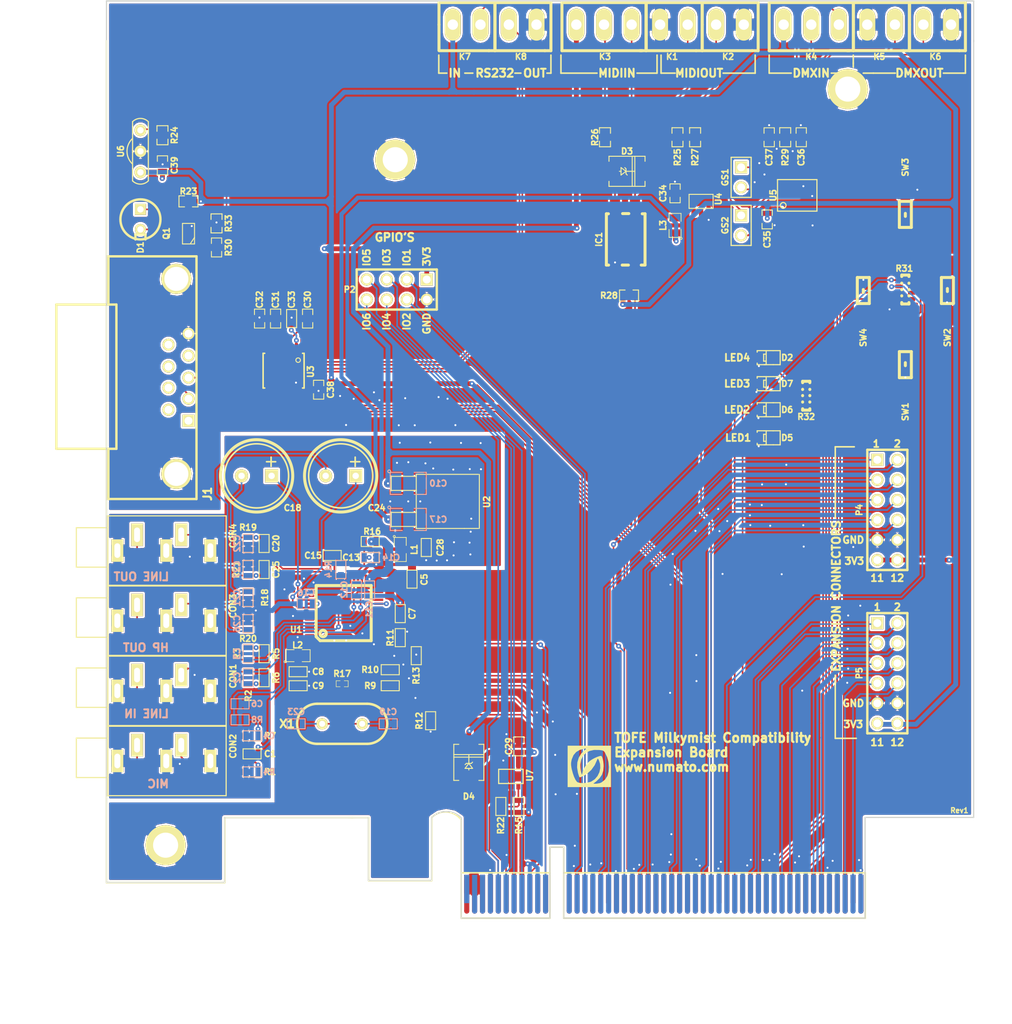
<source format=kicad_pcb>
(kicad_pcb (version 3) (host pcbnew "(2013-07-07 BZR 4022)-stable")
  (title_block (title "TOFE Milkymist Compatibility Expansion Board") (rev 1.0) (company "Numato Lab") (comment 1 http://www.numato.com) (comment 2 "License: CC BY-SA"))
  (layers (15 F.Cu signal) (0 B.Cu signal) (18 B.Paste user) (19 F.Paste user) (20 B.SilkS user) (21 F.SilkS user) (22 B.Mask user) (23 F.Mask user) (28 Edge.Cuts user))
  (net 0 "")
  (net 1 /12V)
  (net 2 /AC97_SDI)
  (net 3 /AC97_SDO)
  (net 4 /AGND)
  (net 5 /AUD5V0)
  (net 6 /AUDVREF)
  (net 7 /BIT-CLK)
  (net 8 /DMX-DATA_IN+)
  (net 9 /DMX-DATA_IN-)
  (net 10 /DMX-DATA_OUT+)
  (net 11 /DMX-DATA_OUT-)
  (net 12 /DMX_RX)
  (net 13 /DMX_TX)
  (net 14 /GND)
  (net 15 /GPIO0_N)
  (net 16 /GPIO0_P)
  (net 17 /GPIO1)
  (net 18 /GPIO1_N)
  (net 19 /GPIO1_P)
  (net 20 /GPIO2)
  (net 21 /GPIO2_N)
  (net 22 /GPIO2_P)
  (net 23 /GPIO3)
  (net 24 /GPIO3_N)
  (net 25 /GPIO3_P)
  (net 26 /GPIO4)
  (net 27 /GPIO4_N)
  (net 28 /GPIO4_P)
  (net 29 /GPIO5)
  (net 30 /GPIO5_N)
  (net 31 /GPIO5_P)
  (net 32 /GPIO6)
  (net 33 /GPIO6_N)
  (net 34 /GPIO6_P)
  (net 35 /GPIO7_N)
  (net 36 /GPIO7_P)
  (net 37 /IR_EN)
  (net 38 /IR_OUT)
  (net 39 /LED1)
  (net 40 /LED2)
  (net 41 /LED3)
  (net 42 /LED4)
  (net 43 /MIDI_IN_PIN4)
  (net 44 /MIDI_IN_PIN5)
  (net 45 /MIDI_OUT_PIN4)
  (net 46 /MIDI_OUT_PIN5)
  (net 47 /MIDI_RX)
  (net 48 /MIDI_TX)
  (net 49 /MIDI_VCC5V0)
  (net 50 /RESET)
  (net 51 /RS232-IN1)
  (net 52 /RS232-IN2)
  (net 53 /RS232-OUT1)
  (net 54 /RS232-OUT2)
  (net 55 /RS232-RX1)
  (net 56 /RS232-RX2)
  (net 57 /RS232-TX1)
  (net 58 /RS232-TX2)
  (net 59 /SCL)
  (net 60 /SDA)
  (net 61 /SW1)
  (net 62 /SW2)
  (net 63 /SW3)
  (net 64 /SW4)
  (net 65 /SYNC)
  (net 66 /VCC12V)
  (net 67 /VCC3V3)
  (net 68 /VCC5V0)
  (net 69 N-000001)
  (net 70 N-00000103)
  (net 71 N-00000104)
  (net 72 N-00000105)
  (net 73 N-00000106)
  (net 74 N-00000107)
  (net 75 N-00000109)
  (net 76 N-00000110)
  (net 77 N-00000111)
  (net 78 N-00000114)
  (net 79 N-00000115)
  (net 80 N-00000116)
  (net 81 N-00000120)
  (net 82 N-00000123)
  (net 83 N-00000124)
  (net 84 N-00000125)
  (net 85 N-00000126)
  (net 86 N-000002)
  (net 87 N-0000021)
  (net 88 N-0000022)
  (net 89 N-0000023)
  (net 90 N-0000024)
  (net 91 N-0000025)
  (net 92 N-0000027)
  (net 93 N-0000029)
  (net 94 N-000003)
  (net 95 N-0000033)
  (net 96 N-0000034)
  (net 97 N-0000035)
  (net 98 N-0000036)
  (net 99 N-0000038)
  (net 100 N-0000039)
  (net 101 N-000004)
  (net 102 N-0000040)
  (net 103 N-0000041)
  (net 104 N-0000043)
  (net 105 N-0000044)
  (net 106 N-0000047)
  (net 107 N-0000050)
  (net 108 N-0000070)
  (net 109 N-0000080)
  (net 110 N-0000081)
  (net 111 N-0000082)
  (net 112 N-0000083)
  (net 113 N-0000084)
  (net 114 N-0000085)
  (net 115 N-0000086)
  (net 116 N-0000089)
  (net 117 N-0000090)
  (module NumatoOpsis_PCIe_8X_HL_NW_1 (layer F.Cu) (at 145.29816 148.2725)
    (fp_text reference U8 hide)
    (fp_text value TIMVIDEOS-PCIE-8X hide)
    (pad "" thru_hole circle (at 36.883 -105.1) (size 5.08 5.08) (drill 3.18) (layers *.Cu *.Mask F.SilkS) (net 14 /GND))
    (pad B18 connect circle (at 7.5496 -0.89876) (size 0.65024 0.65024) (layers F.Cu F.Mask) (net 14 /GND))
    (pad B1 connect rect (at -11.4496 -3.2) (size 0.65024 4.59994) (layers F.Cu B.Mask) (net 1 /12V))
    (pad B2 connect rect (at -10.44884 -3.2) (size 0.65024 4.59994) (layers F.Cu B.Mask) (net 1 /12V))
    (pad B3 connect rect (at -9.45062 -3.2) (size 0.65024 4.59994) (layers F.Cu B.Mask) (net 1 /12V))
    (pad B4 connect rect (at -8.44986 -3.2) (size 0.65024 4.59994) (layers F.Cu B.Mask) (net 14 /GND))
    (pad B5 connect rect (at -7.4491 -3.2) (size 0.65024 4.59994) (layers F.Cu B.Mask) (net 59 /SCL))
    (pad B6 connect rect (at -6.45088 -3.2) (size 0.65024 4.59994) (layers F.Cu B.Mask) (net 60 /SDA))
    (pad B7 connect rect (at -5.45012 -3.2) (size 0.65024 4.59994) (layers F.Cu B.Mask) (net 14 /GND))
    (pad B8 connect rect (at -4.44936 -3.2) (size 0.65024 4.59994) (layers F.Cu B.Mask) (net 67 /VCC3V3))
    (pad B9 connect rect (at -3.45114 -3.2) (size 0.65024 4.59994) (layers F.Cu B.Mask) (net 3 /AC97_SDO))
    (pad B10 connect rect (at -2.45038 -3.2) (size 0.65024 4.59994) (layers F.Cu B.Mask) (net 67 /VCC3V3))
    (pad B11 connect rect (at -1.44962 -3.2) (size 0.65024 4.59994) (layers F.Cu B.Mask) (net 7 /BIT-CLK))
    (pad B14 connect rect (at 3.5491 -3.2) (size 0.65024 4.59994) (layers F.Cu B.Mask) (net 65 /SYNC))
    (pad B15 connect rect (at 4.54986 -3.2) (size 0.65024 4.59994) (layers F.Cu B.Mask) (net 56 /RS232-RX2))
    (pad B16 connect rect (at 5.55062 -3.2) (size 0.65024 4.59994) (layers F.Cu B.Mask) (net 14 /GND))
    (pad B17 connect rect (at 6.54884 -3.70038) (size 0.65024 3.59918) (layers F.Cu B.Mask))
    (pad B18 connect rect (at 7.5496 -3.2) (size 0.65024 4.59994) (layers F.Cu B.Mask) (net 14 /GND))
    (pad B12 connect rect (at 1.55012 -3.2) (size 0.65024 4.59994) (layers F.Cu B.Mask) (net 2 /AC97_SDI))
    (pad B13 connect rect (at 2.55088 -3.2) (size 0.65024 4.59994) (layers F.Cu B.Mask) (net 14 /GND))
    (pad A1 connect rect (at -11.4496 -3.70038) (size 0.65024 3.59918) (layers B.Cu B.Mask))
    (pad A2 connect rect (at -10.44884 -3.2) (size 0.65024 4.59994) (layers B.Cu B.Mask) (net 1 /12V))
    (pad A3 connect rect (at -9.45062 -3.2) (size 0.65024 4.59994) (layers B.Cu B.Mask) (net 1 /12V))
    (pad A4 connect rect (at -8.44986 -3.2) (size 0.65024 4.59994) (layers B.Cu B.Mask) (net 14 /GND))
    (pad A5 connect rect (at -7.4491 -3.2) (size 0.65024 4.59994) (layers B.Cu B.Mask) (net 32 /GPIO6))
    (pad A6 connect rect (at -6.45088 -3.2) (size 0.65024 4.59994) (layers B.Cu B.Mask) (net 29 /GPIO5))
    (pad A7 connect rect (at -5.45012 -3.2) (size 0.65024 4.59994) (layers B.Cu B.Mask) (net 26 /GPIO4))
    (pad A8 connect rect (at -4.44936 -3.2) (size 0.65024 4.59994) (layers B.Cu B.Mask) (net 23 /GPIO3))
    (pad A9 connect rect (at -3.45114 -3.2) (size 0.65024 4.59994) (layers B.Cu B.Mask) (net 67 /VCC3V3))
    (pad A10 connect rect (at -2.45038 -3.2) (size 0.65024 4.59994) (layers B.Cu B.Mask) (net 67 /VCC3V3))
    (pad A11 connect rect (at -1.44962 -3.2) (size 0.65024 4.59994) (layers B.Cu B.Mask) (net 50 /RESET))
    (pad A14 connect rect (at 3.5491 -3.2) (size 0.65024 4.59994) (layers B.Cu B.Mask) (net 17 /GPIO1))
    (pad A15 connect rect (at 4.54986 -3.2) (size 0.65024 4.59994) (layers B.Cu B.Mask) (net 14 /GND))
    (pad A16 connect rect (at 5.55062 -3.2) (size 0.65024 4.59994) (layers B.Cu B.Mask) (net 36 /GPIO7_P))
    (pad A17 connect rect (at 6.54884 -3.2) (size 0.65024 4.59994) (layers B.Cu B.Mask) (net 35 /GPIO7_N))
    (pad A18 connect rect (at 7.55 -3.2) (size 0.65024 4.59994) (layers B.Cu B.Mask) (net 14 /GND))
    (pad A12 connect rect (at 1.55012 -3.2) (size 0.65024 4.59994) (layers B.Cu B.Mask) (net 14 /GND))
    (pad A13 connect rect (at 2.55088 -3.2) (size 0.65024 4.59994) (layers B.Cu B.Mask) (net 20 /GPIO2))
    (pad B3 connect circle (at -9.45062 -0.89876) (size 0.65024 0.65024) (layers F.Cu F.Mask) (net 1 /12V))
    (pad B4 connect circle (at -8.44986 -0.89876) (size 0.65024 0.65024) (layers F.Cu F.Mask) (net 14 /GND))
    (pad B5 connect circle (at -7.4491 -0.89876) (size 0.65024 0.65024) (layers F.Cu F.Mask) (net 59 /SCL))
    (pad B6 connect circle (at -6.45088 -0.89876) (size 0.65024 0.65024) (layers F.Cu F.Mask) (net 60 /SDA))
    (pad B7 connect circle (at -5.45012 -0.89876) (size 0.65024 0.65024) (layers F.Cu F.Mask) (net 14 /GND))
    (pad B8 connect circle (at -4.44936 -0.89876) (size 0.65024 0.65024) (layers F.Cu F.Mask) (net 67 /VCC3V3))
    (pad B9 connect circle (at -3.45114 -0.89876) (size 0.65024 0.65024) (layers F.Cu F.Mask) (net 3 /AC97_SDO))
    (pad B10 connect circle (at -2.45038 -0.89876) (size 0.65024 0.65024) (layers F.Cu F.Mask) (net 67 /VCC3V3))
    (pad B11 connect circle (at -1.44962 -0.89876) (size 0.65024 0.65024) (layers F.Cu F.Mask) (net 7 /BIT-CLK))
    (pad B1 connect circle (at -11.4496 -0.89876) (size 0.65024 0.65024) (layers F.Cu F.Mask) (net 1 /12V))
    (pad B12 connect circle (at 1.55012 -0.89876) (size 0.65024 0.65024) (layers F.Cu F.Mask) (net 2 /AC97_SDI))
    (pad B13 connect circle (at 2.55088 -0.89876) (size 0.65024 0.65024) (layers F.Cu F.Mask) (net 14 /GND))
    (pad B14 connect circle (at 3.5491 -0.89876) (size 0.65024 0.65024) (layers F.Cu F.Mask) (net 65 /SYNC))
    (pad B15 connect circle (at 4.54986 -0.89876) (size 0.65024 0.65024) (layers F.Cu F.Mask) (net 56 /RS232-RX2))
    (pad B16 connect circle (at 5.55062 -0.89876) (size 0.65024 0.65024) (layers F.Cu F.Mask) (net 14 /GND))
    (pad B2 connect circle (at -10.44884 -0.89876) (size 0.65024 0.65024) (layers F.Cu F.Mask) (net 1 /12V))
    (pad A4 connect oval (at -8.44986 -0.89876 90) (size 0.65024 0.65024) (layers B.Cu B.Mask) (net 14 /GND))
    (pad A5 connect oval (at -7.4491 -0.89876 90) (size 0.65024 0.65024) (layers B.Cu B.Mask) (net 32 /GPIO6))
    (pad A6 connect oval (at -6.45088 -0.89876 90) (size 0.65024 0.65024) (layers B.Cu B.Mask) (net 29 /GPIO5))
    (pad A7 connect oval (at -5.45012 -0.89876 90) (size 0.65024 0.65024) (layers B.Cu B.Mask) (net 26 /GPIO4))
    (pad A8 connect oval (at -4.44936 -0.89876 90) (size 0.65024 0.65024) (layers B.Cu B.Mask) (net 23 /GPIO3))
    (pad A9 connect oval (at -3.45114 -0.89876 90) (size 0.65024 0.65024) (layers B.Cu B.Mask) (net 67 /VCC3V3))
    (pad A10 connect oval (at -2.45038 -0.89876 90) (size 0.65024 0.65024) (layers B.Cu B.Mask) (net 67 /VCC3V3))
    (pad A14 connect oval (at 3.5491 -0.89876 90) (size 0.65024 0.65024) (layers B.Cu B.Mask) (net 17 /GPIO1))
    (pad A15 connect oval (at 4.54986 -0.89876 90) (size 0.65024 0.65024) (layers B.Cu B.Mask) (net 14 /GND))
    (pad A3 connect oval (at -9.45062 -0.89876 90) (size 0.65024 0.65024) (layers B.Cu B.Mask) (net 1 /12V))
    (pad A13 connect oval (at 2.55088 -0.89876 90) (size 0.65024 0.65024) (layers B.Cu B.Mask) (net 20 /GPIO2))
    (pad A16 connect oval (at 5.55062 -0.89876 90) (size 0.65024 0.65024) (layers B.Cu B.Mask) (net 36 /GPIO7_P))
    (pad A11 connect oval (at -1.44962 -0.89876 90) (size 0.65024 0.65024) (layers B.Cu B.Mask) (net 50 /RESET))
    (pad A12 connect oval (at 1.55012 -0.89876 90) (size 0.65024 0.65024) (layers B.Cu B.Mask) (net 14 /GND))
    (pad A17 connect oval (at 6.54884 -0.89876 90) (size 0.65024 0.65024) (layers B.Cu B.Mask) (net 35 /GPIO7_N))
    (pad A18 connect oval (at 7.5496 -0.89876 90) (size 0.65024 0.65024) (layers B.Cu B.Mask) (net 14 /GND))
    (pad A2 connect oval (at -10.44884 -0.89876 90) (size 0.65024 0.65024) (layers B.Cu B.Mask) (net 1 /12V))
    (pad B19 connect rect (at 8.55 -3.2) (size 0.65024 4.59994) (layers F.Cu B.Mask) (net 58 /RS232-TX2))
    (pad A19 connect rect (at 8.55 -3.2) (size 0.65024 4.59994) (layers B.Cu B.Mask) (net 61 /SW1))
    (pad A20 connect rect (at 9.55 -3.2) (size 0.65024 4.59994) (layers B.Cu B.Mask) (net 14 /GND))
    (pad A21 connect rect (at 10.55 -3.2) (size 0.65024 4.59994) (layers B.Cu B.Mask) (net 34 /GPIO6_P))
    (pad A22 connect rect (at 11.55 -3.2) (size 0.65024 4.59994) (layers B.Cu B.Mask) (net 33 /GPIO6_N))
    (pad A23 connect rect (at 12.55 -3.2) (size 0.65024 4.59994) (layers B.Cu B.Mask) (net 14 /GND))
    (pad A24 connect rect (at 13.55 -3.2) (size 0.65024 4.59994) (layers B.Cu B.Mask) (net 14 /GND))
    (pad A25 connect rect (at 14.55 -3.2) (size 0.65024 4.59994) (layers B.Cu B.Mask) (net 31 /GPIO5_P))
    (pad A26 connect rect (at 15.55 -3.2) (size 0.65024 4.59994) (layers B.Cu B.Mask) (net 30 /GPIO5_N))
    (pad A27 connect rect (at 16.55 -3.2) (size 0.65024 4.59994) (layers B.Cu B.Mask) (net 14 /GND))
    (pad A28 connect rect (at 17.55 -3.2) (size 0.65024 4.59994) (layers B.Cu B.Mask) (net 14 /GND))
    (pad A29 connect rect (at 18.55 -3.2) (size 0.65024 4.59994) (layers B.Cu B.Mask) (net 28 /GPIO4_P))
    (pad A30 connect rect (at 19.55 -3.2) (size 0.65024 4.59994) (layers B.Cu B.Mask) (net 27 /GPIO4_N))
    (pad A31 connect rect (at 20.55 -3.2) (size 0.65024 4.59994) (layers B.Cu B.Mask) (net 14 /GND))
    (pad A32 connect rect (at 21.55 -3.2) (size 0.65024 4.59994) (layers B.Cu B.Mask) (net 62 /SW2))
    (pad A33 connect rect (at 22.55 -3.2) (size 0.65024 4.59994) (layers B.Cu B.Mask))
    (pad A34 connect rect (at 23.55 -3.2) (size 0.65024 4.59994) (layers B.Cu B.Mask) (net 14 /GND))
    (pad A35 connect rect (at 24.55 -3.2) (size 0.65024 4.59994) (layers B.Cu B.Mask) (net 25 /GPIO3_P))
    (pad A36 connect rect (at 25.55 -3.2) (size 0.65024 4.59994) (layers B.Cu B.Mask) (net 24 /GPIO3_N))
    (pad A37 connect rect (at 26.55 -3.2) (size 0.65024 4.59994) (layers B.Cu B.Mask) (net 14 /GND))
    (pad A38 connect rect (at 27.55 -3.2) (size 0.65024 4.59994) (layers B.Cu B.Mask) (net 14 /GND))
    (pad A39 connect rect (at 28.55 -3.2) (size 0.65024 4.59994) (layers B.Cu B.Mask) (net 22 /GPIO2_P))
    (pad A40 connect rect (at 29.55 -3.2) (size 0.65024 4.59994) (layers B.Cu B.Mask) (net 21 /GPIO2_N))
    (pad A41 connect rect (at 30.55 -3.2) (size 0.65024 4.59994) (layers B.Cu B.Mask) (net 14 /GND))
    (pad A42 connect rect (at 31.55 -3.2) (size 0.65024 4.59994) (layers B.Cu B.Mask) (net 14 /GND))
    (pad A43 connect rect (at 32.55 -3.2) (size 0.65024 4.59994) (layers B.Cu B.Mask) (net 19 /GPIO1_P))
    (pad A44 connect rect (at 33.55 -3.2) (size 0.65024 4.59994) (layers B.Cu B.Mask) (net 18 /GPIO1_N))
    (pad A45 connect rect (at 34.55 -3.2) (size 0.65024 4.59994) (layers B.Cu B.Mask) (net 14 /GND))
    (pad A46 connect rect (at 35.55 -3.2) (size 0.65024 4.59994) (layers B.Cu B.Mask) (net 14 /GND))
    (pad A47 connect rect (at 36.55 -3.2) (size 0.65024 4.59994) (layers B.Cu B.Mask) (net 16 /GPIO0_P))
    (pad A48 connect rect (at 37.55 -3.2) (size 0.65024 4.59994) (layers B.Cu B.Mask) (net 15 /GPIO0_N))
    (pad A49 connect rect (at 38.55 -3.2) (size 0.65024 4.59994) (layers B.Cu B.Mask) (net 14 /GND))
    (pad B20 connect rect (at 9.55 -3.2) (size 0.65024 4.59994) (layers F.Cu B.Mask) (net 57 /RS232-TX1))
    (pad B21 connect rect (at 10.55 -3.2) (size 0.65024 4.59994) (layers F.Cu B.Mask) (net 14 /GND))
    (pad B22 connect rect (at 11.55 -3.2) (size 0.65024 4.59994) (layers F.Cu B.Mask) (net 14 /GND))
    (pad B23 connect rect (at 12.55 -3.2) (size 0.65024 4.59994) (layers F.Cu B.Mask) (net 55 /RS232-RX1))
    (pad B24 connect rect (at 13.55 -3.2) (size 0.65024 4.59994) (layers F.Cu B.Mask) (net 37 /IR_EN))
    (pad B25 connect rect (at 14.55 -3.2) (size 0.65024 4.59994) (layers F.Cu B.Mask) (net 14 /GND))
    (pad B26 connect rect (at 15.55 -3.2) (size 0.65024 4.59994) (layers F.Cu B.Mask) (net 14 /GND))
    (pad B27 connect rect (at 16.55 -3.2) (size 0.65024 4.59994) (layers F.Cu B.Mask) (net 38 /IR_OUT))
    (pad B28 connect rect (at 17.55 -3.2) (size 0.65024 4.59994) (layers F.Cu B.Mask) (net 47 /MIDI_RX))
    (pad B29 connect rect (at 18.55 -3.2) (size 0.65024 4.59994) (layers F.Cu B.Mask) (net 14 /GND))
    (pad B30 connect rect (at 19.55 -3.2) (size 0.65024 4.59994) (layers F.Cu B.Mask) (net 48 /MIDI_TX))
    (pad B31 connect rect (at 20.55 -3.7) (size 0.65024 3.59918) (layers F.Cu B.Mask))
    (pad B32 connect rect (at 21.55 -3.2) (size 0.65024 4.59994) (layers F.Cu B.Mask) (net 14 /GND))
    (pad B33 connect rect (at 22.55 -3.2) (size 0.65024 4.59994) (layers F.Cu B.Mask) (net 13 /DMX_TX))
    (pad B34 connect rect (at 23.55 -3.2) (size 0.65024 4.59994) (layers F.Cu B.Mask) (net 12 /DMX_RX))
    (pad B35 connect rect (at 24.55 -3.2) (size 0.65024 4.59994) (layers F.Cu B.Mask) (net 14 /GND))
    (pad B36 connect rect (at 25.55 -3.2) (size 0.65024 4.59994) (layers F.Cu B.Mask) (net 14 /GND))
    (pad B37 connect rect (at 26.55 -3.2) (size 0.65024 4.59994) (layers F.Cu B.Mask) (net 39 /LED1))
    (pad B38 connect rect (at 27.55 -3.2) (size 0.65024 4.59994) (layers F.Cu B.Mask) (net 40 /LED2))
    (pad B39 connect rect (at 28.55 -3.2) (size 0.65024 4.59994) (layers F.Cu B.Mask) (net 14 /GND))
    (pad B40 connect rect (at 29.55 -3.2) (size 0.65024 4.59994) (layers F.Cu B.Mask) (net 14 /GND))
    (pad B41 connect rect (at 30.55 -3.2) (size 0.65024 4.59994) (layers F.Cu B.Mask) (net 41 /LED3))
    (pad B42 connect rect (at 31.55 -3.2) (size 0.65024 4.59994) (layers F.Cu B.Mask) (net 42 /LED4))
    (pad B43 connect rect (at 32.55 -3.2) (size 0.65024 4.59994) (layers F.Cu B.Mask) (net 14 /GND))
    (pad B44 connect rect (at 33.55 -3.2) (size 0.65024 4.59994) (layers F.Cu B.Mask) (net 14 /GND))
    (pad B45 connect rect (at 34.55 -3.2) (size 0.65024 4.59994) (layers F.Cu B.Mask) (net 63 /SW3))
    (pad B46 connect rect (at 35.55 -3.2) (size 0.65024 4.59994) (layers F.Cu B.Mask) (net 64 /SW4))
    (pad B47 connect rect (at 36.55 -3.2) (size 0.65024 4.59994) (layers F.Cu B.Mask) (net 14 /GND))
    (pad B48 connect rect (at 37.55 -3.7) (size 0.65024 3.59918) (layers F.Cu B.Mask))
    (pad B49 connect rect (at 38.55 -3.2) (size 0.65024 4.59994) (layers F.Cu B.Mask) (net 14 /GND))
    (pad B19 connect oval (at 8.55 -0.89876) (size 0.65024 0.65024) (layers F.Cu B.Mask) (net 58 /RS232-TX2))
    (pad B20 connect oval (at 9.55 -0.89876) (size 0.65024 0.65024) (layers F.Cu B.Mask) (net 57 /RS232-TX1))
    (pad B21 connect oval (at 10.55 -0.89876) (size 0.65024 0.65024) (layers F.Cu B.Mask) (net 14 /GND))
    (pad B22 connect oval (at 11.55 -0.89876) (size 0.65024 0.65024) (layers F.Cu B.Mask) (net 14 /GND))
    (pad B23 connect oval (at 12.55 -0.89876) (size 0.65024 0.65024) (layers F.Cu B.Mask) (net 55 /RS232-RX1))
    (pad B24 connect oval (at 13.55 -0.89876) (size 0.65024 0.65024) (layers F.Cu B.Mask) (net 37 /IR_EN))
    (pad B25 connect oval (at 14.55 -0.89876) (size 0.65024 0.65024) (layers F.Cu B.Mask) (net 14 /GND))
    (pad B26 connect oval (at 15.55 -0.89876) (size 0.65024 0.65024) (layers F.Cu B.Mask) (net 14 /GND))
    (pad B44 connect oval (at 33.55 -0.89876) (size 0.65024 0.65024) (layers F.Cu B.Mask) (net 14 /GND))
    (pad B27 connect oval (at 16.55 -0.89876) (size 0.65024 0.65024) (layers F.Cu B.Mask) (net 38 /IR_OUT))
    (pad B28 connect oval (at 17.55 -0.89876) (size 0.65024 0.65024) (layers F.Cu B.Mask) (net 47 /MIDI_RX))
    (pad B29 connect oval (at 18.55 -0.89876) (size 0.65024 0.65024) (layers F.Cu B.Mask) (net 14 /GND))
    (pad B30 connect oval (at 19.55 -0.89876) (size 0.65024 0.65024) (layers F.Cu B.Mask) (net 48 /MIDI_TX))
    (pad B32 connect oval (at 21.55 -0.89876) (size 0.65024 0.65024) (layers F.Cu B.Mask) (net 14 /GND))
    (pad B33 connect oval (at 22.55 -0.89876) (size 0.65024 0.65024) (layers F.Cu B.Mask) (net 13 /DMX_TX))
    (pad B34 connect oval (at 23.55 -0.89876) (size 0.65024 0.65024) (layers F.Cu B.Mask) (net 12 /DMX_RX))
    (pad B35 connect oval (at 24.55 -0.89876) (size 0.65024 0.65024) (layers F.Cu B.Mask) (net 14 /GND))
    (pad B36 connect oval (at 25.55 -0.89876) (size 0.65024 0.65024) (layers F.Cu B.Mask) (net 14 /GND))
    (pad B45 connect oval (at 34.55 -0.89876) (size 0.65024 0.65024) (layers F.Cu B.Mask) (net 63 /SW3))
    (pad B37 connect oval (at 26.55 -0.89876) (size 0.65024 0.65024) (layers F.Cu B.Mask) (net 39 /LED1))
    (pad B38 connect oval (at 27.55 -0.89876) (size 0.65024 0.65024) (layers F.Cu B.Mask) (net 40 /LED2))
    (pad B39 connect oval (at 28.55 -0.89876) (size 0.65024 0.65024) (layers F.Cu B.Mask) (net 14 /GND))
    (pad B40 connect oval (at 29.55 -0.89876) (size 0.65024 0.65024) (layers F.Cu B.Mask) (net 14 /GND))
    (pad B41 connect oval (at 30.55 -0.89876) (size 0.65024 0.65024) (layers F.Cu B.Mask) (net 41 /LED3))
    (pad B42 connect oval (at 31.55 -0.89876) (size 0.65024 0.65024) (layers F.Cu B.Mask) (net 42 /LED4))
    (pad B43 connect oval (at 32.55 -0.89876) (size 0.65024 0.65024) (layers F.Cu B.Mask) (net 14 /GND))
    (pad B46 connect oval (at 35.55 -0.89876) (size 0.65024 0.65024) (layers F.Cu B.Mask) (net 64 /SW4))
    (pad B47 connect oval (at 36.55 -0.89876) (size 0.65024 0.65024) (layers F.Cu B.Mask) (net 14 /GND))
    (pad B49 connect oval (at 38.55 -0.89876) (size 0.65024 0.65024) (layers F.Cu B.Mask) (net 14 /GND))
    (pad A19 connect oval (at 8.55 -0.89876 90) (size 0.65024 0.65024) (layers B.Cu B.Mask) (net 61 /SW1))
    (pad A20 connect oval (at 9.55 -0.89876 90) (size 0.65024 0.65024) (layers B.Cu B.Mask) (net 14 /GND))
    (pad A21 connect oval (at 10.55 -0.89876 90) (size 0.65024 0.65024) (layers B.Cu B.Mask) (net 34 /GPIO6_P))
    (pad A22 connect oval (at 11.55 -0.89876 90) (size 0.65024 0.65024) (layers B.Cu B.Mask) (net 33 /GPIO6_N))
    (pad A23 connect oval (at 12.55 -0.89876 90) (size 0.65024 0.65024) (layers B.Cu B.Mask) (net 14 /GND))
    (pad A24 connect oval (at 13.55 -0.89876 90) (size 0.65024 0.65024) (layers B.Cu B.Mask) (net 14 /GND))
    (pad A25 connect oval (at 14.55 -0.89876 90) (size 0.65024 0.65024) (layers B.Cu B.Mask) (net 31 /GPIO5_P))
    (pad A26 connect oval (at 15.55 -0.89876 90) (size 0.65024 0.65024) (layers B.Cu B.Mask) (net 30 /GPIO5_N))
    (pad A27 connect oval (at 16.55 -0.89876 90) (size 0.65024 0.65024) (layers B.Cu B.Mask) (net 14 /GND))
    (pad A28 connect oval (at 17.55 -0.89876 90) (size 0.65024 0.65024) (layers B.Cu B.Mask) (net 14 /GND))
    (pad A29 connect oval (at 18.55 -0.89876 90) (size 0.65024 0.65024) (layers B.Cu B.Mask) (net 28 /GPIO4_P))
    (pad A30 connect oval (at 19.55 -0.89876 90) (size 0.65024 0.65024) (layers B.Cu B.Mask) (net 27 /GPIO4_N))
    (pad A31 connect oval (at 20.55 -0.89876 90) (size 0.65024 0.65024) (layers B.Cu B.Mask) (net 14 /GND))
    (pad A32 connect oval (at 21.55 -0.89876 90) (size 0.65024 0.65024) (layers B.Cu B.Mask) (net 62 /SW2))
    (pad A33 connect oval (at 22.55 -0.89876 90) (size 0.65024 0.65024) (layers B.Cu B.Mask))
    (pad A34 connect oval (at 23.55 -0.89876 90) (size 0.65024 0.65024) (layers B.Cu B.Mask) (net 14 /GND))
    (pad A35 connect oval (at 24.55 -0.89876 90) (size 0.65024 0.65024) (layers B.Cu B.Mask) (net 25 /GPIO3_P))
    (pad A36 connect oval (at 25.55 -0.89876 90) (size 0.65024 0.65024) (layers B.Cu B.Mask) (net 24 /GPIO3_N))
    (pad A37 connect oval (at 26.55 -0.89876 90) (size 0.65024 0.65024) (layers B.Cu B.Mask) (net 14 /GND))
    (pad A38 connect oval (at 27.55 -0.89876 90) (size 0.65024 0.65024) (layers B.Cu B.Mask) (net 14 /GND))
    (pad A39 connect oval (at 28.55 -0.89876 90) (size 0.65024 0.65024) (layers B.Cu B.Mask) (net 22 /GPIO2_P))
    (pad A40 connect oval (at 29.55 -0.89876 90) (size 0.65024 0.65024) (layers B.Cu B.Mask) (net 21 /GPIO2_N))
    (pad A41 connect oval (at 30.55 -0.89876 90) (size 0.65024 0.65024) (layers B.Cu B.Mask) (net 14 /GND))
    (pad A42 connect oval (at 31.55 -0.89876 90) (size 0.65024 0.65024) (layers B.Cu B.Mask) (net 14 /GND))
    (pad A43 connect oval (at 32.55 -0.89876 90) (size 0.65024 0.65024) (layers B.Cu B.Mask) (net 19 /GPIO1_P))
    (pad A44 connect oval (at 33.55 -0.89876 90) (size 0.65024 0.65024) (layers B.Cu B.Mask) (net 18 /GPIO1_N))
    (pad A45 connect oval (at 34.55 -0.89876 90) (size 0.65024 0.65024) (layers B.Cu B.Mask) (net 14 /GND))
    (pad A46 connect oval (at 35.55 -0.89876 90) (size 0.65024 0.65024) (layers B.Cu B.Mask) (net 14 /GND))
    (pad A47 connect oval (at 36.55 -0.89876 90) (size 0.65024 0.65024) (layers B.Cu B.Mask) (net 16 /GPIO0_P))
    (pad A48 connect oval (at 37.55 -0.89876 90) (size 0.65024 0.65024) (layers B.Cu B.Mask) (net 15 /GPIO0_N))
    (pad A49 connect oval (at 38.55 -0.89876 90) (size 0.65024 0.65024) (layers B.Cu B.Mask) (net 14 /GND))
    (pad "" thru_hole circle (at -20.521 -96.15) (size 5.08 5.08) (drill 3.18) (layers *.Cu *.Mask F.SilkS) (net 14 /GND))
    (pad "" thru_hole circle (at -49.65 -9.25) (size 5.08 5.08) (drill 3.18) (layers *.Cu *.Mask F.SilkS) (net 14 /GND))
  )
  (module TSSOP-16 (layer F.Cu) (at 110.617 78.867 180)
    (fp_text reference U3 (at -3.429 -0.127 270) (layer F.SilkS) (effects (font (size 0.762 0.762) (thickness 0.1905))))
    (fp_text value ST3232CDR hide)
    (pad 4 smd rect (at -0.325 2.667 180) (size 0.4064 1.651) (layers F.Cu F.Paste F.Mask) (net 73 N-00000106))
    (pad 5 smd rect (at 0.325 2.667 180) (size 0.4064 1.651) (layers F.Cu F.Paste F.Mask) (net 72 N-00000105))
    (pad 6 smd rect (at 0.975 2.667 180) (size 0.4064 1.651) (layers F.Cu F.Paste F.Mask) (net 76 N-00000110))
    (pad 7 smd rect (at 1.625 2.667 180) (size 0.4064 1.651) (layers F.Cu F.Paste F.Mask) (net 54 /RS232-OUT2))
    (pad 16 smd rect (at -2.275 -2.667 180) (size 0.4064 1.651) (layers F.Cu F.Paste F.Mask) (net 67 /VCC3V3))
    (pad 1 smd rect (at -2.275 2.667 180) (size 0.4064 1.651) (layers F.Cu F.Paste F.Mask) (net 70 N-00000103))
    (pad 2 smd rect (at -1.625 2.667 180) (size 0.4064 1.651) (layers F.Cu F.Paste F.Mask) (net 71 N-00000104))
    (pad 3 smd rect (at -0.975 2.667 180) (size 0.4064 1.651) (layers F.Cu F.Paste F.Mask) (net 74 N-00000107))
    (pad 9 smd rect (at 2.275 -2.667 180) (size 0.4064 1.651) (layers F.Cu F.Paste F.Mask) (net 56 /RS232-RX2))
    (pad 10 smd rect (at 1.625 -2.667 180) (size 0.4064 1.651) (layers F.Cu F.Paste F.Mask) (net 58 /RS232-TX2))
    (pad 11 smd rect (at 0.975 -2.667 180) (size 0.4064 1.651) (layers F.Cu F.Paste F.Mask) (net 57 /RS232-TX1))
    (pad 12 smd rect (at 0.325 -2.667 180) (size 0.4064 1.651) (layers F.Cu F.Paste F.Mask) (net 55 /RS232-RX1))
    (pad 13 smd rect (at -0.325 -2.667 180) (size 0.4064 1.651) (layers F.Cu F.Paste F.Mask) (net 51 /RS232-IN1))
    (pad 14 smd rect (at -0.975 -2.667 180) (size 0.4064 1.651) (layers F.Cu F.Paste F.Mask) (net 53 /RS232-OUT1))
    (pad 8 smd rect (at 2.275 2.667 180) (size 0.4064 1.651) (layers F.Cu F.Paste F.Mask) (net 52 /RS232-IN2))
    (pad 15 smd rect (at -1.625 -2.667 180) (size 0.4064 1.651) (layers F.Cu F.Paste F.Mask) (net 14 /GND))
  )
  (module SM0805 (layer F.Cu) (at 125.4125 101.5365 270)
    (fp_text reference L1 (at 0 -1.778 270) (layer F.SilkS) (effects (font (size 0.762 0.762) (thickness 0.1905))))
    (fp_text value 4.7uH hide)
    (pad 1 smd rect (at -0.9525 0 270) (size 0.889 1.397) (layers F.Cu F.Paste F.Mask) (net 68 /VCC5V0))
    (pad 2 smd rect (at 0.9525 0 270) (size 0.889 1.397) (layers F.Cu F.Paste F.Mask) (net 5 /AUD5V0))
  )
  (module SM0805 (layer F.Cu) (at 112.4585 114.9985)
    (fp_text reference L2 (at -0.0635 -1.3335) (layer F.SilkS) (effects (font (size 0.762 0.762) (thickness 0.1905))))
    (fp_text value 4.7uH hide)
    (pad 1 smd rect (at -0.9525 0) (size 0.889 1.397) (layers F.Cu F.Paste F.Mask) (net 67 /VCC3V3))
    (pad 2 smd rect (at 0.9525 0) (size 0.889 1.397) (layers F.Cu F.Paste F.Mask) (net 84 N-00000125))
  )
  (module SM0603 (layer F.Cu) (at 106.1085 110.9345 270)
    (fp_text reference R20 (at 1.905 0 360) (layer F.SilkS) (effects (font (size 0.762 0.762) (thickness 0.1905))))
    (fp_text value 10K hide)
    (pad 1 smd rect (at -0.762 0 270) (size 0.635 1.143) (layers F.Cu F.Paste F.Mask) (net 4 /AGND))
    (pad 2 smd rect (at 0.762 0 270) (size 0.635 1.143) (layers F.Cu F.Paste F.Mask) (net 102 N-0000040))
  )
  (module SM0603 (layer F.Cu) (at 106.1085 104.0765 270)
    (fp_text reference R21 (at 0 1.524 270) (layer F.SilkS) (effects (font (size 0.762 0.762) (thickness 0.1905))))
    (fp_text value 10K hide)
    (pad 1 smd rect (at -0.762 0 270) (size 0.635 1.143) (layers F.Cu F.Paste F.Mask) (net 4 /AGND))
    (pad 2 smd rect (at 0.762 0 270) (size 0.635 1.143) (layers F.Cu F.Paste F.Mask) (net 103 N-0000041))
  )
  (module SM0603 (layer B.Cu) (at 106.1085 100.7745 270)
    (fp_text reference C22 (at 0 1.397 270) (layer B.SilkS) (effects (font (size 0.762 0.762) (thickness 0.1905)) (justify mirror)))
    (fp_text value 220pF hide)
    (pad 1 smd rect (at -0.762 0 270) (size 0.635 1.143) (layers B.Cu B.Paste B.Mask) (net 104 N-0000043))
    (pad 2 smd rect (at 0.762 0 270) (size 0.635 1.143) (layers B.Cu B.Paste B.Mask) (net 4 /AGND))
  )
  (module SM0603 (layer F.Cu) (at 108.1405 100.7745 90)
    (fp_text reference C20 (at 0 1.524 90) (layer F.SilkS) (effects (font (size 0.762 0.762) (thickness 0.1905))))
    (fp_text value 1uF hide)
    (pad 1 smd rect (at -0.762 0 90) (size 0.635 1.143) (layers F.Cu F.Paste F.Mask) (net 96 N-0000034))
    (pad 2 smd rect (at 0.762 0 90) (size 0.635 1.143) (layers F.Cu F.Paste F.Mask) (net 104 N-0000043))
  )
  (module SM0603 (layer F.Cu) (at 108.1405 104.0765 270)
    (fp_text reference C25 (at 0 -1.524 270) (layer F.SilkS) (effects (font (size 0.762 0.762) (thickness 0.1905))))
    (fp_text value 1uF hide)
    (pad 1 smd rect (at -0.762 0 270) (size 0.635 1.143) (layers F.Cu F.Paste F.Mask) (net 97 N-0000035))
    (pad 2 smd rect (at 0.762 0 270) (size 0.635 1.143) (layers F.Cu F.Paste F.Mask) (net 103 N-0000041))
  )
  (module SM0603 (layer F.Cu) (at 106.1085 100.7745 90)
    (fp_text reference R19 (at 2.032 0 180) (layer F.SilkS) (effects (font (size 0.762 0.762) (thickness 0.1905))))
    (fp_text value 10K hide)
    (pad 1 smd rect (at -0.762 0 90) (size 0.635 1.143) (layers F.Cu F.Paste F.Mask) (net 4 /AGND))
    (pad 2 smd rect (at 0.762 0 90) (size 0.635 1.143) (layers F.Cu F.Paste F.Mask) (net 104 N-0000043))
  )
  (module SM0603 (layer B.Cu) (at 113.4872 108.4199 180)
    (fp_text reference C16 (at 0.0127 1.4224 180) (layer B.SilkS) (effects (font (size 0.762 0.762) (thickness 0.1905)) (justify mirror)))
    (fp_text value 1uF hide)
    (pad 1 smd rect (at -0.762 0 180) (size 0.635 1.143) (layers B.Cu B.Paste B.Mask) (net 100 N-0000039))
    (pad 2 smd rect (at 0.762 0 180) (size 0.635 1.143) (layers B.Cu B.Paste B.Mask) (net 4 /AGND))
  )
  (module SM0603 (layer B.Cu) (at 106.1085 110.9345 90)
    (fp_text reference C26 (at 0 -1.397 90) (layer B.SilkS) (effects (font (size 0.762 0.762) (thickness 0.1905)) (justify mirror)))
    (fp_text value 220pF hide)
    (pad 1 smd rect (at -0.762 0 90) (size 0.635 1.143) (layers B.Cu B.Paste B.Mask) (net 102 N-0000040))
    (pad 2 smd rect (at 0.762 0 90) (size 0.635 1.143) (layers B.Cu B.Paste B.Mask) (net 4 /AGND))
  )
  (module SM0603 (layer F.Cu) (at 126.90348 105.29316 270)
    (fp_text reference C5 (at 0.05334 -1.55702 270) (layer F.SilkS) (effects (font (size 0.762 0.762) (thickness 0.1905))))
    (fp_text value 0.1uF hide)
    (pad 1 smd rect (at -0.762 0 270) (size 0.635 1.143) (layers F.Cu F.Paste F.Mask) (net 5 /AUD5V0))
    (pad 2 smd rect (at 0.762 0 270) (size 0.635 1.143) (layers F.Cu F.Paste F.Mask) (net 4 /AGND))
  )
  (module SM0603 (layer B.Cu) (at 106.1085 107.6325 270)
    (fp_text reference C21 (at 0 1.397 270) (layer B.SilkS) (effects (font (size 0.762 0.762) (thickness 0.1905)) (justify mirror)))
    (fp_text value 220pF hide)
    (pad 1 smd rect (at -0.762 0 270) (size 0.635 1.143) (layers B.Cu B.Paste B.Mask) (net 88 N-0000022))
    (pad 2 smd rect (at 0.762 0 270) (size 0.635 1.143) (layers B.Cu B.Paste B.Mask) (net 4 /AGND))
  )
  (module SM0603 (layer F.Cu) (at 116.7765 102.2985)
    (fp_text reference C15 (at -2.413 0) (layer F.SilkS) (effects (font (size 0.762 0.762) (thickness 0.1905))))
    (fp_text value 22nF hide)
    (pad 1 smd rect (at -0.762 0) (size 0.635 1.143) (layers F.Cu F.Paste F.Mask) (net 91 N-0000025))
    (pad 2 smd rect (at 0.762 0) (size 0.635 1.143) (layers F.Cu F.Paste F.Mask) (net 90 N-0000024))
  )
  (module SM0603 (layer B.Cu) (at 106.1085 104.0765 90)
    (fp_text reference C27 (at 0 -1.397 90) (layer B.SilkS) (effects (font (size 0.762 0.762) (thickness 0.1905)) (justify mirror)))
    (fp_text value 220pF hide)
    (pad 1 smd rect (at -0.762 0 90) (size 0.635 1.143) (layers B.Cu B.Paste B.Mask) (net 103 N-0000041))
    (pad 2 smd rect (at 0.762 0 90) (size 0.635 1.143) (layers B.Cu B.Paste B.Mask) (net 4 /AGND))
  )
  (module SM0603 (layer B.Cu) (at 112.2045 123.6345 180)
    (fp_text reference C23 (at 0 1.524 180) (layer B.SilkS) (effects (font (size 0.762 0.762) (thickness 0.1905)) (justify mirror)))
    (fp_text value 20pF hide)
    (pad 1 smd rect (at -0.762 0 180) (size 0.635 1.143) (layers B.Cu B.Paste B.Mask) (net 82 N-00000123))
    (pad 2 smd rect (at 0.762 0 180) (size 0.635 1.143) (layers B.Cu B.Paste B.Mask) (net 14 /GND))
  )
  (module SM0603 (layer F.Cu) (at 106.6165 129.7305 180)
    (fp_text reference R1 (at -2.286 0 180) (layer F.SilkS) (effects (font (size 0.762 0.762) (thickness 0.1905))))
    (fp_text value 1K hide)
    (pad 1 smd rect (at -0.762 0 180) (size 0.635 1.143) (layers F.Cu F.Paste F.Mask) (net 95 N-0000033))
    (pad 2 smd rect (at 0.762 0 180) (size 0.635 1.143) (layers F.Cu F.Paste F.Mask) (net 86 N-000002))
  )
  (module SM0603 (layer F.Cu) (at 106.6165 127.4445)
    (fp_text reference C1 (at 2.286 0) (layer F.SilkS) (effects (font (size 0.762 0.762) (thickness 0.1905))))
    (fp_text value 1uF hide)
    (pad 1 smd rect (at -0.762 0) (size 0.635 1.143) (layers F.Cu F.Paste F.Mask) (net 95 N-0000033))
    (pad 2 smd rect (at 0.762 0) (size 0.635 1.143) (layers F.Cu F.Paste F.Mask) (net 98 N-0000036))
  )
  (module SM0603 (layer B.Cu) (at 106.6165 129.7305 180)
    (fp_text reference R4 (at -2.159 0 180) (layer B.SilkS) (effects (font (size 0.762 0.762) (thickness 0.1905)) (justify mirror)))
    (fp_text value 47K hide)
    (pad 1 smd rect (at -0.762 0 180) (size 0.635 1.143) (layers B.Cu B.Paste B.Mask) (net 95 N-0000033))
    (pad 2 smd rect (at 0.762 0 180) (size 0.635 1.143) (layers B.Cu B.Paste B.Mask) (net 4 /AGND))
  )
  (module SM0603 (layer F.Cu) (at 106.6165 125.1585)
    (fp_text reference R7 (at 2.286 0) (layer F.SilkS) (effects (font (size 0.762 0.762) (thickness 0.1905))))
    (fp_text value 47R hide)
    (pad 1 smd rect (at -0.762 0) (size 0.635 1.143) (layers F.Cu F.Paste F.Mask) (net 69 N-000001))
    (pad 2 smd rect (at 0.762 0) (size 0.635 1.143) (layers F.Cu F.Paste F.Mask) (net 99 N-0000038))
  )
  (module SM0603 (layer B.Cu) (at 105.0925 123.1265 180)
    (fp_text reference R8 (at -2.159 0 180) (layer B.SilkS) (effects (font (size 0.762 0.762) (thickness 0.1905)) (justify mirror)))
    (fp_text value 2.2K hide)
    (pad 1 smd rect (at -0.762 0 180) (size 0.635 1.143) (layers B.Cu B.Paste B.Mask) (net 99 N-0000038))
    (pad 2 smd rect (at 0.762 0 180) (size 0.635 1.143) (layers B.Cu B.Paste B.Mask) (net 6 /AUDVREF))
  )
  (module SM0603 (layer B.Cu) (at 106.6165 125.1585)
    (fp_text reference C4 (at 2.159 0) (layer B.SilkS) (effects (font (size 0.762 0.762) (thickness 0.1905)) (justify mirror)))
    (fp_text value 220pF hide)
    (pad 1 smd rect (at -0.762 0) (size 0.635 1.143) (layers B.Cu B.Paste B.Mask) (net 4 /AGND))
    (pad 2 smd rect (at 0.762 0) (size 0.635 1.143) (layers B.Cu B.Paste B.Mask) (net 99 N-0000038))
  )
  (module SM0603 (layer B.Cu) (at 105.0925 121.0945 180)
    (fp_text reference C6 (at -2.159 0 180) (layer B.SilkS) (effects (font (size 0.762 0.762) (thickness 0.1905)) (justify mirror)))
    (fp_text value 2.2uF hide)
    (pad 1 smd rect (at -0.762 0 180) (size 0.635 1.143) (layers B.Cu B.Paste B.Mask) (net 4 /AGND))
    (pad 2 smd rect (at 0.762 0 180) (size 0.635 1.143) (layers B.Cu B.Paste B.Mask) (net 6 /AUDVREF))
  )
  (module SM0603 (layer F.Cu) (at 124.1425 116.7765 180)
    (fp_text reference R10 (at 2.54 0 180) (layer F.SilkS) (effects (font (size 0.762 0.762) (thickness 0.1905))))
    (fp_text value 27.4 hide)
    (pad 1 smd rect (at -0.762 0 180) (size 0.635 1.143) (layers F.Cu F.Paste F.Mask) (net 2 /AC97_SDI))
    (pad 2 smd rect (at 0.762 0 180) (size 0.635 1.143) (layers F.Cu F.Paste F.Mask) (net 92 N-0000027))
  )
  (module SM0603 (layer B.Cu) (at 106.1085 114.7445 270)
    (fp_text reference C3 (at 0 1.397 270) (layer B.SilkS) (effects (font (size 0.762 0.762) (thickness 0.1905)) (justify mirror)))
    (fp_text value 1uF hide)
    (pad 1 smd rect (at -0.762 0 270) (size 0.635 1.143) (layers B.Cu B.Paste B.Mask) (net 85 N-00000126))
    (pad 2 smd rect (at 0.762 0 270) (size 0.635 1.143) (layers B.Cu B.Paste B.Mask) (net 94 N-000003))
  )
  (module SM0603 (layer F.Cu) (at 106.1085 117.7925 270)
    (fp_text reference R2 (at 2.29362 -0.04572 270) (layer F.SilkS) (effects (font (size 0.762 0.762) (thickness 0.1905))))
    (fp_text value 6.81K hide)
    (pad 1 smd rect (at -0.762 0 270) (size 0.635 1.143) (layers F.Cu F.Paste F.Mask) (net 79 N-00000115))
    (pad 2 smd rect (at 0.762 0 270) (size 0.635 1.143) (layers F.Cu F.Paste F.Mask) (net 80 N-00000116))
  )
  (module SM0603 (layer F.Cu) (at 106.1085 107.6325 90)
    (fp_text reference R18 (at 0 2.1336 90) (layer F.SilkS) (effects (font (size 0.762 0.762) (thickness 0.1905))))
    (fp_text value 10K hide)
    (pad 1 smd rect (at -0.762 0 90) (size 0.635 1.143) (layers F.Cu F.Paste F.Mask) (net 4 /AGND))
    (pad 2 smd rect (at 0.762 0 90) (size 0.635 1.143) (layers F.Cu F.Paste F.Mask) (net 88 N-0000022))
  )
  (module SM0603 (layer F.Cu) (at 106.1085 114.7445 90)
    (fp_text reference R3 (at 0 -1.397 90) (layer F.SilkS) (effects (font (size 0.762 0.762) (thickness 0.1905))))
    (fp_text value 6.81K hide)
    (pad 1 smd rect (at -0.762 0 90) (size 0.635 1.143) (layers F.Cu F.Paste F.Mask) (net 78 N-00000114))
    (pad 2 smd rect (at 0.762 0 90) (size 0.635 1.143) (layers F.Cu F.Paste F.Mask) (net 85 N-00000126))
  )
  (module SM0603 (layer F.Cu) (at 108.1405 114.7445 90)
    (fp_text reference R5 (at 0 1.524 90) (layer F.SilkS) (effects (font (size 0.762 0.762) (thickness 0.1905))))
    (fp_text value 6.81K hide)
    (pad 1 smd rect (at -0.762 0 90) (size 0.635 1.143) (layers F.Cu F.Paste F.Mask) (net 4 /AGND))
    (pad 2 smd rect (at 0.762 0 90) (size 0.635 1.143) (layers F.Cu F.Paste F.Mask) (net 85 N-00000126))
  )
  (module SM0603 (layer F.Cu) (at 108.1405 117.7925 270)
    (fp_text reference R6 (at 0 -1.524 270) (layer F.SilkS) (effects (font (size 0.762 0.762) (thickness 0.1905))))
    (fp_text value 6.81K hide)
    (pad 1 smd rect (at -0.762 0 270) (size 0.635 1.143) (layers F.Cu F.Paste F.Mask) (net 4 /AGND))
    (pad 2 smd rect (at 0.762 0 270) (size 0.635 1.143) (layers F.Cu F.Paste F.Mask) (net 80 N-00000116))
  )
  (module SM0603 (layer B.Cu) (at 106.1085 117.7925 90)
    (fp_text reference C2 (at 0 -1.397 90) (layer B.SilkS) (effects (font (size 0.762 0.762) (thickness 0.1905)) (justify mirror)))
    (fp_text value 1uF hide)
    (pad 1 smd rect (at -0.762 0 90) (size 0.635 1.143) (layers B.Cu B.Paste B.Mask) (net 80 N-00000116))
    (pad 2 smd rect (at 0.762 0 90) (size 0.635 1.143) (layers B.Cu B.Paste B.Mask) (net 101 N-000004))
  )
  (module SM0603 (layer B.Cu) (at 119.8626 106.65714 270)
    (fp_text reference C12 (at -0.04064 1.5621 270) (layer B.SilkS) (effects (font (size 0.762 0.762) (thickness 0.1905)) (justify mirror)))
    (fp_text value 1uF hide)
    (pad 1 smd rect (at -0.762 0 270) (size 0.635 1.143) (layers B.Cu B.Paste B.Mask) (net 5 /AUD5V0))
    (pad 2 smd rect (at 0.762 0 270) (size 0.635 1.143) (layers B.Cu B.Paste B.Mask) (net 4 /AGND))
  )
  (module SM0603 (layer B.Cu) (at 121.52376 106.65968 270)
    (fp_text reference C11 (at 2.49682 0.04826 270) (layer B.SilkS) (effects (font (size 0.762 0.762) (thickness 0.1905)) (justify mirror)))
    (fp_text value 0.1uF hide)
    (pad 1 smd rect (at -0.762 0 270) (size 0.635 1.143) (layers B.Cu B.Paste B.Mask) (net 5 /AUD5V0))
    (pad 2 smd rect (at 0.762 0 270) (size 0.635 1.143) (layers B.Cu B.Paste B.Mask) (net 4 /AGND))
  )
  (module SM0603 (layer F.Cu) (at 125.4125 109.6645 270)
    (fp_text reference C7 (at 0 -1.524 270) (layer F.SilkS) (effects (font (size 0.762 0.762) (thickness 0.1905))))
    (fp_text value 0.1uF hide)
    (pad 1 smd rect (at -0.762 0 270) (size 0.635 1.143) (layers F.Cu F.Paste F.Mask) (net 4 /AGND))
    (pad 2 smd rect (at 0.762 0 270) (size 0.635 1.143) (layers F.Cu F.Paste F.Mask) (net 81 N-00000120))
  )
  (module SM0603 (layer F.Cu) (at 124.1425 118.8085 180)
    (fp_text reference R9 (at 2.54 0 180) (layer F.SilkS) (effects (font (size 0.762 0.762) (thickness 0.1905))))
    (fp_text value 27.4 hide)
    (pad 1 smd rect (at -0.762 0 180) (size 0.635 1.143) (layers F.Cu F.Paste F.Mask) (net 7 /BIT-CLK))
    (pad 2 smd rect (at 0.762 0 180) (size 0.635 1.143) (layers F.Cu F.Paste F.Mask) (net 93 N-0000029))
  )
  (module SM0603 (layer F.Cu) (at 129.26314 123.24334 90)
    (fp_text reference R12 (at -0.01016 -1.43764 90) (layer F.SilkS) (effects (font (size 0.762 0.762) (thickness 0.1905))))
    (fp_text value 4.75K hide)
    (pad 1 smd rect (at -0.762 0 90) (size 0.635 1.143) (layers F.Cu F.Paste F.Mask) (net 14 /GND))
    (pad 2 smd rect (at 0.762 0 90) (size 0.635 1.143) (layers F.Cu F.Paste F.Mask) (net 3 /AC97_SDO))
  )
  (module SM0603 (layer F.Cu) (at 127.4445 114.9985 270)
    (fp_text reference R13 (at 2.54 0 270) (layer F.SilkS) (effects (font (size 0.762 0.762) (thickness 0.1905))))
    (fp_text value 4.75K hide)
    (pad 1 smd rect (at -0.762 0 270) (size 0.635 1.143) (layers F.Cu F.Paste F.Mask) (net 14 /GND))
    (pad 2 smd rect (at 0.762 0 270) (size 0.635 1.143) (layers F.Cu F.Paste F.Mask) (net 65 /SYNC))
  )
  (module SM0603 (layer F.Cu) (at 112.4585 118.8085)
    (fp_text reference C9 (at 2.54 0) (layer F.SilkS) (effects (font (size 0.762 0.762) (thickness 0.1905))))
    (fp_text value 1uF hide)
    (pad 1 smd rect (at -0.762 0) (size 0.635 1.143) (layers F.Cu F.Paste F.Mask) (net 67 /VCC3V3))
    (pad 2 smd rect (at 0.762 0) (size 0.635 1.143) (layers F.Cu F.Paste F.Mask) (net 14 /GND))
  )
  (module SM0603 (layer F.Cu) (at 125.4125 112.7125 270)
    (fp_text reference R11 (at 0 1.27 270) (layer F.SilkS) (effects (font (size 0.762 0.762) (thickness 0.1905))))
    (fp_text value 4.75K hide)
    (pad 1 smd rect (at -0.762 0 270) (size 0.635 1.143) (layers F.Cu F.Paste F.Mask) (net 14 /GND))
    (pad 2 smd rect (at 0.762 0 270) (size 0.635 1.143) (layers F.Cu F.Paste F.Mask) (net 50 /RESET))
  )
  (module SM0603 (layer B.Cu) (at 117.87632 104.0765 90)
    (fp_text reference R14 (at 0.02286 -1.56972 90) (layer B.SilkS) (effects (font (size 0.762 0.762) (thickness 0.1905)) (justify mirror)))
    (fp_text value 0R hide)
    (pad 1 smd rect (at -0.762 0 90) (size 0.635 1.143) (layers B.Cu B.Paste B.Mask) (net 14 /GND))
    (pad 2 smd rect (at 0.762 0 90) (size 0.635 1.143) (layers B.Cu B.Paste B.Mask) (net 4 /AGND))
  )
  (module SM0603 (layer F.Cu) (at 121.6025 102.5525)
    (fp_text reference C13 (at -2.413 0) (layer F.SilkS) (effects (font (size 0.762 0.762) (thickness 0.1905))))
    (fp_text value 0.1uF hide)
    (pad 1 smd rect (at -0.762 0) (size 0.635 1.143) (layers F.Cu F.Paste F.Mask) (net 87 N-0000021))
    (pad 2 smd rect (at 0.762 0) (size 0.635 1.143) (layers F.Cu F.Paste F.Mask) (net 4 /AGND))
  )
  (module SM0603 (layer B.Cu) (at 121.6025 102.5525)
    (fp_text reference C14 (at 2.667 0) (layer B.SilkS) (effects (font (size 0.762 0.762) (thickness 0.1905)) (justify mirror)))
    (fp_text value 3.3uF hide)
    (pad 1 smd rect (at -0.762 0) (size 0.635 1.143) (layers B.Cu B.Paste B.Mask) (net 87 N-0000021))
    (pad 2 smd rect (at 0.762 0) (size 0.635 1.143) (layers B.Cu B.Paste B.Mask) (net 4 /AGND))
  )
  (module SM0603 (layer B.Cu) (at 123.8885 123.6345)
    (fp_text reference C19 (at 0 -1.524) (layer B.SilkS) (effects (font (size 0.762 0.762) (thickness 0.1905)) (justify mirror)))
    (fp_text value 20pF hide)
    (pad 1 smd rect (at -0.762 0) (size 0.635 1.143) (layers B.Cu B.Paste B.Mask) (net 83 N-00000124))
    (pad 2 smd rect (at 0.762 0) (size 0.635 1.143) (layers B.Cu B.Paste B.Mask) (net 14 /GND))
  )
  (module HC-49V (layer F.Cu) (at 118.0465 123.6345 180)
    (fp_text reference X1 (at 6.985 0 180) (layer F.SilkS) (effects (font (size 1.016 1.016) (thickness 0.254))))
    (fp_text value CRYSTAL hide)
    (pad 1 thru_hole circle (at -2.54 0 180) (size 1.4224 1.4224) (drill 0.762) (layers *.Cu *.Mask F.SilkS) (net 83 N-00000124))
    (pad 2 thru_hole circle (at 2.54 0 180) (size 1.4224 1.4224) (drill 0.762) (layers *.Cu *.Mask F.SilkS) (net 82 N-00000123))
  )
  (module SM0603 (layer F.Cu) (at 121.6025 100.5205)
    (fp_text reference R16 (at 0.254 -1.27) (layer F.SilkS) (effects (font (size 0.762 0.762) (thickness 0.1905))))
    (fp_text value R hide)
    (pad 1 smd rect (at -0.762 0) (size 0.635 1.143) (layers F.Cu F.Paste F.Mask) (net 87 N-0000021))
    (pad 2 smd rect (at 0.762 0) (size 0.635 1.143) (layers F.Cu F.Paste F.Mask) (net 5 /AUD5V0))
  )
  (module SM0603 (layer F.Cu) (at 112.4585 117.0305)
    (fp_text reference C8 (at 2.54 0) (layer F.SilkS) (effects (font (size 0.762 0.762) (thickness 0.1905))))
    (fp_text value 0.1uF hide)
    (pad 1 smd rect (at -0.762 0) (size 0.635 1.143) (layers F.Cu F.Paste F.Mask) (net 67 /VCC3V3))
    (pad 2 smd rect (at 0.762 0) (size 0.635 1.143) (layers F.Cu F.Paste F.Mask) (net 14 /GND))
  )
  (module LQFP48 (layer F.Cu) (at 118.3005 109.6645)
    (fp_text reference U1 (at -6.0833 2.02946) (layer F.SilkS) (effects (font (size 0.762 0.762) (thickness 0.1905))))
    (fp_text value LM4550 hide)
    (pad 47 smd rect (at -4.3815 2.25044) (size 1.143 0.29972) (layers F.Cu F.Paste F.Mask))
    (pad 18 smd rect (at 4.3815 0.24892) (size 1.143 0.29972) (layers F.Cu F.Paste F.Mask) (net 81 N-00000120))
    (pad 17 smd rect (at 4.3815 0.7493) (size 1.143 0.29972) (layers F.Cu F.Paste F.Mask) (net 81 N-00000120))
    (pad 15 smd rect (at 4.3815 1.75006) (size 1.143 0.29972) (layers F.Cu F.Paste F.Mask) (net 81 N-00000120))
    (pad 16 smd rect (at 4.3815 1.24968) (size 1.143 0.29972) (layers F.Cu F.Paste F.Mask) (net 81 N-00000120))
    (pad 14 smd rect (at 4.3815 2.25044) (size 1.143 0.29972) (layers F.Cu F.Paste F.Mask) (net 81 N-00000120))
    (pad 13 smd rect (at 4.3815 2.75082) (size 1.143 0.29972) (layers F.Cu F.Paste F.Mask) (net 81 N-00000120))
    (pad 21 smd rect (at 4.3815 -1.24968) (size 1.143 0.29972) (layers F.Cu F.Paste F.Mask) (net 98 N-0000036))
    (pad 20 smd rect (at 4.3815 -0.7493) (size 1.143 0.29972) (layers F.Cu F.Paste F.Mask) (net 81 N-00000120))
    (pad 19 smd rect (at 4.3815 -0.24892) (size 1.143 0.29972) (layers F.Cu F.Paste F.Mask) (net 81 N-00000120))
    (pad 48 smd rect (at -4.3815 2.75082) (size 1.143 0.29972) (layers F.Cu F.Paste F.Mask))
    (pad 36 smd rect (at -2.75082 -4.3815) (size 0.29972 1.143) (layers F.Cu F.Paste F.Mask) (net 97 N-0000035))
    (pad 35 smd rect (at -2.25044 -4.3815) (size 0.29972 1.143) (layers F.Cu F.Paste F.Mask) (net 96 N-0000034))
    (pad 34 smd rect (at -1.75006 -4.3815) (size 0.29972 1.143) (layers F.Cu F.Paste F.Mask) (net 91 N-0000025))
    (pad 33 smd rect (at -1.24968 -4.3815) (size 0.29972 1.143) (layers F.Cu F.Paste F.Mask) (net 90 N-0000024))
    (pad 32 smd rect (at -0.7493 -4.3815) (size 0.29972 1.143) (layers F.Cu F.Paste F.Mask))
    (pad 31 smd rect (at -0.24892 -4.3815) (size 0.29972 1.143) (layers F.Cu F.Paste F.Mask))
    (pad 30 smd rect (at 0.24892 -4.3815) (size 0.254 1.143) (layers F.Cu F.Paste F.Mask))
    (pad 11 smd rect (at 2.25044 4.3815) (size 0.29972 1.143) (layers F.Cu F.Paste F.Mask) (net 50 /RESET))
    (pad 10 smd rect (at 1.75006 4.3815) (size 0.29972 1.143) (layers F.Cu F.Paste F.Mask) (net 65 /SYNC))
    (pad 9 smd rect (at 1.24968 4.3815) (size 0.29972 1.143) (layers F.Cu F.Paste F.Mask) (net 84 N-00000125))
    (pad 8 smd rect (at 0.7493 4.3815) (size 0.29972 1.143) (layers F.Cu F.Paste F.Mask) (net 92 N-0000027))
    (pad 7 smd rect (at 0.24892 4.3815) (size 0.29972 1.143) (layers F.Cu F.Paste F.Mask) (net 14 /GND))
    (pad 6 smd rect (at -0.24892 4.3815) (size 0.29972 1.143) (layers F.Cu F.Paste F.Mask) (net 93 N-0000029))
    (pad 5 smd rect (at -0.7493 4.3815) (size 0.29972 1.143) (layers F.Cu F.Paste F.Mask) (net 3 /AC97_SDO))
    (pad 4 smd rect (at -1.24968 4.3815) (size 0.29972 1.143) (layers F.Cu F.Paste F.Mask) (net 14 /GND))
    (pad 3 smd rect (at -1.75006 4.3815) (size 0.29972 1.143) (layers F.Cu F.Paste F.Mask) (net 83 N-00000124))
    (pad 2 smd rect (at -2.25044 4.3815) (size 0.29972 1.143) (layers F.Cu F.Paste F.Mask) (net 82 N-00000123))
    (pad 1 smd rect (at -2.75082 4.3815) (size 0.29972 1.143) (layers F.Cu F.Paste F.Mask) (net 84 N-00000125))
    (pad 12 smd rect (at 2.75082 4.3815) (size 0.29972 1.143) (layers F.Cu F.Paste F.Mask) (net 81 N-00000120))
    (pad 25 smd rect (at 2.75082 -4.3815) (size 0.29972 1.143) (layers F.Cu F.Paste F.Mask) (net 5 /AUD5V0))
    (pad 26 smd rect (at 2.25044 -4.3815) (size 0.29972 1.143) (layers F.Cu F.Paste F.Mask) (net 4 /AGND))
    (pad 27 smd rect (at 1.75006 -4.3815) (size 0.29972 1.143) (layers F.Cu F.Paste F.Mask) (net 87 N-0000021))
    (pad 28 smd rect (at 1.24968 -4.3815) (size 0.29972 1.143) (layers F.Cu F.Paste F.Mask) (net 6 /AUDVREF))
    (pad 29 smd rect (at 0.7493 -4.3815) (size 0.29972 1.143) (layers F.Cu F.Paste F.Mask))
    (pad 22 smd rect (at 4.3815 -1.75006) (size 1.143 0.29972) (layers F.Cu F.Paste F.Mask) (net 81 N-00000120))
    (pad 23 smd rect (at 4.3815 -2.25044) (size 1.143 0.29972) (layers F.Cu F.Paste F.Mask) (net 101 N-000004))
    (pad 24 smd rect (at 4.3815 -2.75082) (size 1.143 0.29972) (layers F.Cu F.Paste F.Mask) (net 94 N-000003))
    (pad 46 smd rect (at -4.3815 1.75006) (size 1.143 0.29972) (layers F.Cu F.Paste F.Mask))
    (pad 45 smd rect (at -4.3815 1.24968) (size 1.143 0.29972) (layers F.Cu F.Paste F.Mask))
    (pad 44 smd rect (at -4.3815 0.7493) (size 1.143 0.29972) (layers F.Cu F.Paste F.Mask))
    (pad 43 smd rect (at -4.3815 0.24892) (size 1.143 0.29972) (layers F.Cu F.Paste F.Mask))
    (pad 42 smd rect (at -4.3815 -0.24892) (size 1.143 0.29972) (layers F.Cu F.Paste F.Mask))
    (pad 41 smd rect (at -4.3815 -0.7493) (size 1.143 0.29972) (layers F.Cu F.Paste F.Mask) (net 89 N-0000023))
    (pad 40 smd rect (at -4.3815 -1.24968) (size 1.143 0.29972) (layers F.Cu F.Paste F.Mask) (net 100 N-0000039))
    (pad 39 smd rect (at -4.3815 -1.75006) (size 1.143 0.29972) (layers F.Cu F.Paste F.Mask) (net 105 N-0000044))
    (pad 38 smd rect (at -4.3815 -2.25044) (size 1.143 0.29972) (layers F.Cu F.Paste F.Mask))
    (pad 37 smd rect (at -4.3815 -2.75082) (size 1.143 0.29972) (layers F.Cu F.Paste F.Mask))
  )
  (module SM0402 (layer F.Cu) (at 118.0465 118.5545 180)
    (fp_text reference R17 (at 0 1.27 180) (layer F.SilkS) (effects (font (size 0.762 0.762) (thickness 0.1905))))
    (fp_text value 1M hide)
    (pad 1 smd rect (at -0.44958 0 180) (size 0.39878 0.59944) (layers F.Cu F.Paste F.Mask) (net 83 N-00000124))
    (pad 2 smd rect (at 0.44958 0 180) (size 0.39878 0.59944) (layers F.Cu F.Paste F.Mask) (net 82 N-00000123))
  )
  (module LOGO (layer F.Cu) (at 149.352 129.032)
    (fp_text reference G*** hide)
    (fp_text value LOGO hide)
  )
  (module SM0603 (layer F.Cu) (at 128.7145 101.2825 270)
    (fp_text reference C28 (at 0 -1.778 270) (layer F.SilkS) (effects (font (size 0.762 0.762) (thickness 0.1905))))
    (fp_text value 0.1uF hide)
    (pad 1 smd rect (at -0.762 0 270) (size 0.635 1.143) (layers F.Cu F.Paste F.Mask) (net 68 /VCC5V0))
    (pad 2 smd rect (at 0.762 0 270) (size 0.635 1.143) (layers F.Cu F.Paste F.Mask) (net 4 /AGND))
  )
  (module SM1210 (layer B.Cu) (at 126.4285 93.1545)
    (fp_text reference C10 (at 3.81 0) (layer B.SilkS) (effects (font (size 0.762 0.762) (thickness 0.1905)) (justify mirror)))
    (fp_text value 100uF hide)
    (pad 1 smd rect (at -1.524 0) (size 1.27 2.54) (layers B.Cu B.Paste B.Mask) (net 66 /VCC12V))
    (pad 2 smd rect (at 1.524 0) (size 1.27 2.54) (layers B.Cu B.Paste B.Mask) (net 4 /AGND))
  )
  (module SM1210 (layer B.Cu) (at 126.4285 97.7265)
    (fp_text reference C17 (at 3.81 0) (layer B.SilkS) (effects (font (size 0.762 0.762) (thickness 0.1905)) (justify mirror)))
    (fp_text value 100uF hide)
    (pad 1 smd rect (at -1.524 0) (size 1.27 2.54) (layers B.Cu B.Paste B.Mask) (net 68 /VCC5V0))
    (pad 2 smd rect (at 1.524 0) (size 1.27 2.54) (layers B.Cu B.Paste B.Mask) (net 4 /AGND))
  )
  (module DPAK2 (layer F.Cu) (at 125.9205 95.4405 270)
    (fp_text reference U2 (at 0.0635 -10.4775 270) (layer F.SilkS) (effects (font (size 0.762 0.762) (thickness 0.1905))))
    (fp_text value 7805_N hide)
    (pad 1 smd rect (at -2.286 0 270) (size 1.651 3.048) (layers F.Cu F.Paste F.Mask) (net 66 /VCC12V))
    (pad 2 smd rect (at 0 -6.35 270) (size 6.096 6.096) (layers F.Cu F.Paste F.Mask) (net 4 /AGND))
    (pad 3 smd rect (at 2.286 0 270) (size 1.651 3.048) (layers F.Cu F.Paste F.Mask) (net 68 /VCC5V0))
  )
  (module C_Electrolytic (layer F.Cu) (at 107.188 92.202 180)
    (fp_text reference C18 (at -4.572 -4.064 180) (layer F.SilkS) (effects (font (size 0.762 0.762) (thickness 0.1905))))
    (fp_text value 220uF hide)
    (fp_text user + (at -1.8415 1.905 180) (layer F.SilkS) (effects (font (size 1.524 1.524) (thickness 0.2032))))
    (pad 1 thru_hole rect (at -1.905 0 180) (size 1.651 1.651) (drill 0.8128) (layers *.Cu *.Mask F.SilkS) (net 105 N-0000044))
    (pad 2 thru_hole circle (at 1.905 0 180) (size 1.651 1.651) (drill 0.8128) (layers *.Cu *.Mask F.SilkS) (net 88 N-0000022))
  )
  (module C_Electrolytic (layer F.Cu) (at 117.856 92.202 180)
    (fp_text reference C24 (at -4.572 -4.064 180) (layer F.SilkS) (effects (font (size 0.762 0.762) (thickness 0.1905))))
    (fp_text value 220uF hide)
    (fp_text user + (at -1.8415 1.905 180) (layer F.SilkS) (effects (font (size 1.524 1.524) (thickness 0.2032))))
    (pad 1 thru_hole rect (at -1.905 0 180) (size 1.651 1.651) (drill 0.8128) (layers *.Cu *.Mask F.SilkS) (net 89 N-0000023))
    (pad 2 thru_hole circle (at 1.905 0 180) (size 1.651 1.651) (drill 0.8128) (layers *.Cu *.Mask F.SilkS) (net 102 N-0000040))
  )
  (module 3.5MM_Stereo_Jack_Socket (layer F.Cu) (at 88.3285 127.4445)
    (fp_text reference CON2 (at 15.875 -0.9652 90) (layer F.SilkS) (effects (font (size 0.762 0.762) (thickness 0.1905))))
    (fp_text value AUDIO_JACK_3535NG hide)
    (pad 1 thru_hole rect (at 1.2 0.9) (size 1.5 2.85) (drill oval 0.75 1.85) (layers *.Cu *.Mask F.SilkS) (net 4 /AGND))
    (pad 2 thru_hole rect (at 3.7 -1.1) (size 1.5 2.85) (drill oval 0.75 1.85) (layers *.Cu *.Mask F.SilkS) (net 86 N-000002))
    (pad 5 thru_hole rect (at 7.4 0.9) (size 1.5 2.85) (drill oval 0.75 1.85) (layers *.Cu *.Mask F.SilkS) (net 4 /AGND))
    (pad 3 thru_hole rect (at 9.3 -1.1) (size 1.5 2.85) (drill oval 0.75 1.85) (layers *.Cu *.Mask F.SilkS) (net 69 N-000001))
    (pad 4 thru_hole rect (at 13 0.9) (size 1.5 2.85) (drill oval 0.75 1.85) (layers *.Cu *.Mask F.SilkS) (net 4 /AGND))
  )
  (module 3.5MM_Stereo_Jack_Socket (layer F.Cu) (at 88.3285 118.5545)
    (fp_text reference CON1 (at 15.875 -0.9652 90) (layer F.SilkS) (effects (font (size 0.762 0.762) (thickness 0.1905))))
    (fp_text value AUDIO_JACK_3535NG hide)
    (pad 1 thru_hole rect (at 1.2 0.9) (size 1.5 2.85) (drill oval 0.75 1.85) (layers *.Cu *.Mask F.SilkS) (net 4 /AGND))
    (pad 2 thru_hole rect (at 3.7 -1.1) (size 1.5 2.85) (drill oval 0.75 1.85) (layers *.Cu *.Mask F.SilkS) (net 79 N-00000115))
    (pad 5 thru_hole rect (at 7.4 0.9) (size 1.5 2.85) (drill oval 0.75 1.85) (layers *.Cu *.Mask F.SilkS) (net 4 /AGND))
    (pad 3 thru_hole rect (at 9.3 -1.1) (size 1.5 2.85) (drill oval 0.75 1.85) (layers *.Cu *.Mask F.SilkS) (net 78 N-00000114))
    (pad 4 thru_hole rect (at 13 0.9) (size 1.5 2.85) (drill oval 0.75 1.85) (layers *.Cu *.Mask F.SilkS) (net 4 /AGND))
  )
  (module 3.5MM_Stereo_Jack_Socket (layer F.Cu) (at 88.3285 109.6645)
    (fp_text reference CON3 (at 15.875 -0.9652 90) (layer F.SilkS) (effects (font (size 0.762 0.762) (thickness 0.1905))))
    (fp_text value AUDIO_JACK_3535NG hide)
    (pad 1 thru_hole rect (at 1.2 0.9) (size 1.5 2.85) (drill oval 0.75 1.85) (layers *.Cu *.Mask F.SilkS) (net 4 /AGND))
    (pad 2 thru_hole rect (at 3.7 -1.1) (size 1.5 2.85) (drill oval 0.75 1.85) (layers *.Cu *.Mask F.SilkS) (net 102 N-0000040))
    (pad 5 thru_hole rect (at 7.4 0.9) (size 1.5 2.85) (drill oval 0.75 1.85) (layers *.Cu *.Mask F.SilkS) (net 4 /AGND))
    (pad 3 thru_hole rect (at 9.3 -1.1) (size 1.5 2.85) (drill oval 0.75 1.85) (layers *.Cu *.Mask F.SilkS) (net 88 N-0000022))
    (pad 4 thru_hole rect (at 13 0.9) (size 1.5 2.85) (drill oval 0.75 1.85) (layers *.Cu *.Mask F.SilkS) (net 4 /AGND))
  )
  (module 3.5MM_Stereo_Jack_Socket (layer F.Cu) (at 88.3285 100.7745)
    (fp_text reference CON4 (at 15.875 -0.9652 90) (layer F.SilkS) (effects (font (size 0.762 0.762) (thickness 0.1905))))
    (fp_text value AUDIO_JACK_3535NG hide)
    (pad 1 thru_hole rect (at 1.2 0.9) (size 1.5 2.85) (drill oval 0.75 1.85) (layers *.Cu *.Mask F.SilkS) (net 4 /AGND))
    (pad 2 thru_hole rect (at 3.7 -1.1) (size 1.5 2.85) (drill oval 0.75 1.85) (layers *.Cu *.Mask F.SilkS) (net 103 N-0000041))
    (pad 5 thru_hole rect (at 7.4 0.9) (size 1.5 2.85) (drill oval 0.75 1.85) (layers *.Cu *.Mask F.SilkS) (net 4 /AGND))
    (pad 3 thru_hole rect (at 9.3 -1.1) (size 1.5 2.85) (drill oval 0.75 1.85) (layers *.Cu *.Mask F.SilkS) (net 104 N-0000043))
    (pad 4 thru_hole rect (at 13 0.9) (size 1.5 2.85) (drill oval 0.75 1.85) (layers *.Cu *.Mask F.SilkS) (net 4 /AGND))
  )
  (module SMD_PC817 (layer F.Cu) (at 153.924 62.23 180)
    (fp_text reference IC1 (at 3.302 0 270) (layer F.SilkS) (effects (font (size 0.762 0.762) (thickness 0.1905))))
    (fp_text value PC817 hide)
    (pad 4 smd rect (at -1.27 -4.2672 180) (size 1.27 1.778) (layers F.Cu F.Paste F.Mask) (net 47 /MIDI_RX))
    (pad 1 smd rect (at -1.27 4.2672 180) (size 1.27 1.778) (layers F.Cu F.Paste F.Mask) (net 77 N-00000111))
    (pad 3 smd rect (at 1.27 -4.2672 180) (size 1.27 1.778) (layers F.Cu F.Paste F.Mask) (net 14 /GND))
    (pad 2 smd rect (at 1.27 4.2672 180) (size 1.27 1.778) (layers F.Cu F.Paste F.Mask) (net 44 /MIDI_IN_PIN5))
  )
  (module SM0603_Capa (layer F.Cu) (at 109.601 72.263 90)
    (fp_text reference C31 (at 2.413 0 90) (layer F.SilkS) (effects (font (size 0.762 0.762) (thickness 0.1905))))
    (fp_text value 0.1uF hide)
    (pad 1 smd rect (at -0.762 0 90) (size 0.635 1.143) (layers F.Cu F.Paste F.Mask) (net 72 N-00000105))
    (pad 2 smd rect (at 0.762 0 90) (size 0.635 1.143) (layers F.Cu F.Paste F.Mask) (net 73 N-00000106))
  )
  (module SM0603_Capa (layer F.Cu) (at 113.665 72.263 270)
    (fp_text reference C30 (at -2.413 0 270) (layer F.SilkS) (effects (font (size 0.762 0.762) (thickness 0.1905))))
    (fp_text value 0.1uF hide)
    (pad 1 smd rect (at -0.762 0 270) (size 0.635 1.143) (layers F.Cu F.Paste F.Mask) (net 74 N-00000107))
    (pad 2 smd rect (at 0.762 0 270) (size 0.635 1.143) (layers F.Cu F.Paste F.Mask) (net 70 N-00000103))
  )
  (module SM0603_Capa (layer F.Cu) (at 140.462 126.492 90)
    (fp_text reference C29 (at 0 -1.27 90) (layer F.SilkS) (effects (font (size 0.762 0.762) (thickness 0.1905))))
    (fp_text value 0.1uF hide)
    (pad 1 smd rect (at -0.762 0 90) (size 0.635 1.143) (layers F.Cu F.Paste F.Mask) (net 67 /VCC3V3))
    (pad 2 smd rect (at 0.762 0 90) (size 0.635 1.143) (layers F.Cu F.Paste F.Mask) (net 14 /GND))
  )
  (module SM0603_Capa (layer F.Cu) (at 172.212 49.276 270)
    (fp_text reference C37 (at 2.54 0 270) (layer F.SilkS) (effects (font (size 0.762 0.762) (thickness 0.1905))))
    (fp_text value 15pF hide)
    (pad 1 smd rect (at -0.762 0 270) (size 0.635 1.143) (layers F.Cu F.Paste F.Mask) (net 14 /GND))
    (pad 2 smd rect (at 0.762 0 270) (size 0.635 1.143) (layers F.Cu F.Paste F.Mask) (net 8 /DMX-DATA_IN+))
  )
  (module SM0603_Capa (layer F.Cu) (at 176.276 49.276 270)
    (fp_text reference C36 (at 2.54 0 270) (layer F.SilkS) (effects (font (size 0.762 0.762) (thickness 0.1905))))
    (fp_text value 15pF hide)
    (pad 1 smd rect (at -0.762 0 270) (size 0.635 1.143) (layers F.Cu F.Paste F.Mask) (net 14 /GND))
    (pad 2 smd rect (at 0.762 0 270) (size 0.635 1.143) (layers F.Cu F.Paste F.Mask) (net 9 /DMX-DATA_IN-))
  )
  (module SM0603_Capa (layer F.Cu) (at 107.569 72.263 270)
    (fp_text reference C32 (at -2.413 0 270) (layer F.SilkS) (effects (font (size 0.762 0.762) (thickness 0.1905))))
    (fp_text value 0.1uF hide)
    (pad 1 smd rect (at -0.762 0 270) (size 0.635 1.143) (layers F.Cu F.Paste F.Mask) (net 14 /GND))
    (pad 2 smd rect (at 0.762 0 270) (size 0.635 1.143) (layers F.Cu F.Paste F.Mask) (net 76 N-00000110))
  )
  (module SM0603 (layer F.Cu) (at 138.176 134.112 270)
    (fp_text reference R22 (at 2.413 0 270) (layer F.SilkS) (effects (font (size 0.762 0.762) (thickness 0.1905))))
    (fp_text value 10K hide)
    (pad 1 smd rect (at -0.762 0 270) (size 0.635 1.143) (layers F.Cu F.Paste F.Mask) (net 59 /SCL))
    (pad 2 smd rect (at 0.762 0 270) (size 0.635 1.143) (layers F.Cu F.Paste F.Mask) (net 67 /VCC3V3))
  )
  (module SM0603 (layer F.Cu) (at 140.462 134.112 270)
    (fp_text reference R15 (at 2.413 0 270) (layer F.SilkS) (effects (font (size 0.762 0.762) (thickness 0.1905))))
    (fp_text value 10K hide)
    (pad 1 smd rect (at -0.762 0 270) (size 0.635 1.143) (layers F.Cu F.Paste F.Mask) (net 60 /SDA))
    (pad 2 smd rect (at 0.762 0 270) (size 0.635 1.143) (layers F.Cu F.Paste F.Mask) (net 67 /VCC3V3))
  )
  (module RES_NET4 (layer F.Cu) (at 176.911 82.042 270)
    (fp_text reference R32 (at 2.667 0 360) (layer F.SilkS) (effects (font (size 0.762 0.762) (thickness 0.1905))))
    (fp_text value 10K hide)
    (pad 1 smd rect (at -1.19888 -0.79756 270) (size 0.508 0.9144) (layers F.Cu F.Paste F.Mask) (net 42 /LED4))
    (pad 2 smd rect (at -1.19888 0.79756 270) (size 0.508 0.9144) (layers F.Cu F.Paste F.Mask) (net 75 N-00000109))
    (pad 3 smd rect (at -0.39878 -0.79756 270) (size 0.508 0.9144) (layers F.Cu F.Paste F.Mask) (net 41 /LED3))
    (pad 4 smd rect (at -0.39878 0.79756 270) (size 0.508 0.9144) (layers F.Cu F.Paste F.Mask) (net 112 N-0000083))
    (pad 5 smd rect (at 0.39878 -0.79756 270) (size 0.508 0.9144) (layers F.Cu F.Paste F.Mask) (net 40 /LED2))
    (pad 6 smd rect (at 0.39878 0.79756 270) (size 0.508 0.9144) (layers F.Cu F.Paste F.Mask) (net 113 N-0000084))
    (pad 7 smd rect (at 1.19888 -0.79756 270) (size 0.508 0.9144) (layers F.Cu F.Paste F.Mask) (net 39 /LED1))
    (pad 8 smd rect (at 1.19888 0.79756 270) (size 0.508 0.9144) (layers F.Cu F.Paste F.Mask) (net 114 N-0000085))
  )
  (module RES_NET4 (layer F.Cu) (at 189.484 68.58 90)
    (fp_text reference R31 (at 2.667 -0.127 180) (layer F.SilkS) (effects (font (size 0.762 0.762) (thickness 0.1905))))
    (fp_text value 680R hide)
    (pad 1 smd rect (at -1.19888 -0.79756 90) (size 0.508 0.9144) (layers F.Cu F.Paste F.Mask) (net 64 /SW4))
    (pad 2 smd rect (at -1.19888 0.79756 90) (size 0.508 0.9144) (layers F.Cu F.Paste F.Mask) (net 107 N-0000050))
    (pad 3 smd rect (at -0.39878 -0.79756 90) (size 0.508 0.9144) (layers F.Cu F.Paste F.Mask) (net 63 /SW3))
    (pad 4 smd rect (at -0.39878 0.79756 90) (size 0.508 0.9144) (layers F.Cu F.Paste F.Mask) (net 115 N-0000086))
    (pad 5 smd rect (at 0.39878 -0.79756 90) (size 0.508 0.9144) (layers F.Cu F.Paste F.Mask) (net 62 /SW2))
    (pad 6 smd rect (at 0.39878 0.79756 90) (size 0.508 0.9144) (layers F.Cu F.Paste F.Mask) (net 116 N-0000089))
    (pad 7 smd rect (at 1.19888 -0.79756 90) (size 0.508 0.9144) (layers F.Cu F.Paste F.Mask) (net 61 /SW1))
    (pad 8 smd rect (at 1.19888 0.79756 90) (size 0.508 0.9144) (layers F.Cu F.Paste F.Mask) (net 117 N-0000090))
  )
  (module pin_array_6x2 (layer F.Cu) (at 187.198 96.52 270)
    (fp_text reference P4 (at 0 3.556 270) (layer F.SilkS) (effects (font (size 0.762 0.762) (thickness 0.1905))))
    (fp_text value CONN_6X2 hide)
    (pad 1 thru_hole rect (at -6.35 1.27 270) (size 1.524 1.524) (drill 1.016) (layers *.Cu *.Mask F.SilkS) (net 36 /GPIO7_P))
    (pad 2 thru_hole circle (at -6.35 -1.27 270) (size 1.524 1.524) (drill 1.016) (layers *.Cu *.Mask F.SilkS) (net 35 /GPIO7_N))
    (pad 3 thru_hole circle (at -3.81 1.27 270) (size 1.524 1.524) (drill 1.016) (layers *.Cu *.Mask F.SilkS) (net 34 /GPIO6_P))
    (pad 4 thru_hole circle (at -3.81 -1.27 270) (size 1.524 1.524) (drill 1.016) (layers *.Cu *.Mask F.SilkS) (net 33 /GPIO6_N))
    (pad 5 thru_hole circle (at -1.27 1.27 270) (size 1.524 1.524) (drill 1.016) (layers *.Cu *.Mask F.SilkS) (net 31 /GPIO5_P))
    (pad 6 thru_hole circle (at -1.27 -1.27 270) (size 1.524 1.524) (drill 1.016) (layers *.Cu *.Mask F.SilkS) (net 30 /GPIO5_N))
    (pad 7 thru_hole circle (at 1.27 1.27 270) (size 1.524 1.524) (drill 1.016) (layers *.Cu *.Mask F.SilkS) (net 28 /GPIO4_P))
    (pad 8 thru_hole circle (at 1.27 -1.27 270) (size 1.524 1.524) (drill 1.016) (layers *.Cu *.Mask F.SilkS) (net 27 /GPIO4_N))
    (pad 9 thru_hole circle (at 3.81 1.27 270) (size 1.524 1.524) (drill 1.016) (layers *.Cu *.Mask F.SilkS) (net 14 /GND))
    (pad 10 thru_hole circle (at 3.81 -1.27 270) (size 1.524 1.524) (drill 1.016) (layers *.Cu *.Mask F.SilkS) (net 14 /GND))
    (pad 11 thru_hole circle (at 6.35 1.27 270) (size 1.524 1.524) (drill 1.016) (layers *.Cu *.Mask F.SilkS) (net 67 /VCC3V3))
    (pad 12 thru_hole circle (at 6.35 -1.27 270) (size 1.524 1.524) (drill 1.016) (layers *.Cu *.Mask F.SilkS) (net 67 /VCC3V3))
  )
  (module pin_array_6x2 (layer F.Cu) (at 187.198 117.221 270)
    (fp_text reference P5 (at 0 3.556 270) (layer F.SilkS) (effects (font (size 0.762 0.762) (thickness 0.1905))))
    (fp_text value CONN_6X2 hide)
    (pad 1 thru_hole rect (at -6.35 1.27 270) (size 1.524 1.524) (drill 1.016) (layers *.Cu *.Mask F.SilkS) (net 25 /GPIO3_P))
    (pad 2 thru_hole circle (at -6.35 -1.27 270) (size 1.524 1.524) (drill 1.016) (layers *.Cu *.Mask F.SilkS) (net 24 /GPIO3_N))
    (pad 3 thru_hole circle (at -3.81 1.27 270) (size 1.524 1.524) (drill 1.016) (layers *.Cu *.Mask F.SilkS) (net 22 /GPIO2_P))
    (pad 4 thru_hole circle (at -3.81 -1.27 270) (size 1.524 1.524) (drill 1.016) (layers *.Cu *.Mask F.SilkS) (net 21 /GPIO2_N))
    (pad 5 thru_hole circle (at -1.27 1.27 270) (size 1.524 1.524) (drill 1.016) (layers *.Cu *.Mask F.SilkS) (net 19 /GPIO1_P))
    (pad 6 thru_hole circle (at -1.27 -1.27 270) (size 1.524 1.524) (drill 1.016) (layers *.Cu *.Mask F.SilkS) (net 18 /GPIO1_N))
    (pad 7 thru_hole circle (at 1.27 1.27 270) (size 1.524 1.524) (drill 1.016) (layers *.Cu *.Mask F.SilkS) (net 16 /GPIO0_P))
    (pad 8 thru_hole circle (at 1.27 -1.27 270) (size 1.524 1.524) (drill 1.016) (layers *.Cu *.Mask F.SilkS) (net 15 /GPIO0_N))
    (pad 9 thru_hole circle (at 3.81 1.27 270) (size 1.524 1.524) (drill 1.016) (layers *.Cu *.Mask F.SilkS) (net 14 /GND))
    (pad 10 thru_hole circle (at 3.81 -1.27 270) (size 1.524 1.524) (drill 1.016) (layers *.Cu *.Mask F.SilkS) (net 14 /GND))
    (pad 11 thru_hole circle (at 6.35 1.27 270) (size 1.524 1.524) (drill 1.016) (layers *.Cu *.Mask F.SilkS) (net 67 /VCC3V3))
    (pad 12 thru_hole circle (at 6.35 -1.27 270) (size 1.524 1.524) (drill 1.016) (layers *.Cu *.Mask F.SilkS) (net 67 /VCC3V3))
  )
  (module LED-0805-New (layer F.Cu) (at 171.704 80.518 180)
    (fp_text reference D7 (at -2.794 0 180) (layer F.SilkS) (effects (font (size 0.762 0.762) (thickness 0.1905))))
    (fp_text value LED hide)
    (pad 1 smd rect (at -1.04902 0 180) (size 1.19888 1.19888) (layers F.Cu F.Paste F.Mask) (net 112 N-0000083))
    (pad 2 smd rect (at 1.04902 0 180) (size 1.19888 1.19888) (layers F.Cu F.Paste F.Mask) (net 14 /GND))
  )
  (module LED-0805-New (layer F.Cu) (at 171.704 83.82 180)
    (fp_text reference D6 (at -2.794 0 180) (layer F.SilkS) (effects (font (size 0.762 0.762) (thickness 0.1905))))
    (fp_text value LED hide)
    (pad 1 smd rect (at -1.04902 0 180) (size 1.19888 1.19888) (layers F.Cu F.Paste F.Mask) (net 113 N-0000084))
    (pad 2 smd rect (at 1.04902 0 180) (size 1.19888 1.19888) (layers F.Cu F.Paste F.Mask) (net 14 /GND))
  )
  (module LED-0805-New (layer F.Cu) (at 171.704 87.376 180)
    (fp_text reference D5 (at -2.794 0 180) (layer F.SilkS) (effects (font (size 0.762 0.762) (thickness 0.1905))))
    (fp_text value LED hide)
    (pad 1 smd rect (at -1.04902 0 180) (size 1.19888 1.19888) (layers F.Cu F.Paste F.Mask) (net 114 N-0000085))
    (pad 2 smd rect (at 1.04902 0 180) (size 1.19888 1.19888) (layers F.Cu F.Paste F.Mask) (net 14 /GND))
  )
  (module LED-0805-New (layer F.Cu) (at 171.704 77.216 180)
    (fp_text reference D2 (at -2.794 0 180) (layer F.SilkS) (effects (font (size 0.762 0.762) (thickness 0.1905))))
    (fp_text value LED hide)
    (pad 1 smd rect (at -1.04902 0 180) (size 1.19888 1.19888) (layers F.Cu F.Paste F.Mask) (net 75 N-00000109))
    (pad 2 smd rect (at 1.04902 0 180) (size 1.19888 1.19888) (layers F.Cu F.Paste F.Mask) (net 14 /GND))
  )
  (module DO214AA (layer F.Cu) (at 154.178 53.594)
    (fp_text reference D3 (at 0 -2.54) (layer F.SilkS) (effects (font (size 0.762 0.762) (thickness 0.1905))))
    (fp_text value DIODE hide)
    (pad 1 smd rect (at -2.54508 0.00508) (size 1.80086 2.19964) (layers F.Cu F.Paste F.Mask) (net 44 /MIDI_IN_PIN5))
    (pad 2 smd rect (at 2.5527 -0.00254) (size 1.80086 2.19964) (layers F.Cu F.Paste F.Mask) (net 77 N-00000111))
  )
  (module DO214AA (layer F.Cu) (at 134.112 128.524 90)
    (fp_text reference D4 (at -4.318 0 180) (layer F.SilkS) (effects (font (size 0.762 0.762) (thickness 0.1905))))
    (fp_text value DIODE hide)
    (pad 1 smd rect (at -2.54508 0.00508 90) (size 1.80086 2.19964) (layers F.Cu F.Paste F.Mask) (net 1 /12V))
    (pad 2 smd rect (at 2.5527 -0.00254 90) (size 1.80086 2.19964) (layers F.Cu F.Paste F.Mask) (net 66 /VCC12V))
  )
  (module DB9_Female (layer F.Cu) (at 97.282 79.756 90)
    (fp_text reference J1 (at -14.732 3.683 90) (layer F.SilkS) (effects (font (size 1.016 1.016) (thickness 0.254))))
    (fp_text value DB9 hide)
    (pad "" thru_hole circle (at 12.527 -0.27 90) (size 3.81 3.81) (drill 3.048) (layers *.Cu *.Mask F.SilkS) (net 14 /GND))
    (pad "" thru_hole circle (at -12.2 -0.27 90) (size 3.81 3.81) (drill 3.048) (layers *.Cu *.Mask F.SilkS) (net 14 /GND))
    (pad 1 thru_hole rect (at -5.461 1.27 90) (size 1.524 1.524) (drill 1.016) (layers *.Cu *.Mask F.SilkS))
    (pad 2 thru_hole circle (at -2.667 1.27 90) (size 1.524 1.524) (drill 1.016) (layers *.Cu *.Mask F.SilkS) (net 53 /RS232-OUT1))
    (pad 3 thru_hole circle (at 0 1.27 90) (size 1.524 1.524) (drill 1.016) (layers *.Cu *.Mask F.SilkS) (net 51 /RS232-IN1))
    (pad 4 thru_hole circle (at 2.794 1.27 90) (size 1.524 1.524) (drill 1.016) (layers *.Cu *.Mask F.SilkS))
    (pad 5 thru_hole circle (at 5.588 1.27 90) (size 1.524 1.524) (drill 1.016) (layers *.Cu *.Mask F.SilkS) (net 14 /GND))
    (pad 6 thru_hole circle (at -4.064 -1.27 90) (size 1.524 1.524) (drill 1.016) (layers *.Cu *.Mask F.SilkS))
    (pad 7 thru_hole circle (at -1.27 -1.27 90) (size 1.524 1.524) (drill 1.016) (layers *.Cu *.Mask F.SilkS))
    (pad 8 thru_hole circle (at 1.397 -1.27 90) (size 1.524 1.524) (drill 1.016) (layers *.Cu *.Mask F.SilkS))
    (pad 9 thru_hole circle (at 4.191 -1.27 90) (size 1.524 1.524) (drill 1.016) (layers *.Cu *.Mask F.SilkS))
  )
  (module SM0603 (layer F.Cu) (at 111.633 72.263 270)
    (fp_text reference C33 (at -2.413 0 270) (layer F.SilkS) (effects (font (size 0.762 0.762) (thickness 0.1905))))
    (fp_text value 0.1uF hide)
    (pad 1 smd rect (at -0.762 0 270) (size 0.635 1.143) (layers F.Cu F.Paste F.Mask) (net 14 /GND))
    (pad 2 smd rect (at 0.762 0 270) (size 0.635 1.143) (layers F.Cu F.Paste F.Mask) (net 71 N-00000104))
  )
  (module Switch_SMD_new (layer F.Cu) (at 184.15 68.834 90)
    (fp_text reference SW4 (at -5.842 0 90) (layer F.SilkS) (effects (font (size 0.762 0.762) (thickness 0.1905))))
    (fp_text value SW_PUSH hide)
    (pad 1 smd rect (at -3.048 0 90) (size 2.4892 1.905) (layers F.Cu F.Paste F.Mask) (net 107 N-0000050))
    (pad 2 smd rect (at 3.31978 0 90) (size 2.4892 1.905) (layers F.Cu F.Paste F.Mask) (net 14 /GND))
  )
  (module SOT23-5_SN74LVC1G17DBVR (layer F.Cu) (at 163.576 57.404)
    (fp_text reference U4 (at 2.19964 -0.29972 90) (layer F.SilkS) (effects (font (size 0.762 0.762) (thickness 0.1905))))
    (fp_text value SN74LVC1G17 hide)
    (pad 1 smd rect (at -0.9525 1.35) (size 0.55 1) (layers F.Cu F.Paste F.Mask))
    (pad 3 smd rect (at 0.9525 1.35) (size 0.55 1) (layers F.Cu F.Paste F.Mask) (net 14 /GND))
    (pad 5 smd rect (at -0.9525 -1.35) (size 0.55 1) (layers F.Cu F.Paste F.Mask) (net 49 /MIDI_VCC5V0))
    (pad 2 smd rect (at 0 1.35) (size 0.55 1) (layers F.Cu F.Paste F.Mask) (net 48 /MIDI_TX))
    (pad 4 smd rect (at 0.9525 -1.35) (size 0.55 1) (layers F.Cu F.Paste F.Mask) (net 106 N-0000047))
  )
  (module SOIC-8_ISL83490 (layer F.Cu) (at 175.768 56.642)
    (fp_text reference U5 (at -3.048 0 90) (layer F.SilkS) (effects (font (size 0.762 0.762) (thickness 0.1905))))
    (fp_text value ISL83490 hide)
    (pad 1 smd rect (at -1.905 2.7) (size 0.51 1.27) (layers F.Cu F.Paste F.Mask) (net 67 /VCC3V3))
    (pad 2 smd rect (at -0.635 2.7) (size 0.51 1.27) (layers F.Cu F.Paste F.Mask) (net 13 /DMX_TX))
    (pad 3 smd rect (at 0.635 2.7) (size 0.51 1.27) (layers F.Cu F.Paste F.Mask) (net 12 /DMX_RX))
    (pad 4 smd rect (at 1.905 2.7) (size 0.51 1.27) (layers F.Cu F.Paste F.Mask) (net 14 /GND))
    (pad 5 smd rect (at 1.905 -2.7) (size 0.51 1.27) (layers F.Cu F.Paste F.Mask) (net 10 /DMX-DATA_OUT+))
    (pad 6 smd rect (at 0.635 -2.7) (size 0.51 1.27) (layers F.Cu F.Paste F.Mask) (net 11 /DMX-DATA_OUT-))
    (pad 7 smd rect (at -0.635 -2.7) (size 0.51 1.27) (layers F.Cu F.Paste F.Mask) (net 9 /DMX-DATA_IN-))
    (pad 8 smd rect (at -1.905 -2.7) (size 0.51 1.27) (layers F.Cu F.Paste F.Mask) (net 8 /DMX-DATA_IN+))
  )
  (module SM0805 (layer F.Cu) (at 160.274 60.452 90)
    (fp_text reference L3 (at 0 -1.524 90) (layer F.SilkS) (effects (font (size 0.762 0.762) (thickness 0.1905))))
    (fp_text value 4.7uH hide)
    (pad 1 smd rect (at -0.9525 0 90) (size 0.889 1.397) (layers F.Cu F.Paste F.Mask) (net 68 /VCC5V0))
    (pad 2 smd rect (at 0.9525 0 90) (size 0.889 1.397) (layers F.Cu F.Paste F.Mask) (net 49 /MIDI_VCC5V0))
  )
  (module SM0603_Resistor_new (layer F.Cu) (at 102.108 60.198 270)
    (fp_text reference R33 (at 0 -1.524 270) (layer F.SilkS) (effects (font (size 0.762 0.762) (thickness 0.1905))))
    (fp_text value 10K hide)
    (pad 1 smd rect (at -0.762 0 270) (size 0.635 1.143) (layers F.Cu F.Paste F.Mask) (net 14 /GND))
    (pad 2 smd rect (at 0.762 0 270) (size 0.635 1.143) (layers F.Cu F.Paste F.Mask) (net 110 N-0000081))
  )
  (module SM0603_Capa_new (layer F.Cu) (at 102.108 63.246 90)
    (fp_text reference R30 (at 0 1.524 90) (layer F.SilkS) (effects (font (size 0.762 0.762) (thickness 0.1905))))
    (fp_text value 2K2 hide)
    (pad 1 smd rect (at -0.762 0 90) (size 0.635 1.143) (layers F.Cu F.Paste F.Mask) (net 37 /IR_EN))
    (pad 2 smd rect (at 0.762 0 90) (size 0.635 1.143) (layers F.Cu F.Paste F.Mask) (net 110 N-0000081))
  )
  (module ScrewTerm2_138MIL (layer F.Cu) (at 158.369 35 180)
    (fp_text reference K1 (at -1.524 -4.064 180) (layer F.SilkS) (effects (font (size 0.762 0.762) (thickness 0.1905))))
    (fp_text value CONN_2 hide)
    (pad 1 thru_hole oval (at -3.5052 0 180) (size 2.032 4.064) (drill 1.3208) (layers *.Cu *.Mask F.SilkS) (net 45 /MIDI_OUT_PIN4))
    (pad 2 thru_hole oval (at 0 0 180) (size 2.032 4.064) (drill 1.3208) (layers *.Cu *.Mask F.SilkS) (net 14 /GND))
  )
  (module ScrewTerm2_138MIL (layer F.Cu) (at 165.481 35 180)
    (fp_text reference K2 (at -1.524 -4.064 180) (layer F.SilkS) (effects (font (size 0.762 0.762) (thickness 0.1905))))
    (fp_text value CONN_2 hide)
    (pad 1 thru_hole oval (at -3.5052 0 180) (size 2.032 4.064) (drill 1.3208) (layers *.Cu *.Mask F.SilkS) (net 14 /GND))
    (pad 2 thru_hole oval (at 0 0 180) (size 2.032 4.064) (drill 1.3208) (layers *.Cu *.Mask F.SilkS) (net 46 /MIDI_OUT_PIN5))
  )
  (module ScrewTerm2_138MIL (layer F.Cu) (at 191.77 35 180)
    (fp_text reference K6 (at -1.524 -4.064 180) (layer F.SilkS) (effects (font (size 0.762 0.762) (thickness 0.1905))))
    (fp_text value CONN_2 hide)
    (pad 1 thru_hole oval (at -3.5052 0 180) (size 2.032 4.064) (drill 1.3208) (layers *.Cu *.Mask F.SilkS) (net 14 /GND))
    (pad 2 thru_hole oval (at 0 0 180) (size 2.032 4.064) (drill 1.3208) (layers *.Cu *.Mask F.SilkS) (net 10 /DMX-DATA_OUT+))
  )
  (module ScrewTerm2_138MIL (layer F.Cu) (at 184.658 35 180)
    (fp_text reference K5 (at -1.524 -4.064 180) (layer F.SilkS) (effects (font (size 0.762 0.762) (thickness 0.1905))))
    (fp_text value CONN_2 hide)
    (pad 1 thru_hole oval (at -3.5052 0 180) (size 2.032 4.064) (drill 1.3208) (layers *.Cu *.Mask F.SilkS) (net 11 /DMX-DATA_OUT-))
    (pad 2 thru_hole oval (at 0 0 180) (size 2.032 4.064) (drill 1.3208) (layers *.Cu *.Mask F.SilkS) (net 14 /GND))
  )
  (module ScrewTerm2_138MIL (layer F.Cu) (at 132.08 35 180)
    (fp_text reference K7 (at -1.524 -4.064 180) (layer F.SilkS) (effects (font (size 0.762 0.762) (thickness 0.1905))))
    (fp_text value CONN_2 hide)
    (pad 1 thru_hole oval (at -3.5052 0 180) (size 2.032 4.064) (drill 1.3208) (layers *.Cu *.Mask F.SilkS) (net 52 /RS232-IN2))
    (pad 2 thru_hole oval (at 0 0 180) (size 2.032 4.064) (drill 1.3208) (layers *.Cu *.Mask F.SilkS) (net 67 /VCC3V3))
  )
  (module ScrewTerm2_138MIL (layer F.Cu) (at 139.192 35 180)
    (fp_text reference K8 (at -1.524 -4.064 180) (layer F.SilkS) (effects (font (size 0.762 0.762) (thickness 0.1905))))
    (fp_text value CONN_2 hide)
    (pad 1 thru_hole oval (at -3.5052 0 180) (size 2.032 4.064) (drill 1.3208) (layers *.Cu *.Mask F.SilkS) (net 14 /GND))
    (pad 2 thru_hole oval (at 0 0 180) (size 2.032 4.064) (drill 1.3208) (layers *.Cu *.Mask F.SilkS) (net 54 /RS232-OUT2))
  )
  (module pin_array_4x2 (layer F.Cu) (at 124.968 68.58 180)
    (fp_text reference P2 (at 5.969 0 180) (layer F.SilkS) (effects (font (size 0.762 0.762) (thickness 0.1905))))
    (fp_text value CONN_4X2 hide)
    (pad 1 thru_hole rect (at -3.81 1.27 180) (size 1.524 1.524) (drill 1.016) (layers *.Cu *.Mask F.SilkS) (net 67 /VCC3V3))
    (pad 2 thru_hole circle (at -3.81 -1.27 180) (size 1.524 1.524) (drill 1.016) (layers *.Cu *.Mask F.SilkS) (net 14 /GND))
    (pad 3 thru_hole circle (at -1.27 1.27 180) (size 1.524 1.524) (drill 1.016) (layers *.Cu *.Mask F.SilkS) (net 17 /GPIO1))
    (pad 4 thru_hole circle (at -1.27 -1.27 180) (size 1.524 1.524) (drill 1.016) (layers *.Cu *.Mask F.SilkS) (net 20 /GPIO2))
    (pad 5 thru_hole circle (at 1.27 1.27 180) (size 1.524 1.524) (drill 1.016) (layers *.Cu *.Mask F.SilkS) (net 23 /GPIO3))
    (pad 6 thru_hole circle (at 1.27 -1.27 180) (size 1.524 1.524) (drill 1.016) (layers *.Cu *.Mask F.SilkS) (net 26 /GPIO4))
    (pad 7 thru_hole circle (at 3.81 1.27 180) (size 1.524 1.524) (drill 1.016) (layers *.Cu *.Mask F.SilkS) (net 29 /GPIO5))
    (pad 8 thru_hole circle (at 3.81 -1.27 180) (size 1.524 1.524) (drill 1.016) (layers *.Cu *.Mask F.SilkS) (net 32 /GPIO6))
  )
  (module PIN_ARRAY_2X1 (layer F.Cu) (at 168.656 60.452 270)
    (fp_text reference GS2 (at 0 2.032 270) (layer F.SilkS) (effects (font (size 0.762 0.762) (thickness 0.1905))))
    (fp_text value GS2 hide)
    (pad 1 thru_hole rect (at -1.27 0 270) (size 1.524 1.524) (drill 1.016) (layers *.Cu *.Mask F.SilkS) (net 8 /DMX-DATA_IN+))
    (pad 2 thru_hole circle (at 1.27 0 270) (size 1.524 1.524) (drill 1.016) (layers *.Cu *.Mask F.SilkS) (net 10 /DMX-DATA_OUT+))
  )
  (module PIN_ARRAY_2X1 (layer F.Cu) (at 168.656 54.356 270)
    (fp_text reference GS1 (at 0 2.032 270) (layer F.SilkS) (effects (font (size 0.762 0.762) (thickness 0.1905))))
    (fp_text value GS2 hide)
    (pad 1 thru_hole rect (at -1.27 0 270) (size 1.524 1.524) (drill 1.016) (layers *.Cu *.Mask F.SilkS) (net 9 /DMX-DATA_IN-))
    (pad 2 thru_hole circle (at 1.27 0 270) (size 1.524 1.524) (drill 1.016) (layers *.Cu *.Mask F.SilkS) (net 11 /DMX-DATA_OUT-))
  )
  (module SOT23-5_24AA01 (layer F.Cu) (at 139.446 130.302)
    (fp_text reference U7 (at 2.413 -0.127 90) (layer F.SilkS) (effects (font (size 0.762 0.762) (thickness 0.1905))))
    (fp_text value 24AA01/24LC01B hide)
    (pad 1 smd rect (at -0.95 1.27) (size 0.51 0.762) (layers F.Cu F.Paste F.Mask) (net 59 /SCL))
    (pad 3 smd rect (at 0.95 1.27) (size 0.51 0.762) (layers F.Cu F.Paste F.Mask) (net 60 /SDA))
    (pad 5 smd rect (at -0.95 -1.27) (size 0.51 0.762) (layers F.Cu F.Paste F.Mask) (net 14 /GND))
    (pad 2 smd rect (at 0 1.27) (size 0.51 0.762) (layers F.Cu F.Paste F.Mask) (net 14 /GND))
    (pad 4 smd rect (at 0.95 -1.27) (size 0.51 0.762) (layers F.Cu F.Paste F.Mask) (net 67 /VCC3V3))
  )
  (module IR_REC_TH (layer F.Cu) (at 92.456 51.054 270)
    (fp_text reference U6 (at 0 2.5 270) (layer F.SilkS) (effects (font (size 0.762 0.762) (thickness 0.1905))))
    (fp_text value IR-RX hide)
    (pad 2 thru_hole circle (at 0 0 270) (size 1.5 1.5) (drill 0.8) (layers *.Cu *.Mask F.SilkS) (net 14 /GND))
    (pad 3 thru_hole circle (at -2.667 0 270) (size 1.5 1.5) (drill 0.8) (layers *.Cu *.Mask F.SilkS) (net 108 N-0000070))
    (pad 1 thru_hole circle (at 2.667 0 270) (size 1.5 1.5) (drill 0.8) (layers *.Cu *.Mask F.SilkS) (net 67 /VCC3V3))
  )
  (module SOT23-TRANSISTOR-NPN (layer F.Cu) (at 98.552 61.468 90)
    (fp_text reference Q1 (at 0 -2.794 90) (layer F.SilkS) (effects (font (size 0.762 0.762) (thickness 0.1905))))
    (fp_text value TRANSISTOR-NPN hide)
    (pad 3 smd rect (at 0 -1.27 90) (size 0.70104 1.00076) (layers F.Cu F.Paste F.Mask) (net 109 N-0000080))
    (pad 2 smd rect (at 0.9525 1.27 90) (size 0.70104 1.00076) (layers F.Cu F.Paste F.Mask) (net 14 /GND))
    (pad 1 smd rect (at -0.9525 1.27 90) (size 0.70104 1.00076) (layers F.Cu F.Paste F.Mask) (net 110 N-0000081))
  )
  (module SM0603_Resistor_new (layer F.Cu) (at 154.432 69.342 180)
    (fp_text reference R28 (at 2.54 0 180) (layer F.SilkS) (effects (font (size 0.762 0.762) (thickness 0.1905))))
    (fp_text value 220R hide)
    (pad 1 smd rect (at -0.762 0 180) (size 0.635 1.143) (layers F.Cu F.Paste F.Mask) (net 47 /MIDI_RX))
    (pad 2 smd rect (at 0.762 0 180) (size 0.635 1.143) (layers F.Cu F.Paste F.Mask) (net 67 /VCC3V3))
  )
  (module SM0603_Resistor_new (layer F.Cu) (at 160.5788 49.276 270)
    (fp_text reference R25 (at 2.54 0 270) (layer F.SilkS) (effects (font (size 0.762 0.762) (thickness 0.1905))))
    (fp_text value 220R hide)
    (pad 1 smd rect (at -0.762 0 270) (size 0.635 1.143) (layers F.Cu F.Paste F.Mask) (net 45 /MIDI_OUT_PIN4))
    (pad 2 smd rect (at 0.762 0 270) (size 0.635 1.143) (layers F.Cu F.Paste F.Mask) (net 49 /MIDI_VCC5V0))
  )
  (module SM0603_Resistor_new (layer F.Cu) (at 162.814 49.276 270)
    (fp_text reference R27 (at 2.54 0 270) (layer F.SilkS) (effects (font (size 0.762 0.762) (thickness 0.1905))))
    (fp_text value 220R hide)
    (pad 1 smd rect (at -0.762 0 270) (size 0.635 1.143) (layers F.Cu F.Paste F.Mask) (net 46 /MIDI_OUT_PIN5))
    (pad 2 smd rect (at 0.762 0 270) (size 0.635 1.143) (layers F.Cu F.Paste F.Mask) (net 106 N-0000047))
  )
  (module SM0603_Resistor_new (layer F.Cu) (at 151.384 49.276 270)
    (fp_text reference R26 (at 0 1.27 270) (layer F.SilkS) (effects (font (size 0.762 0.762) (thickness 0.1905))))
    (fp_text value 220R hide)
    (pad 1 smd rect (at -0.762 0 270) (size 0.635 1.143) (layers F.Cu F.Paste F.Mask) (net 43 /MIDI_IN_PIN4))
    (pad 2 smd rect (at 0.762 0 270) (size 0.635 1.143) (layers F.Cu F.Paste F.Mask) (net 77 N-00000111))
  )
  (module SM0603_Resistor_new (layer F.Cu) (at 174.244 49.276 90)
    (fp_text reference R29 (at -2.54 0 90) (layer F.SilkS) (effects (font (size 0.762 0.762) (thickness 0.1905))))
    (fp_text value 60R hide)
    (pad 1 smd rect (at -0.762 0 90) (size 0.635 1.143) (layers F.Cu F.Paste F.Mask) (net 9 /DMX-DATA_IN-))
    (pad 2 smd rect (at 0.762 0 90) (size 0.635 1.143) (layers F.Cu F.Paste F.Mask) (net 8 /DMX-DATA_IN+))
  )
  (module SM0603_Resistor_new (layer F.Cu) (at 98.552 57.404 180)
    (fp_text reference R23 (at 0 1.27 180) (layer F.SilkS) (effects (font (size 0.762 0.762) (thickness 0.1905))))
    (fp_text value 47R hide)
    (pad 1 smd rect (at -0.762 0 180) (size 0.635 1.143) (layers F.Cu F.Paste F.Mask) (net 67 /VCC3V3))
    (pad 2 smd rect (at 0.762 0 180) (size 0.635 1.143) (layers F.Cu F.Paste F.Mask) (net 111 N-0000082))
  )
  (module SM0603_Resistor_new (layer F.Cu) (at 95.25 49.022 90)
    (fp_text reference R24 (at 0 1.524 90) (layer F.SilkS) (effects (font (size 0.762 0.762) (thickness 0.1905))))
    (fp_text value 1K hide)
    (pad 1 smd rect (at -0.762 0 90) (size 0.635 1.143) (layers F.Cu F.Paste F.Mask) (net 38 /IR_OUT))
    (pad 2 smd rect (at 0.762 0 90) (size 0.635 1.143) (layers F.Cu F.Paste F.Mask) (net 108 N-0000070))
  )
  (module Switch_SMD_new (layer F.Cu) (at 189.484 59.182 90)
    (fp_text reference SW3 (at 6.096 0 90) (layer F.SilkS) (effects (font (size 0.762 0.762) (thickness 0.1905))))
    (fp_text value SW_PUSH hide)
    (pad 1 smd rect (at -3.048 0 90) (size 2.4892 1.905) (layers F.Cu F.Paste F.Mask) (net 117 N-0000090))
    (pad 2 smd rect (at 3.31978 0 90) (size 2.4892 1.905) (layers F.Cu F.Paste F.Mask) (net 14 /GND))
  )
  (module Switch_SMD_new (layer F.Cu) (at 189.484 77.978 270)
    (fp_text reference SW1 (at 6.096 0 270) (layer F.SilkS) (effects (font (size 0.762 0.762) (thickness 0.1905))))
    (fp_text value SW_PUSH hide)
    (pad 1 smd rect (at -3.048 0 270) (size 2.4892 1.905) (layers F.Cu F.Paste F.Mask) (net 115 N-0000086))
    (pad 2 smd rect (at 3.31978 0 270) (size 2.4892 1.905) (layers F.Cu F.Paste F.Mask) (net 14 /GND))
  )
  (module Switch_SMD_new (layer F.Cu) (at 194.818 68.58 270)
    (fp_text reference SW2 (at 6.096 0 270) (layer F.SilkS) (effects (font (size 0.762 0.762) (thickness 0.1905))))
    (fp_text value SW_PUSH hide)
    (pad 1 smd rect (at -3.048 0 270) (size 2.4892 1.905) (layers F.Cu F.Paste F.Mask) (net 116 N-0000089))
    (pad 2 smd rect (at 3.31978 0 270) (size 2.4892 1.905) (layers F.Cu F.Paste F.Mask) (net 14 /GND))
  )
  (module SM0603_Capa_new (layer F.Cu) (at 160.274 56.388 270)
    (fp_text reference C34 (at 0 1.524 270) (layer F.SilkS) (effects (font (size 0.762 0.762) (thickness 0.1905))))
    (fp_text value 0.1uF hide)
    (pad 1 smd rect (at -0.762 0 270) (size 0.635 1.143) (layers F.Cu F.Paste F.Mask) (net 14 /GND))
    (pad 2 smd rect (at 0.762 0 270) (size 0.635 1.143) (layers F.Cu F.Paste F.Mask) (net 49 /MIDI_VCC5V0))
  )
  (module SM0603_Capa_new (layer F.Cu) (at 115.062 81.28 270)
    (fp_text reference C38 (at 0 -1.524 270) (layer F.SilkS) (effects (font (size 0.762 0.762) (thickness 0.1905))))
    (fp_text value 0.1uF hide)
    (pad 1 smd rect (at -0.762 0 270) (size 0.635 1.143) (layers F.Cu F.Paste F.Mask) (net 67 /VCC3V3))
    (pad 2 smd rect (at 0.762 0 270) (size 0.635 1.143) (layers F.Cu F.Paste F.Mask) (net 14 /GND))
  )
  (module SM0603_Capa_new (layer F.Cu) (at 171.958 59.69 270)
    (fp_text reference C35 (at 2.54 0 270) (layer F.SilkS) (effects (font (size 0.762 0.762) (thickness 0.1905))))
    (fp_text value 0.1uF hide)
    (pad 1 smd rect (at -0.762 0 270) (size 0.635 1.143) (layers F.Cu F.Paste F.Mask) (net 67 /VCC3V3))
    (pad 2 smd rect (at 0.762 0 270) (size 0.635 1.143) (layers F.Cu F.Paste F.Mask) (net 14 /GND))
  )
  (module LEDV (layer F.Cu) (at 92.456 59.69 270)
    (fp_text reference D1 (at 3.556 0 270) (layer F.SilkS) (effects (font (size 0.762 0.762) (thickness 0.1905))))
    (fp_text value IR-LED hide)
    (pad 1 thru_hole rect (at -1.27 0 270) (size 1.397 1.397) (drill 0.8128) (layers *.Cu *.Mask F.SilkS) (net 111 N-0000082))
    (pad 2 thru_hole circle (at 1.27 0 270) (size 1.397 1.397) (drill 0.8128) (layers *.Cu *.Mask F.SilkS) (net 109 N-0000080))
  )
  (module ScrewTerm3_138MIL (layer F.Cu) (at 151.257 35 180)
    (fp_text reference K3 (at -0.127 -4.064 180) (layer F.SilkS) (effects (font (size 0.762 0.762) (thickness 0.1905))))
    (fp_text value CONN_3 hide)
    (pad 1 thru_hole oval (at -3.5052 0 180) (size 2.032 4.064) (drill 1.3208) (layers *.Cu *.Mask F.SilkS) (net 44 /MIDI_IN_PIN5))
    (pad 2 thru_hole oval (at 0 0 180) (size 2.032 4.064) (drill 1.3208) (layers *.Cu *.Mask F.SilkS) (net 43 /MIDI_IN_PIN4))
    (pad 3 thru_hole oval (at 3.5052 0 180) (size 2.032 4.064) (drill 1.3208) (layers *.Cu *.Mask F.SilkS) (net 66 /VCC12V))
  )
  (module ScrewTerm3_138MIL (layer F.Cu) (at 177.546 35 180)
    (fp_text reference K4 (at 0 -4.064 180) (layer F.SilkS) (effects (font (size 0.762 0.762) (thickness 0.1905))))
    (fp_text value CONN_3 hide)
    (pad 1 thru_hole oval (at -3.5052 0 180) (size 2.032 4.064) (drill 1.3208) (layers *.Cu *.Mask F.SilkS) (net 8 /DMX-DATA_IN+))
    (pad 2 thru_hole oval (at 0 0 180) (size 2.032 4.064) (drill 1.3208) (layers *.Cu *.Mask F.SilkS) (net 9 /DMX-DATA_IN-))
    (pad 3 thru_hole oval (at 3.5052 0 180) (size 2.032 4.064) (drill 1.3208) (layers *.Cu *.Mask F.SilkS) (net 67 /VCC3V3))
  )
  (module SM0603_Capa_new (layer F.Cu) (at 95.25 52.832 270)
    (fp_text reference C39 (at 0 -1.524 270) (layer F.SilkS) (effects (font (size 0.762 0.762) (thickness 0.1905))))
    (fp_text value 10uF hide)
    (pad 1 smd rect (at -0.762 0 270) (size 0.635 1.143) (layers F.Cu F.Paste F.Mask) (net 14 /GND))
    (pad 2 smd rect (at 0.762 0 270) (size 0.635 1.143) (layers F.Cu F.Paste F.Mask) (net 67 /VCC3V3))
  )
  (gr_line (start 185.42 41.148) (end 184.15 41.148) (angle 90) (layer F.SilkS) (width 0.2))
  (gr_line (start 182.88 39.878) (end 182.88 40.386) (angle 90) (layer F.SilkS) (width 0.2))
  (gr_text Rev1 (at 196.342 134.62) (layer F.SilkS) (effects (font (size 0.635 0.635) (thickness 0.15875))))
  (gr_text LED4 (at 168.148 77.216) (layer F.SilkS) (effects (font (size 0.889 0.889) (thickness 0.22225))))
  (gr_text LED3 (at 168.148 80.518) (layer F.SilkS) (effects (font (size 0.889 0.889) (thickness 0.22225))))
  (gr_text LED2 (at 168.148 83.82) (layer F.SilkS) (effects (font (size 0.889 0.889) (thickness 0.22225))))
  (gr_text LED1 (at 168.275 87.376) (layer F.SilkS) (effects (font (size 0.889 0.889) (thickness 0.22225))))
  (gr_text 3V3 (at 128.778 64.389 90) (layer F.SilkS) (effects (font (size 0.889 0.889) (thickness 0.22225))))
  (gr_text 12 (at 188.468 125.984) (layer F.SilkS) (effects (font (size 0.889 0.889) (thickness 0.22225))))
  (gr_text 11 (at 185.928 125.984) (layer F.SilkS) (effects (font (size 0.889 0.889) (thickness 0.22225))))
  (gr_text 2 (at 188.468 108.839) (layer F.SilkS) (effects (font (size 0.889 0.889) (thickness 0.22225))))
  (gr_text 1 (at 185.928 108.839) (layer F.SilkS) (effects (font (size 0.889 0.889) (thickness 0.22225))))
  (gr_text 2 (at 188.468 88.138) (layer F.SilkS) (effects (font (size 0.889 0.889) (thickness 0.22225))))
  (gr_text 1 (at 185.801 88.138) (layer F.SilkS) (effects (font (size 0.889 0.889) (thickness 0.22225))))
  (gr_text 12 (at 188.468 105.156) (layer F.SilkS) (effects (font (size 0.889 0.889) (thickness 0.22225))))
  (gr_text 11 (at 185.928 105.156) (layer F.SilkS) (effects (font (size 0.889 0.889) (thickness 0.22225))))
  (gr_text GND (at 182.88 100.33) (layer F.SilkS) (effects (font (size 0.889 0.889) (thickness 0.22225))))
  (gr_text GND (at 182.88 121.031) (layer F.SilkS) (effects (font (size 0.889 0.889) (thickness 0.22225))))
  (gr_text 3V3 (at 182.88 123.698) (layer F.SilkS) (effects (font (size 0.889 0.889) (thickness 0.22225))))
  (gr_text 3V3 (at 183.007 102.997) (layer F.SilkS) (effects (font (size 0.889 0.889) (thickness 0.22225))))
  (gr_text IO6 (at 121.158 72.644 90) (layer F.SilkS) (effects (font (size 0.889 0.889) (thickness 0.22225))))
  (gr_text IO5 (at 121.158 64.516 90) (layer F.SilkS) (effects (font (size 0.889 0.889) (thickness 0.22225))))
  (gr_text IO4 (at 123.698 72.644 90) (layer F.SilkS) (effects (font (size 0.889 0.889) (thickness 0.22225))))
  (gr_text IO3 (at 123.698 64.516 90) (layer F.SilkS) (effects (font (size 0.889 0.889) (thickness 0.22225))))
  (gr_text IO2 (at 126.238 72.644 90) (layer F.SilkS) (effects (font (size 0.889 0.889) (thickness 0.22225))))
  (gr_text IO1 (at 126.238 64.516 90) (layer F.SilkS) (effects (font (size 0.889 0.889) (thickness 0.22225))))
  (gr_text GND (at 128.778 72.898 90) (layer F.SilkS) (effects (font (size 0.889 0.889) (thickness 0.22225))))
  (gr_text "TOFE Milkymist Compatibility\nExpansion Board\nwww.numato.com" (at 152.4 127.254) (layer F.SilkS) (effects (font (size 1.143 1.143) (thickness 0.28575)) (justify left)))
  (gr_line (start 180.594 125.476) (end 183.261 125.476) (angle 90) (layer F.SilkS) (width 0.2))
  (gr_line (start 180.594 117.475) (end 180.594 125.476) (angle 90) (layer F.SilkS) (width 0.2))
  (gr_line (start 180.594 88.519) (end 183.007 88.519) (angle 90) (layer F.SilkS) (width 0.2))
  (gr_line (start 180.594 97.536) (end 180.594 88.519) (angle 90) (layer F.SilkS) (width 0.2))
  (gr_text "EXPANSION CONNECTORS" (at 180.721 107.442 90) (layer F.SilkS) (effects (font (size 1.016 1.016) (thickness 0.254))))
  (gr_text GPIO'S (at 124.714 61.976) (layer F.SilkS) (effects (font (size 1.016 1.016) (thickness 0.254))))
  (gr_line (start 133.604 41.148) (end 134.62 41.148) (angle 90) (layer F.SilkS) (width 0.2))
  (gr_line (start 130.302 41.148) (end 130.302 38.862) (angle 90) (layer F.SilkS) (width 0.2))
  (gr_line (start 131.318 41.148) (end 130.302 41.148) (angle 90) (layer F.SilkS) (width 0.2))
  (gr_line (start 139.954 41.148) (end 140.716 41.148) (angle 90) (layer F.SilkS) (width 0.2))
  (gr_line (start 144.526 41.148) (end 144.018 41.148) (angle 90) (layer F.SilkS) (width 0.2))
  (gr_line (start 144.526 38.862) (end 144.526 41.148) (angle 90) (layer F.SilkS) (width 0.2))
  (gr_text OUT (at 142.494 41.148) (layer F.SilkS) (effects (font (size 1.016 1.016) (thickness 0.254))))
  (gr_text IN (at 132.334 41.148) (layer F.SilkS) (effects (font (size 1.016 1.016) (thickness 0.254))))
  (gr_line (start 170.434 41.148) (end 170.434 38.862) (angle 90) (layer F.SilkS) (width 0.2))
  (gr_line (start 166.37 41.148) (end 170.434 41.148) (angle 90) (layer F.SilkS) (width 0.2))
  (gr_line (start 158.496 41.148) (end 160.274 41.148) (angle 90) (layer F.SilkS) (width 0.2))
  (gr_line (start 158.496 38.862) (end 158.496 41.148) (angle 90) (layer F.SilkS) (width 0.2))
  (gr_line (start 157.988 41.148) (end 157.988 38.862) (angle 90) (layer F.SilkS) (width 0.2))
  (gr_line (start 155.448 41.148) (end 157.988 41.148) (angle 90) (layer F.SilkS) (width 0.2))
  (gr_line (start 145.796 41.148) (end 150.368 41.148) (angle 90) (layer F.SilkS) (width 0.2))
  (gr_line (start 145.796 38.862) (end 145.796 41.148) (angle 90) (layer F.SilkS) (width 0.2))
  (gr_text MIDIOUT (at 163.322 41.148) (layer F.SilkS) (effects (font (size 1.016 1.016) (thickness 0.254))))
  (gr_line (start 180.086 41.148) (end 180.848 41.148) (angle 90) (layer F.SilkS) (width 0.2))
  (gr_line (start 197.104 41.148) (end 197.104 38.862) (angle 90) (layer F.SilkS) (width 0.2))
  (gr_line (start 196.85 41.148) (end 197.104 41.148) (angle 90) (layer F.SilkS) (width 0.2))
  (gr_line (start 194.31 41.148) (end 196.85 41.148) (angle 90) (layer F.SilkS) (width 0.2))
  (gr_line (start 185.42 41.148) (end 188.214 41.148) (angle 90) (layer F.SilkS) (width 0.2))
  (gr_line (start 182.88 38.862) (end 182.88 39.878) (angle 90) (layer F.SilkS) (width 0.2))
  (gr_line (start 172.212 41.148) (end 175.006 41.148) (angle 90) (layer F.SilkS) (width 0.2))
  (gr_line (start 172.212 38.862) (end 172.212 41.148) (angle 90) (layer F.SilkS) (width 0.2))
  (gr_text DMXOUT (at 191.262 41.148) (layer F.SilkS) (effects (font (size 1.016 1.016) (thickness 0.254))))
  (gr_text DMXIN (at 177.546 41.148) (layer F.SilkS) (effects (font (size 1.016 1.016) (thickness 0.254))))
  (gr_text MIDIIN (at 152.908 41.148) (layer F.SilkS) (effects (font (size 1.016 1.016) (thickness 0.254))))
  (gr_text RS232 (at 137.414 41.148) (layer F.SilkS) (effects (font (size 1.016 1.016) (thickness 0.254))))
  (gr_line (start 198.15 37) (end 198.15 37.15) (angle 90) (layer Edge.Cuts) (width 0.15))
  (gr_line (start 88.15 32) (end 198.15 32) (angle 90) (layer Edge.Cuts) (width 0.15))
  (gr_line (start 198.15 135.5) (end 198.15 32) (angle 90) (layer Edge.Cuts) (width 0.15))
  (gr_line (start 186.05 135.5) (end 198.15 135.5) (angle 90) (layer Edge.Cuts) (width 0.15))
  (gr_line (start 184.375 135.5) (end 186.05 135.5) (angle 90) (layer Edge.Cuts) (width 0.15))
  (gr_line (start 88.4 143.75) (end 88.15 143.75) (angle 90) (layer Edge.Cuts) (width 0.15))
  (gr_line (start 103.125 135.525) (end 103.15 135.525) (angle 90) (layer Edge.Cuts) (width 0.15))
  (gr_line (start 103.125 143.75) (end 103.125 135.525) (angle 90) (layer Edge.Cuts) (width 0.15))
  (gr_arc (start 131.2625 137.3875) (end 129.3875 135.5375) (angle 90) (layer Edge.Cuts) (width 0.15))
  (gr_line (start 88.2 143.75) (end 103.125 143.75) (angle 90) (layer Edge.Cuts) (width 0.15))
  (gr_line (start 88.15 143.75) (end 88.175 143.75) (angle 90) (layer Edge.Cuts) (width 0.1))
  (gr_line (start 88.15 32) (end 88.15 143.75) (angle 90) (layer Edge.Cuts) (width 0.15))
  (gr_line (start 184.375 148.275) (end 184.375 135.525) (angle 90) (layer Edge.Cuts) (width 0.15))
  (gr_line (start 146.15 148.275) (end 184.375 148.275) (angle 90) (layer Edge.Cuts) (width 0.15))
  (gr_line (start 146.15 139.275) (end 146.15 148.275) (angle 90) (layer Edge.Cuts) (width 0.15))
  (gr_line (start 144.4 139.275) (end 146.15 139.275) (angle 90) (layer Edge.Cuts) (width 0.15))
  (gr_line (start 144.4 148.275) (end 144.4 139.275) (angle 90) (layer Edge.Cuts) (width 0.15))
  (gr_line (start 133.15 148.275) (end 144.4 148.275) (angle 90) (layer Edge.Cuts) (width 0.15))
  (gr_line (start 133.15 135.55) (end 133.15 148.275) (angle 90) (layer Edge.Cuts) (width 0.15))
  (gr_line (start 129.375 143.5) (end 129.375 135.55) (angle 90) (layer Edge.Cuts) (width 0.15))
  (gr_line (start 121.375 143.5) (end 129.375 143.5) (angle 90) (layer Edge.Cuts) (width 0.15))
  (gr_line (start 121.375 135.525) (end 121.375 143.5) (angle 90) (layer Edge.Cuts) (width 0.15))
  (gr_line (start 103.125 135.525) (end 121.375 135.525) (angle 90) (layer Edge.Cuts) (width 0.15))
  (gr_text MIC (at 96.2025 131.2545) (layer B.SilkS) (effects (font (size 1.016 1.016) (thickness 0.254)) (justify left mirror)))
  (gr_text "LINE IN" (at 96.2025 122.3645) (layer B.SilkS) (effects (font (size 1.016 1.016) (thickness 0.254)) (justify left mirror)))
  (gr_text "HP OUT" (at 96.2025 113.9825) (layer B.SilkS) (effects (font (size 1.016 1.016) (thickness 0.254)) (justify left mirror)))
  (gr_text "LINE OUT" (at 96.2279 104.9909) (layer B.SilkS) (effects (font (size 1.016 1.016) (thickness 0.254)) (justify left mirror)))
  (segment (start 135.84754 145.0725) (end 135.84754 147.37374) (width 0.2032) (layer F.Cu) (net 1))
  (segment (start 134.84932 145.0725) (end 134.84932 147.37374) (width 0.2032) (layer F.Cu) (net 1))
  (segment (start 133.84856 145.0725) (end 133.84856 147.37374) (width 0.2032) (layer F.Cu) (net 1))
  (segment (start 134.84932 145.0725) (end 134.84932 147.37374) (width 0.2032) (layer B.Cu) (net 1))
  (segment (start 135.84754 145.0725) (end 135.84754 147.37374) (width 0.2032) (layer B.Cu) (net 1))
  (segment (start 135.83738 147.36524) (end 135.83738 145.064) (width 0.2032) (layer F.Cu) (net 1))
  (segment (start 134.83916 147.36524) (end 134.83916 145.064) (width 0.2032) (layer F.Cu) (net 1))
  (segment (start 135.83738 145.064) (end 134.83916 145.064) (width 0.4064) (layer F.Cu) (net 1))
  (segment (start 134.83916 145.064) (end 133.8384 145.064) (width 0.4064) (layer F.Cu) (net 1))
  (segment (start 133.8384 145.064) (end 134.19788 145.064) (width 0.4064) (layer F.Cu) (net 1))
  (segment (start 134.19788 145.064) (end 134.2644 144.99748) (width 0.4064) (layer F.Cu) (net 1))
  (segment (start 134.2644 144.99748) (end 134.2644 143.18742) (width 0.4064) (layer F.Cu) (net 1))
  (segment (start 135.83738 145.064) (end 135.412 145.064) (width 0.4064) (layer F.Cu) (net 1))
  (segment (start 135.36168 145.01368) (end 135.36168 143.4338) (width 0.4064) (layer F.Cu) (net 1))
  (segment (start 135.412 145.064) (end 135.36168 145.01368) (width 0.4064) (layer F.Cu) (net 1))
  (segment (start 135.83738 145.064) (end 135.83738 143.49912) (width 0.4064) (layer F.Cu) (net 1))
  (segment (start 135.83738 143.49912) (end 134.83916 142.5009) (width 0.4064) (layer F.Cu) (net 1))
  (segment (start 133.8384 145.064) (end 133.8384 143.29592) (width 0.4064) (layer F.Cu) (net 1))
  (segment (start 133.8384 143.29592) (end 134.33044 142.80388) (width 0.4064) (layer F.Cu) (net 1))
  (segment (start 134.906683 144.206297) (end 134.83916 145.064) (width 0.6096) (layer F.Cu) (net 1))
  (segment (start 134.906683 144.206297) (end 134.83916 145.064) (width 0.6096) (layer F.Cu) (net 1))
  (segment (start 134.906683 144.206297) (end 134.83916 145.064) (width 0.6096) (layer F.Cu) (net 1))
  (segment (start 135.83738 145.064) (end 135.83738 143.53866) (width 0.6096) (layer F.Cu) (net 1))
  (segment (start 134.83916 142.54044) (end 134.83916 142.5009) (width 0.6096) (layer F.Cu) (net 1))
  (segment (start 133.8384 145.064) (end 133.8384 143.50166) (width 0.6096) (layer F.Cu) (net 1))
  (segment (start 134.83916 142.5009) (end 134.83916 142.5009) (width 0.6096) (layer F.Cu) (net 1))
  (segment (start 134.83916 145.064) (end 134.83916 142.5009) (width 1.016) (layer F.Cu) (net 1))
  (segment (start 134.83916 142.5009) (end 134.83916 134.25496) (width 1.016) (layer F.Cu) (net 1))
  (segment (start 134.11708 133.53288) (end 134.11708 131.06908) (width 1.016) (layer F.Cu) (net 1))
  (segment (start 134.83916 134.25496) (end 134.11708 133.53288) (width 1.016) (layer F.Cu) (net 1))
  (segment (start 146.84828 147.37374) (end 146.84828 145.0725) (width 0.2032) (layer F.Cu) (net 2))
  (segment (start 146.83812 147.36524) (end 146.83812 145.064) (width 0.2032) (layer F.Cu) (net 2))
  (segment (start 134.3406 118.8085) (end 141.1097 118.8085) (width 0.2032) (layer F.Cu) (net 2))
  (segment (start 146.83812 124.53692) (end 146.83812 145.064) (width 0.2032) (layer F.Cu) (net 2))
  (segment (start 141.1097 118.8085) (end 146.83812 124.53692) (width 0.2032) (layer F.Cu) (net 2))
  (segment (start 131.71424 118.8085) (end 134.3406 118.8085) (width 0.2032) (layer F.Cu) (net 2))
  (segment (start 130.79476 118.8085) (end 131.71424 118.8085) (width 0.2032) (layer F.Cu) (net 2))
  (segment (start 131.71424 118.8085) (end 132.301318 118.8085) (width 0.2032) (layer F.Cu) (net 2))
  (segment (start 132.301318 118.8085) (end 131.3815 118.8085) (width 0.2032) (layer F.Cu) (net 2))
  (segment (start 131.7625 118.8085) (end 131.3815 118.8085) (width 0.2032) (layer F.Cu) (net 2))
  (segment (start 131.3815 118.8085) (end 130.79476 118.8085) (width 0.2032) (layer F.Cu) (net 2))
  (segment (start 130.79476 118.8085) (end 130.59918 118.8085) (width 0.2032) (layer F.Cu) (net 2))
  (segment (start 130.59918 118.8085) (end 130.18262 118.39194) (width 0.2032) (layer F.Cu) (net 2))
  (segment (start 130.18262 118.3513) (end 130.18262 118.39194) (width 0.2032) (layer F.Cu) (net 2))
  (segment (start 130.18262 118.3513) (end 130.18262 117.23624) (width 0.2032) (layer F.Cu) (net 2))
  (segment (start 130.18262 117.23624) (end 129.93116 116.98478) (width 0.2032) (layer F.Cu) (net 2))
  (segment (start 129.93116 116.98478) (end 129.6035 116.98478) (width 0.2032) (layer F.Cu) (net 2))
  (segment (start 129.6035 116.98478) (end 129.39014 117.19814) (width 0.2032) (layer F.Cu) (net 2))
  (segment (start 129.39014 117.19814) (end 129.39014 118.33098) (width 0.2032) (layer F.Cu) (net 2))
  (segment (start 128.6129 117.36578) (end 128.6129 118.34114) (width 0.2032) (layer F.Cu) (net 2))
  (segment (start 129.1971 118.52402) (end 129.39014 118.33098) (width 0.2032) (layer F.Cu) (net 2))
  (segment (start 128.79578 118.52402) (end 129.1971 118.52402) (width 0.2032) (layer F.Cu) (net 2))
  (segment (start 128.6129 118.34114) (end 128.79578 118.52402) (width 0.2032) (layer F.Cu) (net 2))
  (segment (start 128.02362 116.7765) (end 128.6129 117.36578) (width 0.2032) (layer F.Cu) (net 2))
  (segment (start 124.9045 116.7765) (end 128.02362 116.7765) (width 0.2032) (layer F.Cu) (net 2))
  (segment (start 141.84702 145.0725) (end 141.84702 147.37374) (width 0.2032) (layer F.Cu) (net 3))
  (segment (start 141.83686 145.064) (end 141.83686 142.55424) (width 0.2032) (layer F.Cu) (net 3))
  (segment (start 140.95984 122.48134) (end 138.94308 122.48134) (width 0.2032) (layer F.Cu) (net 3))
  (segment (start 143.1036 124.6251) (end 140.95984 122.48134) (width 0.2032) (layer F.Cu) (net 3))
  (segment (start 143.1036 141.2875) (end 143.1036 124.6251) (width 0.2032) (layer F.Cu) (net 3))
  (segment (start 141.83686 142.55424) (end 143.1036 141.2875) (width 0.2032) (layer F.Cu) (net 3))
  (segment (start 135.4328 122.48134) (end 138.94308 122.48134) (width 0.2032) (layer F.Cu) (net 3))
  (segment (start 129.26314 122.48134) (end 135.4328 122.48134) (width 0.2032) (layer F.Cu) (net 3))
  (segment (start 121.51614 119.87784) (end 117.5512 115.9129) (width 0.2032) (layer F.Cu) (net 3))
  (segment (start 125.5395 119.87784) (end 121.51614 119.87784) (width 0.2032) (layer F.Cu) (net 3))
  (segment (start 129.26314 122.48134) (end 128.143 122.48134) (width 0.2032) (layer F.Cu) (net 3))
  (segment (start 128.143 122.48134) (end 125.5395 119.87784) (width 0.2032) (layer F.Cu) (net 3))
  (segment (start 117.5512 115.9129) (end 117.5512 114.046) (width 0.2032) (layer F.Cu) (net 3))
  (segment (start 135.65124 91.36126) (end 135.65124 88.08974) (width 0.3048) (layer F.Cu) (net 4))
  (segment (start 135.636 91.34602) (end 135.65124 91.36126) (width 0.6096) (layer B.Cu) (net 4))
  (via (at 135.65124 91.36126) (size 0.6096) (drill 0.254) (layers F.Cu B.Cu) (net 4))
  (segment (start 132.14096 91.40698) (end 134.17296 91.40698) (width 0.6096) (layer F.Cu) (net 4))
  (via (at 134.23392 91.34602) (size 0.6096) (drill 0.254) (layers F.Cu B.Cu) (net 4))
  (segment (start 134.17296 91.40698) (end 134.23392 91.34602) (width 0.6096) (layer F.Cu) (net 4))
  (segment (start 134.23392 91.34602) (end 135.636 91.34602) (width 0.6096) (layer B.Cu) (net 4))
  (via (at 125.349 88.011) (size 0.6096) (drill 0.254) (layers F.Cu B.Cu) (net 4))
  (segment (start 129.18948 88.011) (end 125.349 88.011) (width 0.3048) (layer B.Cu) (net 4))
  (segment (start 129.22504 87.97544) (end 129.18948 88.011) (width 0.3048) (layer B.Cu) (net 4))
  (via (at 129.22504 87.97544) (size 0.6096) (drill 0.254) (layers F.Cu B.Cu) (net 4))
  (segment (start 133.06552 87.97544) (end 129.22504 87.97544) (width 0.3048) (layer F.Cu) (net 4))
  (segment (start 133.11886 88.02878) (end 133.06552 87.97544) (width 0.3048) (layer F.Cu) (net 4))
  (via (at 133.11886 88.02878) (size 0.6096) (drill 0.254) (layers F.Cu B.Cu) (net 4))
  (segment (start 135.59028 88.02878) (end 133.11886 88.02878) (width 0.3048) (layer B.Cu) (net 4))
  (segment (start 135.60806 88.04656) (end 135.59028 88.02878) (width 0.3048) (layer B.Cu) (net 4))
  (via (at 135.60806 88.04656) (size 0.6096) (drill 0.254) (layers F.Cu B.Cu) (net 4))
  (segment (start 135.65124 88.08974) (end 135.60806 88.04656) (width 0.3048) (layer F.Cu) (net 4))
  (segment (start 129.59842 91.26474) (end 129.25806 91.26474) (width 0.6096) (layer B.Cu) (net 4))
  (via (at 132.14096 91.40698) (size 0.6096) (drill 0.254) (layers F.Cu B.Cu) (net 4))
  (segment (start 132.14096 91.40698) (end 131.99872 91.26474) (width 0.6096) (layer B.Cu) (net 4))
  (segment (start 131.99872 91.26474) (end 129.59842 91.26474) (width 0.6096) (layer B.Cu) (net 4))
  (via (at 129.59842 91.26474) (size 0.6096) (drill 0.254) (layers F.Cu B.Cu) (net 4))
  (via (at 124.99848 90.551) (size 0.6096) (drill 0.254) (layers F.Cu B.Cu) (net 4))
  (segment (start 126.35738 90.551) (end 124.99848 90.551) (width 0.6096) (layer B.Cu) (net 4))
  (segment (start 126.43866 90.46972) (end 126.35738 90.551) (width 0.6096) (layer B.Cu) (net 4))
  (via (at 126.43866 90.46972) (size 0.6096) (drill 0.254) (layers F.Cu B.Cu) (net 4))
  (segment (start 128.46304 90.46972) (end 126.43866 90.46972) (width 0.6096) (layer F.Cu) (net 4))
  (segment (start 128.61036 90.61704) (end 128.46304 90.46972) (width 0.6096) (layer F.Cu) (net 4))
  (via (at 128.61036 90.61704) (size 0.6096) (drill 0.254) (layers F.Cu B.Cu) (net 4))
  (segment (start 129.25806 91.26474) (end 128.61036 90.61704) (width 0.6096) (layer B.Cu) (net 4))
  (segment (start 132.2705 95.4405) (end 132.2705 91.53652) (width 0.6096) (layer F.Cu) (net 4))
  (segment (start 132.2705 91.53652) (end 132.14096 91.40698) (width 0.6096) (layer F.Cu) (net 4))
  (segment (start 134.20344 100.67036) (end 134.20344 102.0572) (width 0.6096) (layer F.Cu) (net 4))
  (via (at 134.31012 102.16388) (size 0.6096) (drill 0.254) (layers F.Cu B.Cu) (net 4))
  (segment (start 134.20344 102.0572) (end 134.31012 102.16388) (width 0.6096) (layer F.Cu) (net 4))
  (segment (start 132.22986 100.61702) (end 134.1501 100.61702) (width 0.6096) (layer B.Cu) (net 4))
  (segment (start 132.2705 95.48368) (end 132.2705 95.4405) (width 0.6096) (layer F.Cu) (net 4))
  (segment (start 134.4168 97.62998) (end 132.2705 95.48368) (width 0.6096) (layer F.Cu) (net 4))
  (via (at 134.4168 97.62998) (size 0.6096) (drill 0.254) (layers F.Cu B.Cu) (net 4))
  (segment (start 134.4168 99.2124) (end 134.4168 97.62998) (width 0.6096) (layer B.Cu) (net 4))
  (segment (start 134.34568 99.28352) (end 134.4168 99.2124) (width 0.6096) (layer B.Cu) (net 4))
  (via (at 134.34568 99.28352) (size 0.6096) (drill 0.254) (layers F.Cu B.Cu) (net 4))
  (segment (start 134.34568 100.52812) (end 134.34568 99.28352) (width 0.6096) (layer F.Cu) (net 4))
  (segment (start 134.20344 100.67036) (end 134.34568 100.52812) (width 0.6096) (layer F.Cu) (net 4))
  (via (at 134.20344 100.67036) (size 0.6096) (drill 0.254) (layers F.Cu B.Cu) (net 4))
  (segment (start 134.1501 100.61702) (end 134.20344 100.67036) (width 0.6096) (layer B.Cu) (net 4))
  (segment (start 128.7018 102.8954) (end 129.9972 102.8954) (width 0.6096) (layer B.Cu) (net 4))
  (segment (start 128.7145 102.8827) (end 128.7018 102.8954) (width 0.6096) (layer F.Cu) (net 4))
  (via (at 128.7018 102.8954) (size 0.6096) (drill 0.254) (layers F.Cu B.Cu) (net 4))
  (segment (start 128.7145 102.0445) (end 128.7145 102.8827) (width 0.6096) (layer F.Cu) (net 4))
  (via (at 131.34848 102.91064) (size 0.6096) (drill 0.254) (layers F.Cu B.Cu) (net 4))
  (segment (start 131.32816 102.93096) (end 131.34848 102.91064) (width 0.6096) (layer F.Cu) (net 4))
  (segment (start 130.04292 102.93096) (end 131.32816 102.93096) (width 0.6096) (layer F.Cu) (net 4))
  (segment (start 130.03784 102.93604) (end 130.04292 102.93096) (width 0.6096) (layer F.Cu) (net 4))
  (via (at 130.03784 102.93604) (size 0.6096) (drill 0.254) (layers F.Cu B.Cu) (net 4))
  (segment (start 129.9972 102.8954) (end 130.03784 102.93604) (width 0.6096) (layer B.Cu) (net 4))
  (via (at 132.17652 102.28834) (size 0.6096) (drill 0.254) (layers F.Cu B.Cu) (net 4))
  (segment (start 132.17652 100.67036) (end 132.17652 102.28834) (width 0.6096) (layer F.Cu) (net 4))
  (segment (start 132.22986 100.61702) (end 132.17652 100.67036) (width 0.6096) (layer F.Cu) (net 4))
  (via (at 132.22986 100.61702) (size 0.6096) (drill 0.254) (layers F.Cu B.Cu) (net 4))
  (segment (start 117.87632 103.3145) (end 118.82628 103.3145) (width 0.3048) (layer B.Cu) (net 4))
  (via (at 122.36704 103.43134) (size 0.6096) (drill 0.254) (layers F.Cu B.Cu) (net 4))
  (segment (start 122.16384 103.63454) (end 122.36704 103.43134) (width 0.3048) (layer B.Cu) (net 4))
  (segment (start 119.14632 103.63454) (end 122.16384 103.63454) (width 0.3048) (layer B.Cu) (net 4))
  (segment (start 118.82628 103.3145) (end 119.14632 103.63454) (width 0.3048) (layer B.Cu) (net 4))
  (segment (start 120.55094 105.283) (end 120.55094 104.48036) (width 0.3048) (layer F.Cu) (net 4))
  (segment (start 124.5743 104.49306) (end 125.4125 105.33126) (width 1.016) (layer F.Cu) (net 4))
  (segment (start 123.42876 104.49306) (end 124.5743 104.49306) (width 1.016) (layer F.Cu) (net 4))
  (segment (start 122.36704 103.43134) (end 123.42876 104.49306) (width 1.016) (layer F.Cu) (net 4))
  (segment (start 121.59996 103.43134) (end 122.36704 103.43134) (width 0.3048) (layer F.Cu) (net 4))
  (segment (start 120.55094 104.48036) (end 121.59996 103.43134) (width 0.3048) (layer F.Cu) (net 4))
  (segment (start 89.5285 101.6745) (end 89.8985 102.0445) (width 0.2032) (layer B.Cu) (net 4))
  (segment (start 89.8985 102.0445) (end 92.0623 102.0445) (width 0.2032) (layer B.Cu) (net 4))
  (segment (start 92.0623 102.0445) (end 94.3737 104.3559) (width 0.2032) (layer B.Cu) (net 4))
  (segment (start 94.3737 104.3559) (end 96.8121 104.3559) (width 0.2032) (layer B.Cu) (net 4))
  (segment (start 96.8121 104.3559) (end 98.7171 102.4509) (width 0.2032) (layer B.Cu) (net 4))
  (via (at 98.7171 102.4509) (size 0.6096) (drill 0.254) (layers F.Cu B.Cu) (net 4))
  (segment (start 97.4471 128.7145) (end 97.4471 130.16992) (width 0.2032) (layer B.Cu) (net 4))
  (segment (start 89.5285 130.1177) (end 90.1827 130.7719) (width 0.2032) (layer B.Cu) (net 4))
  (segment (start 90.1827 130.7719) (end 95.4405 130.7719) (width 0.2032) (layer B.Cu) (net 4))
  (segment (start 95.4405 130.7719) (end 95.3897 130.7719) (width 0.2032) (layer B.Cu) (net 4))
  (via (at 97.4471 128.7145) (size 0.6096) (drill 0.254) (layers F.Cu B.Cu) (net 4))
  (segment (start 89.5285 127.5825) (end 89.5285 130.1177) (width 0.2032) (layer B.Cu) (net 4))
  (segment (start 96.84512 130.7719) (end 95.3897 130.7719) (width 0.2032) (layer B.Cu) (net 4))
  (segment (start 97.4471 130.16992) (end 96.84512 130.7719) (width 0.2032) (layer B.Cu) (net 4))
  (via (at 99.3267 117.4369) (size 0.6096) (drill 0.254) (layers F.Cu B.Cu) (net 4))
  (segment (start 91.88026 119.2005) (end 93.9927 121.31294) (width 0.2032) (layer B.Cu) (net 4))
  (segment (start 93.9927 121.31294) (end 97.67316 121.31294) (width 0.2032) (layer B.Cu) (net 4))
  (segment (start 97.67316 121.31294) (end 99.3267 119.6594) (width 0.2032) (layer B.Cu) (net 4))
  (segment (start 99.3267 117.4369) (end 99.3267 119.6594) (width 0.2032) (layer B.Cu) (net 4))
  (segment (start 91.88026 119.2005) (end 89.5285 119.2005) (width 0.2032) (layer B.Cu) (net 4))
  (segment (start 122.3645 102.5525) (end 122.3645 103.4288) (width 0.6096) (layer F.Cu) (net 4))
  (segment (start 122.3645 103.4288) (end 122.3645 102.5525) (width 0.6096) (layer B.Cu) (net 4))
  (segment (start 126.90348 106.05516) (end 126.1364 106.05516) (width 1.016) (layer F.Cu) (net 4))
  (segment (start 126.1364 106.05516) (end 125.4125 105.33126) (width 1.016) (layer F.Cu) (net 4))
  (segment (start 125.4125 106.69778) (end 125.4125 105.33126) (width 1.016) (layer F.Cu) (net 4))
  (segment (start 125.4125 108.2802) (end 125.4125 106.69778) (width 1.016) (layer F.Cu) (net 4))
  (segment (start 126.05512 106.05516) (end 126.90348 106.05516) (width 1.016) (layer F.Cu) (net 4))
  (segment (start 125.4125 106.69778) (end 126.05512 106.05516) (width 1.016) (layer F.Cu) (net 4))
  (segment (start 112.7252 108.4199) (end 110.04042 108.4199) (width 0.6096) (layer B.Cu) (net 4))
  (segment (start 110.04042 108.4199) (end 109.19206 109.26826) (width 0.6096) (layer B.Cu) (net 4))
  (segment (start 121.52376 107.42168) (end 124.55398 107.42168) (width 0.508) (layer B.Cu) (net 4))
  (via (at 125.4125 108.2802) (size 0.6096) (drill 0.254) (layers F.Cu B.Cu) (net 4))
  (segment (start 125.4125 108.2802) (end 125.4125 108.9025) (width 0.2032) (layer F.Cu) (net 4))
  (segment (start 124.55398 107.42168) (end 125.4125 108.2802) (width 0.508) (layer B.Cu) (net 4))
  (segment (start 119.8626 107.41914) (end 118.4021 107.41914) (width 0.508) (layer B.Cu) (net 4))
  (segment (start 112.7252 107.43692) (end 112.7252 108.4199) (width 0.508) (layer B.Cu) (net 4))
  (segment (start 113.28146 106.88066) (end 112.7252 107.43692) (width 0.508) (layer B.Cu) (net 4))
  (segment (start 117.86362 106.88066) (end 113.28146 106.88066) (width 0.508) (layer B.Cu) (net 4))
  (segment (start 118.4021 107.41914) (end 117.86362 106.88066) (width 0.508) (layer B.Cu) (net 4))
  (segment (start 121.52376 107.42168) (end 119.86514 107.42168) (width 0.508) (layer B.Cu) (net 4))
  (segment (start 119.86514 107.42168) (end 119.8626 107.41914) (width 0.508) (layer B.Cu) (net 4))
  (via (at 107.09402 109.26826) (size 0.6096) (drill 0.254) (layers F.Cu B.Cu) (net 4))
  (segment (start 109.19206 109.26826) (end 107.09402 109.26826) (width 0.6096) (layer B.Cu) (net 4))
  (segment (start 132.2705 95.4405) (end 127.9525 95.4405) (width 1.016) (layer F.Cu) (net 4))
  (via (at 124.1425 95.4405) (size 0.6096) (drill 0.254) (layers F.Cu B.Cu) (net 4))
  (segment (start 126.4285 95.4405) (end 124.1425 95.4405) (width 1.016) (layer F.Cu) (net 4))
  (via (at 126.4285 95.4405) (size 0.6096) (drill 0.254) (layers F.Cu B.Cu) (net 4))
  (segment (start 127.9525 95.4405) (end 126.4285 95.4405) (width 1.016) (layer B.Cu) (net 4))
  (via (at 127.9525 95.4405) (size 0.6096) (drill 0.254) (layers F.Cu B.Cu) (net 4))
  (segment (start 121.74728 100.5205) (end 123.28652 100.5205) (width 1.016) (layer B.Cu) (net 5))
  (segment (start 122.26036 104.52862) (end 121.50852 105.28046) (width 1.016) (layer B.Cu) (net 5))
  (segment (start 123.34748 104.52862) (end 122.26036 104.52862) (width 1.016) (layer B.Cu) (net 5))
  (segment (start 124.00534 103.87076) (end 123.34748 104.52862) (width 1.016) (layer B.Cu) (net 5))
  (segment (start 124.00534 101.23932) (end 124.00534 103.87076) (width 1.016) (layer B.Cu) (net 5))
  (segment (start 123.28652 100.5205) (end 124.00534 101.23932) (width 1.016) (layer B.Cu) (net 5))
  (segment (start 122.3645 100.5205) (end 123.25604 100.5205) (width 1.016) (layer F.Cu) (net 5))
  (segment (start 124.0917 102.489) (end 123.71832 102.11562) (width 1.016) (layer F.Cu) (net 5))
  (segment (start 123.71832 102.11562) (end 123.71832 100.98278) (width 1.016) (layer F.Cu) (net 5))
  (segment (start 123.71832 100.98278) (end 123.25604 100.5205) (width 1.016) (layer F.Cu) (net 5))
  (segment (start 124.0917 102.489) (end 125.4125 102.489) (width 1.016) (layer F.Cu) (net 5))
  (segment (start 121.05132 105.283) (end 121.51106 105.283) (width 0.2032) (layer F.Cu) (net 5))
  (segment (start 121.51106 105.283) (end 121.50852 105.283) (width 0.254) (layer B.Cu) (net 5))
  (segment (start 121.50852 105.283) (end 121.50852 105.28046) (width 0.254) (layer B.Cu) (net 5))
  (via (at 121.51106 105.283) (size 0.6096) (drill 0.254) (layers F.Cu B.Cu) (net 5))
  (segment (start 121.50852 105.28046) (end 121.50852 105.88244) (width 1.016) (layer B.Cu) (net 5))
  (via (at 121.74728 100.5205) (size 0.6096) (drill 0.254) (layers F.Cu B.Cu) (net 5))
  (segment (start 122.3645 100.5205) (end 121.74728 100.5205) (width 0.6096) (layer F.Cu) (net 5))
  (segment (start 126.90348 104.53116) (end 126.90348 103.1367) (width 1.016) (layer F.Cu) (net 5))
  (segment (start 126.90348 103.1367) (end 126.25578 102.489) (width 1.016) (layer F.Cu) (net 5))
  (segment (start 126.25578 102.489) (end 125.4125 102.489) (width 1.016) (layer F.Cu) (net 5))
  (segment (start 121.52376 105.89768) (end 119.86514 105.89768) (width 0.4064) (layer B.Cu) (net 5))
  (segment (start 117.58676 111.33836) (end 117.30228 111.62284) (width 0.2032) (layer B.Cu) (net 6))
  (segment (start 117.30228 111.62284) (end 110.998 111.62284) (width 0.2032) (layer B.Cu) (net 6))
  (segment (start 110.998 111.62284) (end 110.223304 112.397536) (width 0.2032) (layer B.Cu) (net 6))
  (segment (start 119.55018 105.283) (end 119.55018 106.81462) (width 0.2032) (layer F.Cu) (net 6))
  (segment (start 104.3305 120.18772) (end 104.3305 121.0945) (width 0.2032) (layer B.Cu) (net 6))
  (segment (start 104.85882 119.6594) (end 104.3305 120.18772) (width 0.2032) (layer B.Cu) (net 6))
  (segment (start 109.30382 119.6594) (end 104.85882 119.6594) (width 0.2032) (layer B.Cu) (net 6))
  (segment (start 110.223304 118.739916) (end 109.30382 119.6594) (width 0.2032) (layer B.Cu) (net 6))
  (segment (start 110.223304 112.397536) (end 110.223304 118.739916) (width 0.2032) (layer B.Cu) (net 6))
  (via (at 117.58676 111.33836) (size 0.6096) (drill 0.254) (layers F.Cu B.Cu) (net 6))
  (segment (start 117.58676 107.67568) (end 117.58676 111.33836) (width 0.2032) (layer F.Cu) (net 6))
  (segment (start 118.12016 107.14228) (end 117.58676 107.67568) (width 0.2032) (layer F.Cu) (net 6))
  (segment (start 119.22252 107.14228) (end 118.12016 107.14228) (width 0.2032) (layer F.Cu) (net 6))
  (segment (start 119.55018 106.81462) (end 119.22252 107.14228) (width 0.2032) (layer F.Cu) (net 6))
  (segment (start 104.3305 121.0945) (end 104.3305 123.1265) (width 0.254) (layer B.Cu) (net 6))
  (segment (start 143.84854 145.0725) (end 143.84854 147.37374) (width 0.2032) (layer F.Cu) (net 7))
  (segment (start 132.715 120.42648) (end 140.03528 120.42648) (width 0.2032) (layer F.Cu) (net 7))
  (segment (start 143.83838 124.22958) (end 143.83838 145.064) (width 0.2032) (layer F.Cu) (net 7))
  (segment (start 140.03528 120.42648) (end 143.83838 124.22958) (width 0.2032) (layer F.Cu) (net 7))
  (segment (start 129.15392 120.42648) (end 132.715 120.42648) (width 0.2032) (layer F.Cu) (net 7))
  (segment (start 127.889 119.61114) (end 127.889 119.99468) (width 0.2032) (layer F.Cu) (net 7))
  (segment (start 128.3208 120.42648) (end 129.15392 120.42648) (width 0.2032) (layer F.Cu) (net 7))
  (segment (start 129.15392 120.42648) (end 129.51714 120.42648) (width 0.2032) (layer F.Cu) (net 7))
  (segment (start 127.889 119.99468) (end 128.3208 120.42648) (width 0.2032) (layer F.Cu) (net 7))
  (segment (start 124.9045 118.8085) (end 127.65278 118.8085) (width 0.2032) (layer F.Cu) (net 7))
  (segment (start 127.65278 118.8085) (end 127.889 119.04472) (width 0.2032) (layer F.Cu) (net 7))
  (segment (start 127.889 119.04472) (end 127.889 119.61114) (width 0.2032) (layer F.Cu) (net 7))
  (segment (start 127.889 119.61114) (end 127.889 119.8372) (width 0.2032) (layer F.Cu) (net 7))
  (segment (start 175.71974 41.3766) (end 175.71974 33.48482) (width 0.2032) (layer F.Cu) (net 8))
  (segment (start 181.0512 33.85566) (end 181.0512 35) (width 0.2032) (layer F.Cu) (net 8))
  (segment (start 179.75834 32.5628) (end 181.0512 33.85566) (width 0.2032) (layer F.Cu) (net 8))
  (segment (start 176.64176 32.5628) (end 179.75834 32.5628) (width 0.2032) (layer F.Cu) (net 8))
  (segment (start 175.71974 33.48482) (end 176.64176 32.5628) (width 0.2032) (layer F.Cu) (net 8))
  (segment (start 168.656 59.182) (end 168.656 58.5978) (width 0.2032) (layer F.Cu) (net 8))
  (segment (start 169.0878 50.038) (end 172.212 50.038) (width 0.2032) (layer F.Cu) (net 8))
  (segment (start 167.3098 51.816) (end 169.0878 50.038) (width 0.2032) (layer F.Cu) (net 8))
  (segment (start 167.3098 57.2516) (end 167.3098 51.816) (width 0.2032) (layer F.Cu) (net 8))
  (segment (start 168.656 58.5978) (end 167.3098 57.2516) (width 0.2032) (layer F.Cu) (net 8))
  (segment (start 174.244 46.54804) (end 174.244 48.514) (width 0.2032) (layer F.Cu) (net 8))
  (segment (start 175.71974 45.0723) (end 174.244 46.54804) (width 0.2032) (layer F.Cu) (net 8))
  (segment (start 175.71974 41.3766) (end 175.71974 45.0723) (width 0.2032) (layer F.Cu) (net 8))
  (segment (start 172.212 50.038) (end 172.212 50.73396) (width 0.2032) (layer F.Cu) (net 8))
  (segment (start 172.212 50.73396) (end 173.863 52.38496) (width 0.2032) (layer F.Cu) (net 8))
  (segment (start 173.863 52.38496) (end 173.863 53.942) (width 0.2032) (layer F.Cu) (net 8))
  (segment (start 172.212 50.038) (end 172.212 49.7078) (width 0.2032) (layer F.Cu) (net 8))
  (segment (start 172.212 49.7078) (end 172.5676 49.3522) (width 0.2032) (layer F.Cu) (net 8))
  (segment (start 172.5676 49.3522) (end 173.84268 49.3522) (width 0.2032) (layer F.Cu) (net 8))
  (segment (start 173.84268 49.3522) (end 174.244 48.95088) (width 0.2032) (layer F.Cu) (net 8))
  (segment (start 174.244 48.95088) (end 174.244 48.514) (width 0.2032) (layer F.Cu) (net 8))
  (segment (start 177.546 40.21836) (end 177.546 35) (width 0.2032) (layer F.Cu) (net 9))
  (segment (start 176.276 50.038) (end 177.038 50.038) (width 0.2032) (layer F.Cu) (net 9))
  (segment (start 177.546 49.53) (end 177.546 40.21836) (width 0.2032) (layer F.Cu) (net 9))
  (segment (start 177.546 40.21836) (end 177.546 40.132) (width 0.2032) (layer F.Cu) (net 9))
  (segment (start 177.038 50.038) (end 177.546 49.53) (width 0.2032) (layer F.Cu) (net 9))
  (segment (start 168.656 53.086) (end 169.70502 53.086) (width 0.2032) (layer F.Cu) (net 9))
  (segment (start 175.133 55.0164) (end 175.133 53.942) (width 0.2032) (layer F.Cu) (net 9))
  (segment (start 174.6504 55.499) (end 175.133 55.0164) (width 0.2032) (layer F.Cu) (net 9))
  (segment (start 172.11802 55.499) (end 174.6504 55.499) (width 0.2032) (layer F.Cu) (net 9))
  (segment (start 169.70502 53.086) (end 172.11802 55.499) (width 0.2032) (layer F.Cu) (net 9))
  (segment (start 174.244 50.038) (end 176.276 50.038) (width 0.2032) (layer F.Cu) (net 9))
  (segment (start 175.133 53.942) (end 175.133 52.00142) (width 0.2032) (layer F.Cu) (net 9))
  (segment (start 174.244 51.11242) (end 174.244 50.038) (width 0.2032) (layer F.Cu) (net 9))
  (segment (start 175.133 52.00142) (end 174.244 51.11242) (width 0.2032) (layer F.Cu) (net 9))
  (segment (start 178.866802 45.11802) (end 178.866802 40.025296) (width 0.2032) (layer F.Cu) (net 10))
  (segment (start 191.77 37.75964) (end 191.77 35) (width 0.2032) (layer F.Cu) (net 10))
  (segment (start 190.718438 38.811202) (end 191.77 37.75964) (width 0.2032) (layer F.Cu) (net 10))
  (segment (start 180.080896 38.811202) (end 190.718438 38.811202) (width 0.2032) (layer F.Cu) (net 10))
  (segment (start 178.866802 40.025296) (end 180.080896 38.811202) (width 0.2032) (layer F.Cu) (net 10))
  (segment (start 177.673 51.099698) (end 177.673 53.942) (width 0.2032) (layer F.Cu) (net 10))
  (segment (start 178.866802 49.905896) (end 177.673 51.099698) (width 0.2032) (layer F.Cu) (net 10))
  (segment (start 178.866802 45.105296) (end 178.866802 45.11802) (width 0.2032) (layer F.Cu) (net 10))
  (segment (start 178.866802 45.11802) (end 178.866802 49.905896) (width 0.2032) (layer F.Cu) (net 10))
  (segment (start 168.656 61.722) (end 169.56024 61.722) (width 0.2032) (layer F.Cu) (net 10))
  (segment (start 177.673 55.1561) (end 177.673 53.942) (width 0.2032) (layer F.Cu) (net 10))
  (segment (start 176.03978 56.78932) (end 177.673 55.1561) (width 0.2032) (layer F.Cu) (net 10))
  (segment (start 171.91482 56.78932) (end 176.03978 56.78932) (width 0.2032) (layer F.Cu) (net 10))
  (segment (start 170.45686 58.24728) (end 171.91482 56.78932) (width 0.2032) (layer F.Cu) (net 10))
  (segment (start 170.45686 60.82538) (end 170.45686 58.24728) (width 0.2032) (layer F.Cu) (net 10))
  (segment (start 169.56024 61.722) (end 170.45686 60.82538) (width 0.2032) (layer F.Cu) (net 10))
  (segment (start 178.5112 44.958) (end 178.5112 39.878) (width 0.2032) (layer F.Cu) (net 11))
  (segment (start 178.5112 49.7586) (end 178.5112 44.958) (width 0.2032) (layer F.Cu) (net 11))
  (segment (start 176.403 51.8668) (end 178.5112 49.7586) (width 0.2032) (layer F.Cu) (net 11))
  (segment (start 176.403 53.942) (end 176.403 51.8668) (width 0.2032) (layer F.Cu) (net 11))
  (segment (start 188.1632 37.2872) (end 188.1632 35) (width 0.2032) (layer F.Cu) (net 11))
  (segment (start 186.9948 38.4556) (end 188.1632 37.2872) (width 0.2032) (layer F.Cu) (net 11))
  (segment (start 179.9336 38.4556) (end 186.9948 38.4556) (width 0.2032) (layer F.Cu) (net 11))
  (segment (start 178.5112 39.878) (end 179.9336 38.4556) (width 0.2032) (layer F.Cu) (net 11))
  (segment (start 176.403 53.942) (end 176.403 54.75478) (width 0.2032) (layer F.Cu) (net 11))
  (segment (start 168.910002 55.880002) (end 168.656 55.626) (width 0.2032) (layer F.Cu) (net 11))
  (segment (start 175.277778 55.880002) (end 168.910002 55.880002) (width 0.2032) (layer F.Cu) (net 11))
  (segment (start 176.403 54.75478) (end 175.277778 55.880002) (width 0.2032) (layer F.Cu) (net 11))
  (segment (start 168.84816 145.0725) (end 168.84816 147.37374) (width 0.2032) (layer F.Cu) (net 12))
  (segment (start 168.838 85.34908) (end 168.838 68.1694) (width 0.2032) (layer F.Cu) (net 12))
  (segment (start 176.403 60.6044) (end 176.403 59.342) (width 0.2032) (layer F.Cu) (net 12))
  (segment (start 168.838 68.1694) (end 176.403 60.6044) (width 0.2032) (layer F.Cu) (net 12))
  (segment (start 168.838 85.2678) (end 168.838 85.34908) (width 0.2032) (layer F.Cu) (net 12))
  (segment (start 168.838 85.34908) (end 168.838 145.064) (width 0.2032) (layer F.Cu) (net 12))
  (segment (start 167.84816 145.0725) (end 167.84816 147.37374) (width 0.2032) (layer F.Cu) (net 13))
  (segment (start 167.83812 86.33968) (end 167.83812 68.38188) (width 0.2032) (layer F.Cu) (net 13))
  (segment (start 175.133 61.087) (end 175.133 59.342) (width 0.2032) (layer F.Cu) (net 13))
  (segment (start 167.83812 68.38188) (end 175.133 61.087) (width 0.2032) (layer F.Cu) (net 13))
  (segment (start 167.83812 90.73388) (end 167.838 90.73388) (width 0.2032) (layer F.Cu) (net 13))
  (segment (start 167.83812 85.9536) (end 167.83812 86.33968) (width 0.2032) (layer F.Cu) (net 13))
  (segment (start 167.83812 86.33968) (end 167.83812 90.73388) (width 0.2032) (layer F.Cu) (net 13))
  (segment (start 167.838 90.73388) (end 167.838 145.064) (width 0.2032) (layer F.Cu) (net 13))
  (segment (start 189.484 55.86222) (end 190.94196 55.86222) (width 0.2032) (layer F.Cu) (net 14))
  (via (at 191.008 55.92826) (size 0.6096) (drill 0.254) (layers F.Cu B.Cu) (net 14))
  (segment (start 190.94196 55.86222) (end 191.008 55.92826) (width 0.2032) (layer F.Cu) (net 14))
  (segment (start 170.84816 145.0725) (end 170.84816 147.37374) (width 0.2032) (layer F.Cu) (net 14))
  (segment (start 136.8483 145.0725) (end 136.8483 147.37374) (width 0.2032) (layer F.Cu) (net 14))
  (segment (start 170.84816 145.0725) (end 170.84816 141.58736) (width 0.2032) (layer F.Cu) (net 14))
  (via (at 171.42714 140.88618) (size 0.6096) (drill 0.254) (layers F.Cu B.Cu) (net 14))
  (segment (start 171.41952 140.87856) (end 171.42714 140.88618) (width 0.2032) (layer F.Cu) (net 14))
  (segment (start 169.87774 140.87856) (end 171.41952 140.87856) (width 0.2032) (layer F.Cu) (net 14))
  (via (at 169.87774 140.87856) (size 0.6096) (drill 0.254) (layers F.Cu B.Cu) (net 14))
  (segment (start 170.838 141.47532) (end 170.838 145.064) (width 0.2032) (layer F.Cu) (net 14))
  (segment (start 170.838 141.47532) (end 171.42714 140.88618) (width 0.2032) (layer F.Cu) (net 14))
  (segment (start 172.19422 140.88618) (end 172.23994 140.9319) (width 0.2032) (layer F.Cu) (net 14))
  (segment (start 171.42714 140.88618) (end 172.19422 140.88618) (width 0.2032) (layer F.Cu) (net 14))
  (segment (start 171.42714 141.00838) (end 171.42714 140.88618) (width 0.2032) (layer F.Cu) (net 14))
  (segment (start 170.84816 141.58736) (end 171.42714 141.00838) (width 0.2032) (layer F.Cu) (net 14))
  (segment (start 183.84816 145.0725) (end 183.84816 147.37374) (width 0.2032) (layer F.Cu) (net 14))
  (segment (start 178.84816 145.0725) (end 178.84816 147.37374) (width 0.2032) (layer F.Cu) (net 14))
  (segment (start 177.84816 145.0725) (end 177.84816 147.37374) (width 0.2032) (layer F.Cu) (net 14))
  (segment (start 174.84816 145.0725) (end 174.84816 147.37374) (width 0.2032) (layer F.Cu) (net 14))
  (segment (start 169.84816 145.0725) (end 169.84816 147.37374) (width 0.2032) (layer F.Cu) (net 14))
  (segment (start 166.84816 145.0725) (end 166.84816 147.37374) (width 0.2032) (layer F.Cu) (net 14))
  (segment (start 163.84816 145.0725) (end 163.84816 147.37374) (width 0.2032) (layer F.Cu) (net 14))
  (segment (start 159.84816 145.0725) (end 159.84816 147.37374) (width 0.2032) (layer F.Cu) (net 14))
  (segment (start 152.84776 145.0725) (end 152.84776 142.39312) (width 0.2032) (layer F.Cu) (net 14))
  (via (at 152.76576 142.31112) (size 0.6096) (drill 0.254) (layers F.Cu B.Cu) (net 14))
  (segment (start 152.84776 142.39312) (end 152.76576 142.31112) (width 0.2032) (layer F.Cu) (net 14))
  (segment (start 150.84878 145.0725) (end 150.84878 147.37374) (width 0.2032) (layer F.Cu) (net 14))
  (segment (start 136.8483 145.0725) (end 136.8483 147.37374) (width 0.2032) (layer B.Cu) (net 14))
  (segment (start 146.84828 145.0725) (end 146.84828 147.37374) (width 0.2032) (layer B.Cu) (net 14))
  (segment (start 149.84802 145.0725) (end 149.84802 147.37374) (width 0.2032) (layer B.Cu) (net 14))
  (segment (start 152.84816 145.0725) (end 152.84816 147.37334) (width 0.2032) (layer B.Cu) (net 14))
  (segment (start 152.84816 147.37334) (end 152.84776 147.37374) (width 0.2032) (layer B.Cu) (net 14))
  (segment (start 154.84816 145.0725) (end 154.84816 147.37374) (width 0.2032) (layer B.Cu) (net 14))
  (segment (start 157.84816 145.0725) (end 157.84816 147.37374) (width 0.2032) (layer B.Cu) (net 14))
  (segment (start 158.84816 145.0725) (end 158.84816 147.37374) (width 0.2032) (layer B.Cu) (net 14))
  (segment (start 161.84816 145.0725) (end 161.84816 147.37374) (width 0.2032) (layer B.Cu) (net 14))
  (segment (start 162.84816 145.0725) (end 162.84816 147.37374) (width 0.2032) (layer B.Cu) (net 14))
  (segment (start 165.84816 145.0725) (end 165.84816 147.37374) (width 0.2032) (layer B.Cu) (net 14))
  (segment (start 168.84816 145.0725) (end 168.84816 147.37374) (width 0.2032) (layer B.Cu) (net 14))
  (segment (start 171.84816 145.0725) (end 171.84816 147.37374) (width 0.2032) (layer B.Cu) (net 14))
  (segment (start 172.84816 145.0725) (end 172.84816 147.37374) (width 0.2032) (layer B.Cu) (net 14))
  (segment (start 176.84816 145.0725) (end 176.84816 147.37374) (width 0.2032) (layer B.Cu) (net 14))
  (segment (start 175.84816 145.0725) (end 175.84816 147.37374) (width 0.2032) (layer B.Cu) (net 14))
  (segment (start 179.84816 145.0725) (end 179.84816 147.37374) (width 0.2032) (layer B.Cu) (net 14))
  (segment (start 180.84816 145.0725) (end 180.84816 147.37374) (width 0.2032) (layer B.Cu) (net 14))
  (segment (start 183.84816 145.0725) (end 183.84816 147.37374) (width 0.2032) (layer B.Cu) (net 14))
  (segment (start 181.84816 147.37374) (end 181.84816 145.0725) (width 0.2032) (layer F.Cu) (net 14))
  (segment (start 173.84816 147.37374) (end 173.84816 145.0725) (width 0.2032) (layer F.Cu) (net 14))
  (segment (start 160.84816 147.37374) (end 160.84816 145.0725) (width 0.2032) (layer F.Cu) (net 14))
  (segment (start 156.84816 147.37374) (end 156.84816 145.0725) (width 0.2032) (layer F.Cu) (net 14))
  (segment (start 155.84816 147.37374) (end 155.84816 145.0725) (width 0.2032) (layer F.Cu) (net 14))
  (segment (start 152.84776 147.37374) (end 152.84776 145.0725) (width 0.2032) (layer F.Cu) (net 14))
  (segment (start 147.84904 147.37374) (end 147.84904 145.0725) (width 0.2032) (layer F.Cu) (net 14))
  (segment (start 139.84804 147.37374) (end 139.84804 145.0725) (width 0.2032) (layer F.Cu) (net 14))
  (segment (start 182.2323 109.90326) (end 182.2323 111.5949) (width 0.2032) (layer F.Cu) (net 14))
  (via (at 182.23992 111.60252) (size 0.6096) (drill 0.254) (layers F.Cu B.Cu) (net 14))
  (segment (start 182.2323 111.5949) (end 182.23992 111.60252) (width 0.2032) (layer F.Cu) (net 14))
  (segment (start 182.2323 116.64442) (end 182.2323 114.23142) (width 0.2032) (layer F.Cu) (net 14))
  (segment (start 182.11292 116.7638) (end 182.2323 116.64442) (width 0.2032) (layer F.Cu) (net 14))
  (via (at 182.2323 116.64442) (size 0.6096) (drill 0.254) (layers F.Cu B.Cu) (net 14))
  (segment (start 182.11292 118.43512) (end 182.11292 116.7638) (width 0.2032) (layer F.Cu) (net 14))
  (via (at 182.13324 114.13236) (size 0.6096) (drill 0.254) (layers F.Cu B.Cu) (net 14))
  (segment (start 182.2323 114.23142) (end 182.13324 114.13236) (width 0.2032) (layer F.Cu) (net 14))
  (segment (start 169.77106 97.20072) (end 169.77106 95.8596) (width 0.2032) (layer F.Cu) (net 14))
  (via (at 174.38624 90.80246) (size 0.6096) (drill 0.254) (layers F.Cu B.Cu) (net 14))
  (segment (start 174.38624 93.22054) (end 174.38624 90.80246) (width 0.2032) (layer F.Cu) (net 14))
  (segment (start 174.3329 93.27388) (end 174.38624 93.22054) (width 0.2032) (layer F.Cu) (net 14))
  (via (at 174.3329 93.27388) (size 0.6096) (drill 0.254) (layers F.Cu B.Cu) (net 14))
  (segment (start 171.32808 93.27388) (end 174.3329 93.27388) (width 0.2032) (layer B.Cu) (net 14))
  (segment (start 171.3103 93.29166) (end 171.32808 93.27388) (width 0.2032) (layer B.Cu) (net 14))
  (via (at 171.3103 93.29166) (size 0.6096) (drill 0.254) (layers F.Cu B.Cu) (net 14))
  (segment (start 171.3103 95.86976) (end 171.3103 93.29166) (width 0.2032) (layer F.Cu) (net 14))
  (segment (start 171.27474 95.90532) (end 171.3103 95.86976) (width 0.2032) (layer F.Cu) (net 14))
  (via (at 171.27474 95.90532) (size 0.6096) (drill 0.254) (layers F.Cu B.Cu) (net 14))
  (segment (start 169.81678 95.90532) (end 171.27474 95.90532) (width 0.2032) (layer B.Cu) (net 14))
  (segment (start 169.76344 95.85198) (end 169.81678 95.90532) (width 0.2032) (layer B.Cu) (net 14))
  (via (at 169.76344 95.85198) (size 0.6096) (drill 0.254) (layers F.Cu B.Cu) (net 14))
  (segment (start 169.77106 95.8596) (end 169.76344 95.85198) (width 0.2032) (layer F.Cu) (net 14))
  (segment (start 169.87774 140.87856) (end 169.87774 141.1351) (width 0.2032) (layer F.Cu) (net 14))
  (segment (start 168.838 142.17484) (end 169.42816 141.58468) (width 0.2032) (layer B.Cu) (net 14))
  (via (at 169.42816 141.58468) (size 0.6096) (drill 0.254) (layers F.Cu B.Cu) (net 14))
  (segment (start 168.838 142.17484) (end 168.838 145.064) (width 0.2032) (layer B.Cu) (net 14))
  (segment (start 169.87774 141.1351) (end 169.42816 141.58468) (width 0.2032) (layer F.Cu) (net 14))
  (segment (start 172.23994 140.9319) (end 172.23994 140.79474) (width 0.2032) (layer F.Cu) (net 14))
  (segment (start 172.838 141.67242) (end 172.89018 141.62024) (width 0.2032) (layer B.Cu) (net 14))
  (segment (start 172.89018 141.62024) (end 172.89018 140.1445) (width 0.2032) (layer B.Cu) (net 14))
  (via (at 172.89018 140.1445) (size 0.6096) (drill 0.254) (layers F.Cu B.Cu) (net 14))
  (segment (start 172.838 141.67242) (end 172.838 145.064) (width 0.2032) (layer B.Cu) (net 14))
  (segment (start 172.23994 140.79474) (end 172.89018 140.1445) (width 0.2032) (layer F.Cu) (net 14))
  (segment (start 169.838 142.57946) (end 170.22064 142.19682) (width 0.2032) (layer F.Cu) (net 14))
  (segment (start 170.22064 142.19682) (end 170.22064 141.22146) (width 0.2032) (layer F.Cu) (net 14))
  (segment (start 170.22064 141.22146) (end 169.87774 140.87856) (width 0.2032) (layer F.Cu) (net 14))
  (segment (start 169.838 145.064) (end 169.838 142.57946) (width 0.2032) (layer F.Cu) (net 14))
  (segment (start 149.5171 141.47038) (end 150.75154 141.47038) (width 0.2032) (layer B.Cu) (net 14))
  (segment (start 149.83786 141.79114) (end 149.5171 141.47038) (width 0.2032) (layer B.Cu) (net 14))
  (via (at 149.5171 141.47038) (size 0.6096) (drill 0.254) (layers F.Cu B.Cu) (net 14))
  (segment (start 149.83786 145.064) (end 149.83786 141.79114) (width 0.2032) (layer B.Cu) (net 14))
  (segment (start 150.75154 141.47038) (end 150.90648 141.31544) (width 0.2032) (layer B.Cu) (net 14))
  (segment (start 171.838 145.064) (end 171.838 141.33384) (width 0.2032) (layer B.Cu) (net 14))
  (segment (start 171.838 141.33384) (end 172.23994 140.9319) (width 0.2032) (layer B.Cu) (net 14))
  (via (at 172.23994 140.9319) (size 0.6096) (drill 0.254) (layers F.Cu B.Cu) (net 14))
  (segment (start 172.23994 140.9319) (end 172.22724 140.9446) (width 0.2032) (layer F.Cu) (net 14))
  (segment (start 165.838 145.064) (end 165.838 142.0509) (width 0.2032) (layer B.Cu) (net 14))
  (via (at 165.77056 141.98346) (size 0.6096) (drill 0.254) (layers F.Cu B.Cu) (net 14))
  (segment (start 165.838 142.0509) (end 165.77056 141.98346) (width 0.2032) (layer B.Cu) (net 14))
  (segment (start 150.83862 145.064) (end 150.83862 141.3833) (width 0.2032) (layer F.Cu) (net 14))
  (segment (start 150.90648 141.31544) (end 150.91156 141.31544) (width 0.2032) (layer B.Cu) (net 14))
  (via (at 150.90648 141.31544) (size 0.6096) (drill 0.254) (layers F.Cu B.Cu) (net 14))
  (segment (start 150.83862 141.3833) (end 150.90648 141.31544) (width 0.2032) (layer F.Cu) (net 14))
  (segment (start 146.83812 145.064) (end 146.83812 147.36524) (width 0.2032) (layer B.Cu) (net 14))
  (segment (start 136.83814 147.36524) (end 136.83814 145.064) (width 0.2032) (layer B.Cu) (net 14))
  (segment (start 166.8907 97.93224) (end 166.8907 97.5487) (width 0.2032) (layer F.Cu) (net 14))
  (via (at 159.73806 140.208) (size 0.6096) (drill 0.254) (layers F.Cu B.Cu) (net 14))
  (segment (start 159.73806 137.69594) (end 159.73806 140.208) (width 0.2032) (layer B.Cu) (net 14))
  (segment (start 159.8041 137.6299) (end 159.73806 137.69594) (width 0.2032) (layer B.Cu) (net 14))
  (via (at 159.8041 137.6299) (size 0.6096) (drill 0.254) (layers F.Cu B.Cu) (net 14))
  (segment (start 159.8041 127.60452) (end 159.8041 137.6299) (width 0.2032) (layer F.Cu) (net 14))
  (segment (start 159.53994 127.34036) (end 159.8041 127.60452) (width 0.2032) (layer F.Cu) (net 14))
  (via (at 159.53994 127.34036) (size 0.6096) (drill 0.254) (layers F.Cu B.Cu) (net 14))
  (segment (start 159.53994 119.80926) (end 159.53994 127.34036) (width 0.2032) (layer B.Cu) (net 14))
  (segment (start 159.639 119.7102) (end 159.53994 119.80926) (width 0.2032) (layer B.Cu) (net 14))
  (via (at 159.639 119.7102) (size 0.6096) (drill 0.254) (layers F.Cu B.Cu) (net 14))
  (segment (start 159.639 106.045) (end 159.639 119.7102) (width 0.2032) (layer F.Cu) (net 14))
  (segment (start 159.6898 105.9942) (end 159.639 106.045) (width 0.2032) (layer F.Cu) (net 14))
  (via (at 159.6898 105.9942) (size 0.6096) (drill 0.254) (layers F.Cu B.Cu) (net 14))
  (segment (start 159.6898 102.38994) (end 159.6898 105.9942) (width 0.2032) (layer B.Cu) (net 14))
  (segment (start 159.97428 102.10546) (end 159.6898 102.38994) (width 0.2032) (layer B.Cu) (net 14))
  (via (at 159.97428 102.10546) (size 0.6096) (drill 0.254) (layers F.Cu B.Cu) (net 14))
  (segment (start 159.97428 102.05974) (end 159.97428 102.10546) (width 0.2032) (layer F.Cu) (net 14))
  (segment (start 162.85464 99.17938) (end 159.97428 102.05974) (width 0.2032) (layer F.Cu) (net 14))
  (via (at 162.85464 99.17938) (size 0.6096) (drill 0.254) (layers F.Cu B.Cu) (net 14))
  (segment (start 162.96386 99.17938) (end 162.85464 99.17938) (width 0.2032) (layer B.Cu) (net 14))
  (segment (start 165.74262 96.40062) (end 162.96386 99.17938) (width 0.2032) (layer B.Cu) (net 14))
  (via (at 165.74262 96.40062) (size 0.6096) (drill 0.254) (layers F.Cu B.Cu) (net 14))
  (segment (start 166.8907 97.5487) (end 165.74262 96.40062) (width 0.2032) (layer F.Cu) (net 14))
  (segment (start 162.96894 112.7252) (end 162.96894 114.92738) (width 0.2286) (layer B.Cu) (net 14))
  (segment (start 162.98926 118.21922) (end 162.96894 118.21922) (width 0.2286) (layer B.Cu) (net 14))
  (via (at 162.98926 118.21922) (size 0.6096) (drill 0.254) (layers F.Cu B.Cu) (net 14))
  (segment (start 162.98926 114.9477) (end 162.98926 118.21922) (width 0.2286) (layer F.Cu) (net 14))
  (segment (start 162.96894 114.92738) (end 162.98926 114.9477) (width 0.2286) (layer F.Cu) (net 14))
  (via (at 162.96894 114.92738) (size 0.6096) (drill 0.254) (layers F.Cu B.Cu) (net 14))
  (segment (start 169.77106 97.20072) (end 167.62222 97.20072) (width 0.2286) (layer B.Cu) (net 14))
  (segment (start 165.90518 98.91776) (end 165.90518 99.2124) (width 0.2286) (layer F.Cu) (net 14))
  (segment (start 166.8907 97.93224) (end 165.90518 98.91776) (width 0.2286) (layer F.Cu) (net 14))
  (via (at 166.8907 97.93224) (size 0.6096) (drill 0.254) (layers F.Cu B.Cu) (net 14))
  (segment (start 167.62222 97.20072) (end 166.8907 97.93224) (width 0.2286) (layer B.Cu) (net 14))
  (segment (start 169.81678 98.44786) (end 169.81678 97.24644) (width 0.2286) (layer F.Cu) (net 14))
  (segment (start 169.77106 97.20072) (end 169.77106 97.19056) (width 0.2286) (layer B.Cu) (net 14))
  (via (at 169.77106 97.20072) (size 0.6096) (drill 0.254) (layers F.Cu B.Cu) (net 14))
  (segment (start 169.81678 97.24644) (end 169.77106 97.20072) (width 0.2286) (layer F.Cu) (net 14))
  (segment (start 176.59096 101.1682) (end 176.59096 98.51136) (width 0.2286) (layer F.Cu) (net 14))
  (segment (start 169.8498 98.48088) (end 169.90822 98.48088) (width 0.2286) (layer B.Cu) (net 14))
  (segment (start 169.81678 98.44786) (end 169.8498 98.48088) (width 0.2286) (layer B.Cu) (net 14))
  (via (at 169.81678 98.44786) (size 0.6096) (drill 0.254) (layers F.Cu B.Cu) (net 14))
  (segment (start 172.2628 98.44786) (end 169.81678 98.44786) (width 0.2286) (layer F.Cu) (net 14))
  (segment (start 172.34154 98.5266) (end 172.2628 98.44786) (width 0.2286) (layer F.Cu) (net 14))
  (via (at 172.34154 98.5266) (size 0.6096) (drill 0.254) (layers F.Cu B.Cu) (net 14))
  (segment (start 176.46904 98.5266) (end 172.34154 98.5266) (width 0.2286) (layer B.Cu) (net 14))
  (segment (start 176.53762 98.45802) (end 176.46904 98.5266) (width 0.2286) (layer B.Cu) (net 14))
  (via (at 176.53762 98.45802) (size 0.6096) (drill 0.254) (layers F.Cu B.Cu) (net 14))
  (segment (start 176.59096 98.51136) (end 176.53762 98.45802) (width 0.2286) (layer F.Cu) (net 14))
  (segment (start 162.96894 140.8176) (end 162.96894 118.21922) (width 0.2286) (layer B.Cu) (net 14))
  (via (at 162.96894 140.8176) (size 0.6096) (drill 0.254) (layers F.Cu B.Cu) (net 14))
  (segment (start 162.96894 112.7252) (end 162.96894 102.16642) (width 0.2286) (layer B.Cu) (net 14))
  (segment (start 162.96894 102.16642) (end 165.90518 99.23018) (width 0.2286) (layer B.Cu) (net 14))
  (segment (start 165.90518 99.23018) (end 165.90518 99.2124) (width 0.2286) (layer B.Cu) (net 14))
  (via (at 165.90518 99.2124) (size 0.6096) (drill 0.254) (layers F.Cu B.Cu) (net 14))
  (segment (start 176.59096 101.8794) (end 176.59096 101.1682) (width 0.2286) (layer F.Cu) (net 14))
  (segment (start 165.90518 99.2124) (end 166.29634 99.60356) (width 0.2286) (layer F.Cu) (net 14))
  (segment (start 166.29634 99.60356) (end 166.29634 104.6353) (width 0.2286) (layer F.Cu) (net 14))
  (via (at 166.29634 104.6353) (size 0.6096) (drill 0.254) (layers F.Cu B.Cu) (net 14))
  (segment (start 166.29634 104.6353) (end 166.3319 104.67086) (width 0.2286) (layer B.Cu) (net 14))
  (segment (start 166.3319 104.67086) (end 173.7995 104.67086) (width 0.2286) (layer B.Cu) (net 14))
  (via (at 173.7995 104.67086) (size 0.6096) (drill 0.254) (layers F.Cu B.Cu) (net 14))
  (segment (start 173.7995 104.67086) (end 176.59096 101.8794) (width 0.2286) (layer F.Cu) (net 14))
  (segment (start 162.96894 140.8176) (end 162.96894 141.18336) (width 0.2286) (layer B.Cu) (net 14))
  (segment (start 161.838 141.94854) (end 162.96894 140.8176) (width 0.2032) (layer B.Cu) (net 14))
  (segment (start 161.838 145.064) (end 161.838 141.94854) (width 0.2032) (layer B.Cu) (net 14))
  (segment (start 162.96894 141.18336) (end 163.40328 141.6177) (width 0.2286) (layer B.Cu) (net 14))
  (segment (start 175.99914 140.42898) (end 175.99914 119.83466) (width 0.2286) (layer B.Cu) (net 14))
  (segment (start 175.99914 119.83466) (end 176.403 119.4308) (width 0.2286) (layer B.Cu) (net 14))
  (via (at 176.403 119.4308) (size 0.6096) (drill 0.254) (layers F.Cu B.Cu) (net 14))
  (segment (start 176.403 119.4308) (end 176.59096 119.24284) (width 0.2286) (layer F.Cu) (net 14))
  (segment (start 176.59096 119.24284) (end 176.59096 101.1682) (width 0.2286) (layer F.Cu) (net 14))
  (segment (start 180.25872 120.28932) (end 182.11292 118.43512) (width 0.2286) (layer B.Cu) (net 14))
  (via (at 176.59096 101.1682) (size 0.6096) (drill 0.254) (layers F.Cu B.Cu) (net 14))
  (segment (start 176.59096 101.1682) (end 176.94656 100.8126) (width 0.2286) (layer B.Cu) (net 14))
  (segment (start 176.94656 100.8126) (end 182.88 101.219) (width 0.2286) (layer B.Cu) (net 14))
  (segment (start 180.25872 120.28932) (end 180.25872 141.00556) (width 0.2286) (layer B.Cu) (net 14))
  (via (at 182.88 101.219) (size 0.6096) (drill 0.254) (layers F.Cu B.Cu) (net 14))
  (segment (start 183.0324 107.9246) (end 182.88 101.219) (width 0.2286) (layer F.Cu) (net 14))
  (segment (start 183.769 108.6612) (end 183.0324 107.9246) (width 0.2286) (layer F.Cu) (net 14))
  (via (at 183.769 108.6612) (size 0.6096) (drill 0.254) (layers F.Cu B.Cu) (net 14))
  (segment (start 183.47436 108.6612) (end 183.769 108.6612) (width 0.2286) (layer B.Cu) (net 14))
  (segment (start 182.2323 109.90326) (end 183.47436 108.6612) (width 0.2286) (layer B.Cu) (net 14))
  (via (at 182.2323 109.90326) (size 0.6096) (drill 0.254) (layers F.Cu B.Cu) (net 14))
  (segment (start 182.2323 118.31574) (end 182.2323 109.90326) (width 0.2286) (layer F.Cu) (net 14))
  (segment (start 182.11292 118.43512) (end 182.2323 118.31574) (width 0.2286) (layer F.Cu) (net 14))
  (via (at 182.11292 118.43512) (size 0.6096) (drill 0.254) (layers F.Cu B.Cu) (net 14))
  (segment (start 147.43684 141.66342) (end 147.43684 139.21232) (width 0.2286) (layer B.Cu) (net 14))
  (via (at 142.75054 122.1994) (size 0.6096) (drill 0.254) (layers F.Cu B.Cu) (net 14))
  (segment (start 143.61922 122.1994) (end 142.75054 122.1994) (width 0.2286) (layer F.Cu) (net 14))
  (segment (start 144.76222 123.3424) (end 143.61922 122.1994) (width 0.2286) (layer F.Cu) (net 14))
  (via (at 144.76222 123.3424) (size 0.6096) (drill 0.254) (layers F.Cu B.Cu) (net 14))
  (segment (start 144.76222 127.2667) (end 144.76222 123.3424) (width 0.2286) (layer B.Cu) (net 14))
  (segment (start 145.06702 127.5715) (end 144.76222 127.2667) (width 0.2286) (layer B.Cu) (net 14))
  (via (at 145.06702 127.5715) (size 0.6096) (drill 0.254) (layers F.Cu B.Cu) (net 14))
  (segment (start 145.06702 132.51434) (end 145.06702 127.5715) (width 0.2286) (layer F.Cu) (net 14))
  (segment (start 145.12036 132.56768) (end 145.06702 132.51434) (width 0.2286) (layer F.Cu) (net 14))
  (via (at 145.12036 132.56768) (size 0.6096) (drill 0.254) (layers F.Cu B.Cu) (net 14))
  (segment (start 147.76958 132.56768) (end 145.12036 132.56768) (width 0.2286) (layer B.Cu) (net 14))
  (segment (start 147.82292 132.51434) (end 147.76958 132.56768) (width 0.2286) (layer B.Cu) (net 14))
  (via (at 147.82292 132.51434) (size 0.6096) (drill 0.254) (layers F.Cu B.Cu) (net 14))
  (segment (start 147.82292 138.82624) (end 147.82292 132.51434) (width 0.2286) (layer F.Cu) (net 14))
  (segment (start 147.55622 139.09294) (end 147.82292 138.82624) (width 0.2286) (layer F.Cu) (net 14))
  (via (at 147.55622 139.09294) (size 0.6096) (drill 0.254) (layers F.Cu B.Cu) (net 14))
  (segment (start 147.43684 139.21232) (end 147.55622 139.09294) (width 0.2286) (layer B.Cu) (net 14))
  (segment (start 180.25872 141.00556) (end 180.25872 141.23416) (width 0.2032) (layer F.Cu) (net 14))
  (segment (start 180.25872 141.23416) (end 179.60848 141.8844) (width 0.2032) (layer F.Cu) (net 14))
  (segment (start 155.73502 141.5161) (end 155.5623 141.5161) (width 0.2032) (layer F.Cu) (net 14))
  (segment (start 154.838 142.2404) (end 155.04922 142.02918) (width 0.2032) (layer B.Cu) (net 14))
  (via (at 155.04922 142.02918) (size 0.6096) (drill 0.254) (layers F.Cu B.Cu) (net 14))
  (segment (start 154.838 142.2404) (end 154.838 145.064) (width 0.2032) (layer B.Cu) (net 14))
  (via (at 155.73502 141.5161) (size 0.6096) (drill 0.254) (layers F.Cu B.Cu) (net 14))
  (segment (start 155.5623 141.5161) (end 155.04922 142.02918) (width 0.2032) (layer F.Cu) (net 14))
  (segment (start 157.42666 141.47038) (end 155.78074 141.47038) (width 0.2032) (layer F.Cu) (net 14))
  (segment (start 155.838 141.61908) (end 155.73502 141.5161) (width 0.2032) (layer F.Cu) (net 14))
  (segment (start 155.838 141.61908) (end 155.838 145.064) (width 0.2032) (layer F.Cu) (net 14))
  (segment (start 155.78074 141.47038) (end 155.73502 141.5161) (width 0.2032) (layer F.Cu) (net 14))
  (segment (start 159.53994 141.1605) (end 157.73654 141.1605) (width 0.2032) (layer B.Cu) (net 14))
  (segment (start 157.73654 141.1605) (end 157.42666 141.47038) (width 0.2032) (layer B.Cu) (net 14))
  (segment (start 159.73806 140.208) (end 159.73806 140.96238) (width 0.2032) (layer F.Cu) (net 14))
  (segment (start 159.73806 140.96238) (end 159.53994 141.1605) (width 0.2032) (layer F.Cu) (net 14))
  (segment (start 160.838 141.30794) (end 159.73806 140.208) (width 0.2032) (layer F.Cu) (net 14))
  (segment (start 160.838 145.064) (end 160.838 141.30794) (width 0.2032) (layer F.Cu) (net 14))
  (segment (start 173.838 145.064) (end 173.838 142.05418) (width 0.2032) (layer F.Cu) (net 14))
  (segment (start 174.67326 141.21892) (end 175.49622 141.21892) (width 0.2032) (layer F.Cu) (net 14))
  (segment (start 173.838 142.05418) (end 174.67326 141.21892) (width 0.2032) (layer F.Cu) (net 14))
  (segment (start 175.99914 140.42898) (end 175.99914 140.716) (width 0.2032) (layer F.Cu) (net 14))
  (segment (start 175.99914 140.716) (end 175.49622 141.21892) (width 0.2032) (layer F.Cu) (net 14))
  (segment (start 176.838 145.064) (end 176.838 141.26784) (width 0.2032) (layer B.Cu) (net 14))
  (via (at 175.99914 140.42898) (size 0.6096) (drill 0.254) (layers F.Cu B.Cu) (net 14))
  (segment (start 176.838 141.26784) (end 175.99914 140.42898) (width 0.2032) (layer B.Cu) (net 14))
  (segment (start 183.81726 142.1892) (end 183.81726 141.11478) (width 0.2032) (layer F.Cu) (net 14))
  (segment (start 181.838 142.68256) (end 183.61152 140.90904) (width 0.2032) (layer F.Cu) (net 14))
  (via (at 183.61152 140.90904) (size 0.6096) (drill 0.254) (layers F.Cu B.Cu) (net 14))
  (segment (start 181.838 142.68256) (end 181.838 145.064) (width 0.2032) (layer F.Cu) (net 14))
  (segment (start 183.81726 141.11478) (end 183.61152 140.90904) (width 0.2032) (layer F.Cu) (net 14))
  (segment (start 177.838 145.064) (end 177.838 142.28582) (width 0.2032) (layer F.Cu) (net 14))
  (segment (start 177.838 142.28582) (end 179.11826 141.00556) (width 0.2032) (layer F.Cu) (net 14))
  (segment (start 179.11826 141.00556) (end 180.25872 141.00556) (width 0.2032) (layer F.Cu) (net 14))
  (segment (start 180.838 141.58484) (end 180.25872 141.00556) (width 0.2032) (layer B.Cu) (net 14))
  (segment (start 180.838 141.58484) (end 180.838 145.064) (width 0.2032) (layer B.Cu) (net 14))
  (via (at 180.25872 141.00556) (size 0.6096) (drill 0.254) (layers F.Cu B.Cu) (net 14))
  (segment (start 178.838 145.064) (end 178.838 142.65488) (width 0.2032) (layer F.Cu) (net 14))
  (segment (start 178.838 142.65488) (end 179.60848 141.8844) (width 0.2032) (layer F.Cu) (net 14))
  (segment (start 179.838 142.11392) (end 179.60848 141.8844) (width 0.2032) (layer B.Cu) (net 14))
  (segment (start 179.838 142.11392) (end 179.838 145.064) (width 0.2032) (layer B.Cu) (net 14))
  (via (at 179.60848 141.8844) (size 0.6096) (drill 0.254) (layers F.Cu B.Cu) (net 14))
  (segment (start 183.838 145.064) (end 183.838 142.20994) (width 0.2032) (layer B.Cu) (net 14))
  (via (at 183.81726 142.1892) (size 0.6096) (drill 0.254) (layers F.Cu B.Cu) (net 14))
  (segment (start 183.838 142.20994) (end 183.81726 142.1892) (width 0.2032) (layer B.Cu) (net 14))
  (segment (start 183.838 145.064) (end 183.838 142.20994) (width 0.2032) (layer F.Cu) (net 14))
  (segment (start 183.838 142.20994) (end 183.81726 142.1892) (width 0.2032) (layer F.Cu) (net 14))
  (segment (start 183.838 142.20994) (end 183.81726 142.1892) (width 0.2032) (layer F.Cu) (net 14))
  (segment (start 183.81726 142.1892) (end 183.81726 145.04326) (width 0.2032) (layer F.Cu) (net 14))
  (segment (start 183.81726 145.04326) (end 183.838 145.064) (width 0.2032) (layer F.Cu) (net 14))
  (segment (start 175.838 145.064) (end 175.838 141.5607) (width 0.2032) (layer B.Cu) (net 14))
  (via (at 175.49622 141.21892) (size 0.6096) (drill 0.254) (layers F.Cu B.Cu) (net 14))
  (segment (start 175.838 141.5607) (end 175.49622 141.21892) (width 0.2032) (layer B.Cu) (net 14))
  (segment (start 174.838 141.87714) (end 175.49622 141.21892) (width 0.2032) (layer F.Cu) (net 14))
  (segment (start 174.838 141.87714) (end 174.838 145.064) (width 0.2032) (layer F.Cu) (net 14))
  (segment (start 166.838 145.064) (end 166.838 141.89774) (width 0.2032) (layer F.Cu) (net 14))
  (via (at 166.0779 141.13764) (size 0.6096) (drill 0.254) (layers F.Cu B.Cu) (net 14))
  (segment (start 166.838 141.89774) (end 166.0779 141.13764) (width 0.2032) (layer F.Cu) (net 14))
  (segment (start 163.838 145.064) (end 163.838 142.05242) (width 0.2032) (layer F.Cu) (net 14))
  (segment (start 163.838 142.05242) (end 163.40328 141.6177) (width 0.2032) (layer F.Cu) (net 14))
  (via (at 163.40328 141.6177) (size 0.6096) (drill 0.254) (layers F.Cu B.Cu) (net 14))
  (segment (start 162.838 142.18298) (end 163.40328 141.6177) (width 0.2032) (layer B.Cu) (net 14))
  (segment (start 162.838 142.18298) (end 162.838 145.064) (width 0.2032) (layer B.Cu) (net 14))
  (segment (start 159.838 145.064) (end 159.838 141.45856) (width 0.2032) (layer F.Cu) (net 14))
  (segment (start 159.838 141.45856) (end 159.53994 141.1605) (width 0.2032) (layer F.Cu) (net 14))
  (segment (start 158.838 141.86244) (end 159.53994 141.1605) (width 0.2032) (layer B.Cu) (net 14))
  (segment (start 158.838 141.86244) (end 158.838 145.064) (width 0.2032) (layer B.Cu) (net 14))
  (via (at 159.53994 141.1605) (size 0.6096) (drill 0.254) (layers F.Cu B.Cu) (net 14))
  (segment (start 157.838 145.064) (end 157.838 141.88172) (width 0.2032) (layer B.Cu) (net 14))
  (segment (start 157.838 141.88172) (end 157.42666 141.47038) (width 0.2032) (layer B.Cu) (net 14))
  (segment (start 156.838 142.05904) (end 157.42666 141.47038) (width 0.2032) (layer F.Cu) (net 14))
  (via (at 157.42666 141.47038) (size 0.6096) (drill 0.254) (layers F.Cu B.Cu) (net 14))
  (segment (start 156.838 142.05904) (end 156.838 145.064) (width 0.2032) (layer F.Cu) (net 14))
  (segment (start 152.838 145.064) (end 152.838 142.38336) (width 0.2032) (layer B.Cu) (net 14))
  (segment (start 152.838 142.38336) (end 152.76576 142.31112) (width 0.2032) (layer B.Cu) (net 14))
  (segment (start 152.838 142.38336) (end 152.76576 142.31112) (width 0.2032) (layer B.Cu) (net 14))
  (segment (start 147.83888 145.064) (end 147.83888 142.06546) (width 0.2032) (layer F.Cu) (net 14))
  (segment (start 146.83812 142.26214) (end 147.43684 141.66342) (width 0.2032) (layer B.Cu) (net 14))
  (via (at 147.43684 141.66342) (size 0.6096) (drill 0.254) (layers F.Cu B.Cu) (net 14))
  (segment (start 146.83812 142.26214) (end 146.83812 145.064) (width 0.2032) (layer B.Cu) (net 14))
  (segment (start 147.83888 142.06546) (end 147.43684 141.66342) (width 0.2032) (layer F.Cu) (net 14))
  (segment (start 136.83814 145.064) (end 136.83814 142.195) (width 0.2032) (layer F.Cu) (net 14))
  (via (at 136.80948 142.16634) (size 0.6096) (drill 0.254) (layers F.Cu B.Cu) (net 14))
  (segment (start 136.83814 142.195) (end 136.80948 142.16634) (width 0.2032) (layer F.Cu) (net 14))
  (segment (start 136.83814 145.064) (end 136.83814 142.195) (width 0.2032) (layer B.Cu) (net 14))
  (segment (start 136.83814 142.195) (end 136.80948 142.16634) (width 0.2032) (layer B.Cu) (net 14))
  (segment (start 136.83814 142.195) (end 136.80948 142.16634) (width 0.2032) (layer B.Cu) (net 14))
  (segment (start 177.71364 60.45708) (end 177.71364 56.77408) (width 0.2032) (layer F.Cu) (net 14))
  (segment (start 177.673 60.41644) (end 177.71364 60.45708) (width 0.6096) (layer F.Cu) (net 14))
  (via (at 177.71364 60.45708) (size 0.6096) (drill 0.254) (layers F.Cu B.Cu) (net 14))
  (segment (start 177.673 59.342) (end 177.673 60.41644) (width 0.6096) (layer F.Cu) (net 14))
  (via (at 176.54778 55.48122) (size 0.6096) (drill 0.254) (layers F.Cu B.Cu) (net 14))
  (segment (start 176.54778 55.60822) (end 176.54778 55.48122) (width 0.2032) (layer B.Cu) (net 14))
  (segment (start 177.66792 56.72836) (end 176.54778 55.60822) (width 0.2032) (layer B.Cu) (net 14))
  (via (at 177.66792 56.72836) (size 0.6096) (drill 0.254) (layers F.Cu B.Cu) (net 14))
  (segment (start 177.71364 56.77408) (end 177.66792 56.72836) (width 0.2032) (layer F.Cu) (net 14))
  (segment (start 114.4143 105.71988) (end 113.69802 105.71988) (width 0.2032) (layer F.Cu) (net 14))
  (segment (start 117.87632 104.8385) (end 115.29568 104.8385) (width 0.508) (layer B.Cu) (net 14))
  (via (at 114.4143 105.71988) (size 0.6096) (drill 0.254) (layers F.Cu B.Cu) (net 14))
  (segment (start 115.29568 104.8385) (end 114.4143 105.71988) (width 0.508) (layer B.Cu) (net 14))
  (via (at 113.1951 105.21696) (size 0.6096) (drill 0.254) (layers F.Cu B.Cu) (net 14))
  (segment (start 113.69802 105.71988) (end 113.1951 105.21696) (width 0.2032) (layer F.Cu) (net 14))
  (segment (start 170.90898 77.216) (end 170.90898 78.28534) (width 0.2032) (layer F.Cu) (net 14))
  (via (at 170.90644 78.28788) (size 0.6096) (drill 0.254) (layers F.Cu B.Cu) (net 14))
  (segment (start 170.90898 78.28534) (end 170.90644 78.28788) (width 0.2032) (layer F.Cu) (net 14))
  (segment (start 170.90898 80.518) (end 170.90898 81.25714) (width 0.2032) (layer F.Cu) (net 14))
  (via (at 170.59656 81.56956) (size 0.6096) (drill 0.254) (layers F.Cu B.Cu) (net 14))
  (segment (start 170.90898 81.25714) (end 170.59656 81.56956) (width 0.2032) (layer F.Cu) (net 14))
  (segment (start 170.90898 87.376) (end 170.90898 88.41994) (width 0.2032) (layer F.Cu) (net 14))
  (via (at 170.88104 88.44788) (size 0.6096) (drill 0.254) (layers F.Cu B.Cu) (net 14))
  (segment (start 170.90898 88.41994) (end 170.88104 88.44788) (width 0.2032) (layer F.Cu) (net 14))
  (segment (start 175.19142 51.03876) (end 173.29404 51.03876) (width 0.2032) (layer B.Cu) (net 14))
  (segment (start 176.22774 50.00244) (end 175.19142 51.03876) (width 0.2032) (layer B.Cu) (net 14))
  (via (at 175.19142 51.03876) (size 0.6096) (drill 0.254) (layers F.Cu B.Cu) (net 14))
  (segment (start 176.276 48.514) (end 176.276 47.79264) (width 0.2032) (layer F.Cu) (net 14))
  (via (at 176.22774 47.74438) (size 0.6096) (drill 0.254) (layers F.Cu B.Cu) (net 14))
  (segment (start 176.276 47.79264) (end 176.22774 47.74438) (width 0.2032) (layer F.Cu) (net 14))
  (segment (start 176.22774 47.74438) (end 176.22774 50.00244) (width 0.2032) (layer B.Cu) (net 14))
  (via (at 173.1645 50.74158) (size 0.6096) (drill 0.254) (layers F.Cu B.Cu) (net 14))
  (segment (start 173.1645 50.90922) (end 173.1645 50.74158) (width 0.2032) (layer B.Cu) (net 14))
  (segment (start 173.29404 51.03876) (end 173.1645 50.90922) (width 0.2032) (layer B.Cu) (net 14))
  (segment (start 172.20438 47.74438) (end 172.20438 51.308) (width 0.2032) (layer B.Cu) (net 14))
  (segment (start 172.212 47.752) (end 172.20438 47.74438) (width 0.2032) (layer F.Cu) (net 14))
  (via (at 172.20438 47.74438) (size 0.6096) (drill 0.254) (layers F.Cu B.Cu) (net 14))
  (segment (start 172.212 48.514) (end 172.212 47.752) (width 0.2032) (layer F.Cu) (net 14))
  (via (at 170.36796 54.97576) (size 0.6096) (drill 0.254) (layers F.Cu B.Cu) (net 14))
  (segment (start 170.63466 54.97576) (end 170.36796 54.97576) (width 0.2032) (layer B.Cu) (net 14))
  (segment (start 171.61256 53.99786) (end 170.63466 54.97576) (width 0.2032) (layer B.Cu) (net 14))
  (via (at 171.61256 53.99786) (size 0.6096) (drill 0.254) (layers F.Cu B.Cu) (net 14))
  (segment (start 171.61256 53.21554) (end 171.61256 53.99786) (width 0.2032) (layer F.Cu) (net 14))
  (segment (start 170.9547 52.55768) (end 171.61256 53.21554) (width 0.2032) (layer F.Cu) (net 14))
  (via (at 170.9547 52.55768) (size 0.6096) (drill 0.254) (layers F.Cu B.Cu) (net 14))
  (segment (start 172.20438 51.308) (end 170.9547 52.55768) (width 0.2032) (layer B.Cu) (net 14))
  (segment (start 138.48588 130.46202) (end 138.48588 139.84732) (width 0.2286) (layer B.Cu) (net 14))
  (segment (start 139.83788 141.19932) (end 138.89736 140.2588) (width 0.2032) (layer F.Cu) (net 14))
  (via (at 138.89736 140.2588) (size 0.6096) (drill 0.254) (layers F.Cu B.Cu) (net 14))
  (segment (start 139.83788 141.19932) (end 139.83788 145.064) (width 0.2032) (layer F.Cu) (net 14))
  (segment (start 138.48588 139.84732) (end 138.89736 140.2588) (width 0.2286) (layer B.Cu) (net 14))
  (segment (start 138.48588 128.29032) (end 138.48588 125.34392) (width 0.3048) (layer B.Cu) (net 14))
  (via (at 138.88212 124.94768) (size 0.6096) (drill 0.254) (layers F.Cu B.Cu) (net 14))
  (segment (start 138.48588 125.34392) (end 138.88212 124.94768) (width 0.3048) (layer B.Cu) (net 14))
  (segment (start 138.48588 128.29032) (end 138.48588 130.46202) (width 0.3048) (layer B.Cu) (net 14))
  (segment (start 138.48588 130.46202) (end 138.48588 130.71348) (width 0.3048) (layer B.Cu) (net 14))
  (segment (start 138.496 128.30044) (end 138.48588 128.29032) (width 0.4064) (layer F.Cu) (net 14))
  (via (at 138.48588 128.29032) (size 0.6096) (drill 0.254) (layers F.Cu B.Cu) (net 14))
  (segment (start 138.496 129.032) (end 138.496 128.30044) (width 0.4064) (layer F.Cu) (net 14))
  (segment (start 115.04422 81.42986) (end 117.13718 81.42986) (width 0.3048) (layer F.Cu) (net 14))
  (segment (start 115.062 81.44764) (end 115.04422 81.42986) (width 0.2032) (layer F.Cu) (net 14))
  (via (at 115.04422 81.42986) (size 0.6096) (drill 0.254) (layers F.Cu B.Cu) (net 14))
  (segment (start 115.062 82.042) (end 115.062 81.44764) (width 0.2032) (layer F.Cu) (net 14))
  (via (at 118.53926 85.75294) (size 0.6096) (drill 0.254) (layers F.Cu B.Cu) (net 14))
  (segment (start 125.18898 85.75294) (end 118.53926 85.75294) (width 0.3048) (layer F.Cu) (net 14))
  (segment (start 125.22454 85.7885) (end 125.18898 85.75294) (width 0.3048) (layer F.Cu) (net 14))
  (via (at 125.22454 85.7885) (size 0.6096) (drill 0.254) (layers F.Cu B.Cu) (net 14))
  (segment (start 127.25146 85.7885) (end 125.22454 85.7885) (width 0.3048) (layer B.Cu) (net 14))
  (via (at 127.25146 85.7885) (size 0.6096) (drill 0.254) (layers F.Cu B.Cu) (net 14))
  (segment (start 132.38988 85.7885) (end 127.25146 85.7885) (width 0.3048) (layer F.Cu) (net 14))
  (segment (start 132.40766 85.77072) (end 132.38988 85.7885) (width 0.3048) (layer F.Cu) (net 14))
  (via (at 132.40766 85.77072) (size 0.6096) (drill 0.254) (layers F.Cu B.Cu) (net 14))
  (segment (start 132.40766 83.42376) (end 132.40766 85.77072) (width 0.3048) (layer B.Cu) (net 14))
  (segment (start 131.41198 82.42808) (end 132.40766 83.42376) (width 0.3048) (layer B.Cu) (net 14))
  (via (at 131.41198 82.42808) (size 0.6096) (drill 0.254) (layers F.Cu B.Cu) (net 14))
  (segment (start 130.48742 82.42808) (end 131.41198 82.42808) (width 0.3048) (layer F.Cu) (net 14))
  (segment (start 130.27406 82.21472) (end 130.48742 82.42808) (width 0.3048) (layer F.Cu) (net 14))
  (via (at 130.27406 82.21472) (size 0.6096) (drill 0.254) (layers F.Cu B.Cu) (net 14))
  (segment (start 126.18466 82.21472) (end 130.27406 82.21472) (width 0.3048) (layer B.Cu) (net 14))
  (segment (start 126.04242 82.35696) (end 126.18466 82.21472) (width 0.3048) (layer B.Cu) (net 14))
  (via (at 126.04242 82.35696) (size 0.6096) (drill 0.254) (layers F.Cu B.Cu) (net 14))
  (segment (start 123.01982 82.35696) (end 126.04242 82.35696) (width 0.3048) (layer F.Cu) (net 14))
  (segment (start 122.7709 82.60588) (end 123.01982 82.35696) (width 0.3048) (layer F.Cu) (net 14))
  (via (at 122.7709 82.60588) (size 0.6096) (drill 0.254) (layers F.Cu B.Cu) (net 14))
  (segment (start 122.7709 82.30362) (end 122.7709 82.60588) (width 0.3048) (layer B.Cu) (net 14))
  (segment (start 122.07748 81.6102) (end 122.7709 82.30362) (width 0.3048) (layer B.Cu) (net 14))
  (via (at 122.07748 81.6102) (size 0.6096) (drill 0.254) (layers F.Cu B.Cu) (net 14))
  (segment (start 120.33504 81.6102) (end 122.07748 81.6102) (width 0.3048) (layer F.Cu) (net 14))
  (segment (start 119.50446 82.44078) (end 120.33504 81.6102) (width 0.3048) (layer F.Cu) (net 14))
  (via (at 119.50446 82.44078) (size 0.6096) (drill 0.254) (layers F.Cu B.Cu) (net 14))
  (segment (start 118.1481 82.44078) (end 119.50446 82.44078) (width 0.3048) (layer B.Cu) (net 14))
  (segment (start 117.78234 82.07502) (end 118.1481 82.44078) (width 0.3048) (layer B.Cu) (net 14))
  (via (at 117.78234 82.07502) (size 0.6096) (drill 0.254) (layers F.Cu B.Cu) (net 14))
  (segment (start 117.13718 81.42986) (end 117.78234 82.07502) (width 0.3048) (layer F.Cu) (net 14))
  (segment (start 139.66444 125.73) (end 138.88212 124.94768) (width 0.4064) (layer F.Cu) (net 14))
  (segment (start 140.462 125.73) (end 139.66444 125.73) (width 0.4064) (layer F.Cu) (net 14))
  (segment (start 164.5285 58.754) (end 164.5285 59.74334) (width 0.6096) (layer F.Cu) (net 14))
  (via (at 164.53612 59.75096) (size 0.6096) (drill 0.254) (layers F.Cu B.Cu) (net 14))
  (segment (start 164.5285 59.74334) (end 164.53612 59.75096) (width 0.6096) (layer F.Cu) (net 14))
  (segment (start 189.48654 79.72044) (end 189.48654 73.10374) (width 0.508) (layer B.Cu) (net 14))
  (segment (start 189.484 79.72298) (end 189.48654 79.72044) (width 0.2032) (layer F.Cu) (net 14))
  (via (at 189.48654 79.72044) (size 0.6096) (drill 0.254) (layers F.Cu B.Cu) (net 14))
  (segment (start 189.484 81.29778) (end 189.484 79.72298) (width 0.2032) (layer F.Cu) (net 14))
  (via (at 187.4774 71.0946) (size 0.6096) (drill 0.254) (layers F.Cu B.Cu) (net 14))
  (segment (start 189.48654 73.10374) (end 187.4774 71.0946) (width 0.508) (layer B.Cu) (net 14))
  (segment (start 152.654 66.4972) (end 152.654 65.151) (width 0.508) (layer F.Cu) (net 14))
  (via (at 152.65908 65.14592) (size 0.6096) (drill 0.254) (layers F.Cu B.Cu) (net 14))
  (segment (start 152.654 65.151) (end 152.65908 65.14592) (width 0.508) (layer F.Cu) (net 14))
  (segment (start 171.958 60.452) (end 172.8724 60.452) (width 0.254) (layer F.Cu) (net 14))
  (via (at 172.8978 60.4266) (size 0.6096) (drill 0.254) (layers F.Cu B.Cu) (net 14))
  (segment (start 172.8724 60.452) (end 172.8978 60.4266) (width 0.254) (layer F.Cu) (net 14))
  (segment (start 160.274 55.626) (end 160.274 54.92496) (width 0.2032) (layer F.Cu) (net 14))
  (via (at 160.25876 54.90972) (size 0.6096) (drill 0.254) (layers F.Cu B.Cu) (net 14))
  (segment (start 160.274 54.92496) (end 160.25876 54.90972) (width 0.2032) (layer F.Cu) (net 14))
  (segment (start 170.90898 83.82) (end 170.90898 84.8233) (width 0.2032) (layer F.Cu) (net 14))
  (via (at 170.84802 84.88426) (size 0.6096) (drill 0.254) (layers F.Cu B.Cu) (net 14))
  (segment (start 170.90898 84.8233) (end 170.84802 84.88426) (width 0.2032) (layer F.Cu) (net 14))
  (segment (start 194.818 71.89978) (end 194.818 70.24624) (width 0.2032) (layer F.Cu) (net 14))
  (via (at 194.77482 70.20306) (size 0.6096) (drill 0.254) (layers F.Cu B.Cu) (net 14))
  (segment (start 194.818 70.24624) (end 194.77482 70.20306) (width 0.2032) (layer F.Cu) (net 14))
  (segment (start 184.15 65.51422) (end 184.15 67.34302) (width 0.2032) (layer F.Cu) (net 14))
  (via (at 184.16016 67.35318) (size 0.6096) (drill 0.254) (layers F.Cu B.Cu) (net 14))
  (segment (start 184.15 67.34302) (end 184.16016 67.35318) (width 0.2032) (layer F.Cu) (net 14))
  (segment (start 95.25 52.07) (end 95.25 52.69484) (width 0.2032) (layer F.Cu) (net 14))
  (via (at 95.26524 52.71008) (size 0.6096) (drill 0.254) (layers F.Cu B.Cu) (net 14))
  (segment (start 95.25 52.69484) (end 95.26524 52.71008) (width 0.2032) (layer F.Cu) (net 14))
  (segment (start 102.108 59.436) (end 102.108 60.07354) (width 0.2032) (layer F.Cu) (net 14))
  (via (at 102.10292 60.07862) (size 0.6096) (drill 0.254) (layers F.Cu B.Cu) (net 14))
  (segment (start 102.108 60.07354) (end 102.10292 60.07862) (width 0.2032) (layer F.Cu) (net 14))
  (segment (start 99.822 60.5155) (end 98.98634 60.5155) (width 0.2032) (layer F.Cu) (net 14))
  (via (at 98.96602 60.53582) (size 0.6096) (drill 0.254) (layers F.Cu B.Cu) (net 14))
  (segment (start 98.98634 60.5155) (end 98.96602 60.53582) (width 0.2032) (layer F.Cu) (net 14))
  (segment (start 111.633 71.501) (end 111.633 72.14362) (width 0.2032) (layer F.Cu) (net 14))
  (via (at 111.63046 72.14616) (size 0.6096) (drill 0.254) (layers F.Cu B.Cu) (net 14))
  (segment (start 111.633 72.14362) (end 111.63046 72.14616) (width 0.2032) (layer F.Cu) (net 14))
  (segment (start 107.569 71.501) (end 107.569 72.11314) (width 0.2032) (layer F.Cu) (net 14))
  (via (at 107.55122 72.13092) (size 0.6096) (drill 0.254) (layers F.Cu B.Cu) (net 14))
  (segment (start 107.569 72.11314) (end 107.55122 72.13092) (width 0.2032) (layer F.Cu) (net 14))
  (segment (start 112.2045 81.534) (end 112.2045 80.39862) (width 0.2032) (layer F.Cu) (net 14))
  (segment (start 112.18926 80.38338) (end 112.18926 80.38846) (width 0.2032) (layer B.Cu) (net 14))
  (via (at 112.18926 80.38338) (size 0.6096) (drill 0.254) (layers F.Cu B.Cu) (net 14))
  (segment (start 112.2045 80.39862) (end 112.18926 80.38338) (width 0.2032) (layer F.Cu) (net 14))
  (segment (start 139.446 131.572) (end 139.446 130.75158) (width 0.4064) (layer F.Cu) (net 14))
  (segment (start 138.496 129.80158) (end 138.496 129.032) (width 0.4064) (layer F.Cu) (net 14))
  (segment (start 139.446 130.75158) (end 138.496 129.80158) (width 0.4064) (layer F.Cu) (net 14))
  (segment (start 117.05082 114.046) (end 117.05082 113.09096) (width 0.2032) (layer F.Cu) (net 14))
  (via (at 117.0559 113.08588) (size 0.6096) (drill 0.254) (layers F.Cu B.Cu) (net 14))
  (segment (start 111.80826 109.96676) (end 111.7346 109.96676) (width 0.2032) (layer F.Cu) (net 14))
  (segment (start 112.4585 110.617) (end 111.80826 109.96676) (width 0.6096) (layer F.Cu) (net 14))
  (via (at 111.80826 109.96676) (size 0.6096) (drill 0.254) (layers F.Cu B.Cu) (net 14))
  (segment (start 112.395 112.649) (end 112.4585 116.71046) (width 0.2286) (layer F.Cu) (net 14))
  (via (at 113.8428 117.0305) (size 0.6096) (drill 0.254) (layers F.Cu B.Cu) (net 14))
  (via (at 112.395 112.649) (size 0.6096) (drill 0.254) (layers F.Cu B.Cu) (net 14))
  (segment (start 113.8428 117.0305) (end 112.77854 117.0305) (width 0.2286) (layer F.Cu) (net 14))
  (segment (start 112.4585 116.71046) (end 112.77854 117.0305) (width 0.2286) (layer F.Cu) (net 14))
  (segment (start 112.395 112.649) (end 112.4585 110.617) (width 0.6096) (layer F.Cu) (net 14))
  (via (at 110.72368 106.5911) (size 0.6096) (drill 0.254) (layers F.Cu B.Cu) (net 14))
  (segment (start 110.72368 108.95584) (end 110.72368 106.5911) (width 0.2032) (layer F.Cu) (net 14))
  (segment (start 111.7346 109.96676) (end 110.72368 108.95584) (width 0.2032) (layer F.Cu) (net 14))
  (segment (start 125.8062 116.12118) (end 125.75286 116.12118) (width 0.2032) (layer B.Cu) (net 14))
  (via (at 124.6505 115.01882) (size 0.6096) (drill 0.254) (layers F.Cu B.Cu) (net 14))
  (segment (start 126.5174 116.83238) (end 125.8062 116.12118) (width 0.2032) (layer B.Cu) (net 14))
  (via (at 125.8062 116.12118) (size 0.6096) (drill 0.254) (layers F.Cu B.Cu) (net 14))
  (segment (start 127.30734 120.3579) (end 126.5174 119.56796) (width 0.2032) (layer B.Cu) (net 14))
  (segment (start 126.5174 119.56796) (end 126.5174 117.86616) (width 0.2032) (layer B.Cu) (net 14))
  (via (at 126.5174 117.86616) (size 0.6096) (drill 0.254) (layers F.Cu B.Cu) (net 14))
  (segment (start 127.34036 120.3579) (end 127.30734 120.3579) (width 0.2032) (layer B.Cu) (net 14))
  (segment (start 126.5174 117.86616) (end 126.5174 116.83238) (width 0.2032) (layer B.Cu) (net 14))
  (segment (start 125.75286 116.12118) (end 124.6505 115.01882) (width 0.2032) (layer B.Cu) (net 14))
  (segment (start 129.26314 124.62764) (end 129.26314 121.52376) (width 0.2032) (layer B.Cu) (net 14))
  (segment (start 129.26314 121.52376) (end 128.09728 120.3579) (width 0.2032) (layer B.Cu) (net 14))
  (segment (start 128.09728 120.3579) (end 127.34036 120.3579) (width 0.2032) (layer B.Cu) (net 14))
  (via (at 129.26314 124.62764) (size 0.6096) (drill 0.254) (layers F.Cu B.Cu) (net 14))
  (segment (start 127.34036 120.3579) (end 127.3429 120.3579) (width 0.2032) (layer F.Cu) (net 14))
  (via (at 127.34036 120.3579) (size 0.6096) (drill 0.254) (layers F.Cu B.Cu) (net 14))
  (segment (start 129.26314 124.62764) (end 128.50368 125.3871) (width 0.2032) (layer F.Cu) (net 14))
  (segment (start 128.50368 125.3871) (end 119.4308 125.3871) (width 0.2032) (layer F.Cu) (net 14))
  (segment (start 119.4308 125.3871) (end 118.04396 124.00026) (width 0.2032) (layer F.Cu) (net 14))
  (segment (start 118.04396 124.00026) (end 118.04396 119.37746) (width 0.2032) (layer F.Cu) (net 14))
  (segment (start 129.26314 124.00534) (end 129.26314 124.62764) (width 0.2032) (layer F.Cu) (net 14))
  (segment (start 126.2888 111.9505) (end 124.34062 111.9505) (width 0.2286) (layer F.Cu) (net 14))
  (segment (start 126.74092 111.9505) (end 127.4445 112.65408) (width 0.2286) (layer B.Cu) (net 14))
  (segment (start 127.4445 112.65408) (end 127.4445 114.86134) (width 0.2286) (layer B.Cu) (net 14))
  (via (at 126.2888 111.9505) (size 0.6096) (drill 0.254) (layers F.Cu B.Cu) (net 14))
  (segment (start 127.4445 114.2365) (end 127.4445 114.86134) (width 0.2286) (layer F.Cu) (net 14))
  (via (at 127.4445 114.86134) (size 0.6096) (drill 0.254) (layers F.Cu B.Cu) (net 14))
  (segment (start 126.2888 111.9505) (end 126.74092 111.9505) (width 0.2286) (layer B.Cu) (net 14))
  (segment (start 120.69064 112.17402) (end 120.60936 112.17402) (width 0.2286) (layer B.Cu) (net 14))
  (segment (start 122.0724 113.55578) (end 120.69064 112.17402) (width 0.2286) (layer B.Cu) (net 14))
  (via (at 122.0724 113.55578) (size 0.6096) (drill 0.254) (layers F.Cu B.Cu) (net 14))
  (segment (start 123.12396 113.55578) (end 122.0724 113.55578) (width 0.2286) (layer F.Cu) (net 14))
  (segment (start 123.99264 112.6871) (end 123.12396 113.55578) (width 0.2286) (layer F.Cu) (net 14))
  (segment (start 123.99264 112.29848) (end 123.99264 112.6871) (width 0.2286) (layer F.Cu) (net 14))
  (segment (start 124.34062 111.9505) (end 123.99264 112.29848) (width 0.2286) (layer F.Cu) (net 14))
  (segment (start 125.4125 111.9505) (end 126.30404 111.9505) (width 0.2286) (layer F.Cu) (net 14))
  (segment (start 120.60936 112.17402) (end 120.60936 111.5695) (width 0.2032) (layer F.Cu) (net 14))
  (segment (start 119.71782 113.06556) (end 120.60936 112.17402) (width 0.2286) (layer B.Cu) (net 14))
  (via (at 120.60936 112.17402) (size 0.6096) (drill 0.254) (layers F.Cu B.Cu) (net 14))
  (via (at 118.5545 113.06556) (size 0.6096) (drill 0.254) (layers F.Cu B.Cu) (net 14))
  (segment (start 118.5545 113.06556) (end 119.71782 113.06556) (width 0.2286) (layer B.Cu) (net 14))
  (via (at 119.07774 111.2139) (size 0.6096) (drill 0.254) (layers F.Cu B.Cu) (net 14))
  (segment (start 120.25376 111.2139) (end 119.07774 111.2139) (width 0.2032) (layer F.Cu) (net 14))
  (segment (start 120.60936 111.5695) (end 120.25376 111.2139) (width 0.2032) (layer F.Cu) (net 14))
  (segment (start 113.2205 118.8085) (end 113.8428 118.8085) (width 0.2286) (layer F.Cu) (net 14))
  (via (at 113.8428 118.8085) (size 0.6096) (drill 0.254) (layers F.Cu B.Cu) (net 14))
  (segment (start 113.2205 117.0305) (end 113.8555 117.0305) (width 0.2286) (layer F.Cu) (net 14))
  (segment (start 118.54942 114.046) (end 118.54942 113.07064) (width 0.2032) (layer F.Cu) (net 14))
  (segment (start 182.84816 145.0725) (end 182.84816 147.37374) (width 0.2032) (layer B.Cu) (net 15))
  (segment (start 182.838 124.47778) (end 182.838 120.78344) (width 0.2032) (layer B.Cu) (net 15))
  (segment (start 187.2234 119.8626) (end 188.468 118.618) (width 0.2032) (layer B.Cu) (net 15))
  (segment (start 183.75884 119.8626) (end 187.2234 119.8626) (width 0.2032) (layer B.Cu) (net 15))
  (segment (start 182.838 120.78344) (end 183.75884 119.8626) (width 0.2032) (layer B.Cu) (net 15))
  (segment (start 182.838 124.47778) (end 182.838 145.064) (width 0.2032) (layer B.Cu) (net 15))
  (segment (start 181.84816 145.0725) (end 181.84816 147.37374) (width 0.2032) (layer B.Cu) (net 16))
  (segment (start 181.838 124.4854) (end 181.838 120.12736) (width 0.2032) (layer B.Cu) (net 16))
  (segment (start 183.34736 118.618) (end 185.928 118.618) (width 0.2032) (layer B.Cu) (net 16))
  (segment (start 181.838 120.12736) (end 183.34736 118.618) (width 0.2032) (layer B.Cu) (net 16))
  (segment (start 181.838 145.064) (end 181.838 124.4854) (width 0.2032) (layer B.Cu) (net 16))
  (segment (start 148.84726 145.0725) (end 148.84726 147.37374) (width 0.2032) (layer B.Cu) (net 17))
  (segment (start 148.8371 92.60586) (end 148.8371 91.946202) (width 0.2032) (layer B.Cu) (net 17))
  (segment (start 127.48006 68.55206) (end 126.238 67.31) (width 0.2032) (layer B.Cu) (net 17))
  (segment (start 127.48006 70.589162) (end 127.48006 68.55206) (width 0.2032) (layer B.Cu) (net 17))
  (segment (start 148.8371 91.946202) (end 127.48006 70.589162) (width 0.2032) (layer B.Cu) (net 17))
  (segment (start 148.8371 145.064) (end 148.8371 92.60586) (width 0.2032) (layer B.Cu) (net 17))
  (segment (start 178.84816 145.0725) (end 178.84816 147.37374) (width 0.2032) (layer B.Cu) (net 18))
  (segment (start 178.838 123.571) (end 178.838 119.84822) (width 0.2032) (layer B.Cu) (net 18))
  (segment (start 187.28182 117.26418) (end 188.468 116.078) (width 0.2032) (layer B.Cu) (net 18))
  (segment (start 181.42204 117.26418) (end 187.28182 117.26418) (width 0.2032) (layer B.Cu) (net 18))
  (segment (start 178.838 119.84822) (end 181.42204 117.26418) (width 0.2032) (layer B.Cu) (net 18))
  (segment (start 178.838 125.4379) (end 178.838 123.571) (width 0.2032) (layer B.Cu) (net 18))
  (segment (start 178.838 125.349) (end 178.838 125.4379) (width 0.2032) (layer B.Cu) (net 18))
  (segment (start 178.838 125.349) (end 178.838 145.064) (width 0.2032) (layer B.Cu) (net 18))
  (segment (start 177.84816 145.0725) (end 177.84816 147.37374) (width 0.2032) (layer B.Cu) (net 19))
  (segment (start 177.838 124.96546) (end 177.838 118.94576) (width 0.2032) (layer B.Cu) (net 19))
  (segment (start 180.70576 116.078) (end 185.928 116.078) (width 0.2032) (layer B.Cu) (net 19))
  (segment (start 177.838 118.94576) (end 180.70576 116.078) (width 0.2032) (layer B.Cu) (net 19))
  (segment (start 177.838 124.96546) (end 177.838 145.064) (width 0.2032) (layer B.Cu) (net 19))
  (segment (start 147.84904 145.0725) (end 147.84904 147.37374) (width 0.2032) (layer B.Cu) (net 20))
  (segment (start 147.83888 145.064) (end 147.83888 147.36524) (width 0.2032) (layer B.Cu) (net 20))
  (segment (start 148.481498 92.4306) (end 148.481498 92.093498) (width 0.2032) (layer B.Cu) (net 20))
  (segment (start 148.481498 92.093498) (end 126.238 69.85) (width 0.2032) (layer B.Cu) (net 20))
  (segment (start 147.83888 145.064) (end 147.83888 142.321278) (width 0.2032) (layer B.Cu) (net 20))
  (segment (start 148.481498 141.67866) (end 148.481498 92.4306) (width 0.2032) (layer B.Cu) (net 20))
  (segment (start 147.83888 142.321278) (end 148.481498 141.67866) (width 0.2032) (layer B.Cu) (net 20))
  (segment (start 174.84816 145.0725) (end 174.84816 147.37374) (width 0.2032) (layer B.Cu) (net 21))
  (segment (start 174.838 126.1872) (end 174.838 119.12128) (width 0.2032) (layer B.Cu) (net 21))
  (segment (start 187.19038 114.81562) (end 188.468 113.538) (width 0.2032) (layer B.Cu) (net 21))
  (segment (start 179.14366 114.81562) (end 187.19038 114.81562) (width 0.2032) (layer B.Cu) (net 21))
  (segment (start 174.838 119.12128) (end 179.14366 114.81562) (width 0.2032) (layer B.Cu) (net 21))
  (segment (start 174.838 126.87808) (end 174.838 126.1872) (width 0.2032) (layer B.Cu) (net 21))
  (segment (start 174.838 126.87808) (end 174.838 145.064) (width 0.2032) (layer B.Cu) (net 21))
  (segment (start 173.84816 145.0725) (end 173.84816 147.37374) (width 0.2032) (layer B.Cu) (net 22))
  (segment (start 173.838 128.016) (end 173.838 118.8081) (width 0.2032) (layer B.Cu) (net 22))
  (segment (start 179.1081 113.538) (end 185.928 113.538) (width 0.2032) (layer B.Cu) (net 22))
  (segment (start 173.838 118.8081) (end 179.1081 113.538) (width 0.2032) (layer B.Cu) (net 22))
  (segment (start 173.838 129.10058) (end 173.838 128.016) (width 0.2032) (layer B.Cu) (net 22))
  (segment (start 173.838 129.10058) (end 173.838 145.064) (width 0.2032) (layer B.Cu) (net 22))
  (segment (start 140.8488 145.0725) (end 140.8488 147.37374) (width 0.2032) (layer B.Cu) (net 23))
  (segment (start 123.698 67.31) (end 124.08154 67.31) (width 0.2032) (layer B.Cu) (net 23))
  (segment (start 125.0188 73.2028) (end 125.25756 73.44156) (width 0.2032) (layer B.Cu) (net 23))
  (segment (start 125.0188 68.24726) (end 125.0188 73.2028) (width 0.2032) (layer B.Cu) (net 23))
  (segment (start 124.08154 67.31) (end 125.0188 68.24726) (width 0.2032) (layer B.Cu) (net 23))
  (segment (start 140.83864 89.02264) (end 140.83864 145.064) (width 0.2032) (layer B.Cu) (net 23))
  (segment (start 125.25756 73.44156) (end 140.83864 89.02264) (width 0.2032) (layer B.Cu) (net 23))
  (segment (start 170.84816 145.0725) (end 170.84816 147.37374) (width 0.2032) (layer B.Cu) (net 24))
  (segment (start 170.838 129.5273) (end 170.838 118.20638) (width 0.2032) (layer B.Cu) (net 24))
  (segment (start 187.18784 112.27816) (end 188.468 110.998) (width 0.2032) (layer B.Cu) (net 24))
  (segment (start 176.76622 112.27816) (end 187.18784 112.27816) (width 0.2032) (layer B.Cu) (net 24))
  (segment (start 170.838 118.20638) (end 176.76622 112.27816) (width 0.2032) (layer B.Cu) (net 24))
  (segment (start 170.838 145.064) (end 170.838 129.5273) (width 0.2032) (layer B.Cu) (net 24))
  (segment (start 169.84816 145.0725) (end 169.84816 147.37374) (width 0.2032) (layer B.Cu) (net 25))
  (segment (start 178.6509 110.998) (end 177.543482 110.998) (width 0.2032) (layer B.Cu) (net 25))
  (segment (start 169.838 142.58962) (end 169.838 145.064) (width 0.2032) (layer B.Cu) (net 25))
  (segment (start 170.482398 141.945222) (end 169.838 142.58962) (width 0.2032) (layer B.Cu) (net 25))
  (segment (start 170.482398 118.059084) (end 170.482398 141.945222) (width 0.2032) (layer B.Cu) (net 25))
  (segment (start 177.543482 110.998) (end 170.482398 118.059084) (width 0.2032) (layer B.Cu) (net 25))
  (segment (start 178.6509 110.998) (end 185.928 110.998) (width 0.2032) (layer B.Cu) (net 25))
  (segment (start 139.84804 145.0725) (end 139.84804 147.37374) (width 0.2032) (layer B.Cu) (net 26))
  (segment (start 123.698 69.85) (end 123.698 72.42048) (width 0.2032) (layer B.Cu) (net 26))
  (segment (start 123.85802 72.57796) (end 123.85802 72.580838) (width 0.2032) (layer B.Cu) (net 26))
  (segment (start 123.85548 72.57796) (end 123.85802 72.57796) (width 0.2032) (layer B.Cu) (net 26))
  (segment (start 123.698 72.42048) (end 123.85548 72.57796) (width 0.2032) (layer B.Cu) (net 26))
  (segment (start 139.83788 145.064) (end 139.83788 88.560698) (width 0.2032) (layer B.Cu) (net 26))
  (segment (start 139.83788 88.560698) (end 123.85802 72.580838) (width 0.2032) (layer B.Cu) (net 26))
  (segment (start 123.85802 72.580838) (end 123.698 72.420818) (width 0.2032) (layer B.Cu) (net 26))
  (segment (start 164.84816 145.0725) (end 164.84816 147.37374) (width 0.2032) (layer B.Cu) (net 27))
  (segment (start 164.838 105.1306) (end 164.838 102.0906) (width 0.2032) (layer B.Cu) (net 27))
  (segment (start 187.12942 99.12858) (end 188.468 97.79) (width 0.2032) (layer B.Cu) (net 27))
  (segment (start 167.80002 99.12858) (end 187.12942 99.12858) (width 0.2032) (layer B.Cu) (net 27))
  (segment (start 164.838 102.0906) (end 167.80002 99.12858) (width 0.2032) (layer B.Cu) (net 27))
  (segment (start 164.838 104.303278) (end 164.838 105.1306) (width 0.2032) (layer B.Cu) (net 27))
  (segment (start 164.838 105.1306) (end 164.838 145.064) (width 0.2032) (layer B.Cu) (net 27))
  (segment (start 163.84816 145.0725) (end 163.84816 147.37374) (width 0.2032) (layer B.Cu) (net 28))
  (segment (start 170.36796 97.79) (end 168.635702 97.79) (width 0.2032) (layer B.Cu) (net 28))
  (segment (start 163.838 142.24216) (end 163.838 145.064) (width 0.2032) (layer B.Cu) (net 28))
  (segment (start 164.482398 141.597762) (end 163.838 142.24216) (width 0.2032) (layer B.Cu) (net 28))
  (segment (start 164.482398 101.943304) (end 164.482398 141.597762) (width 0.2032) (layer B.Cu) (net 28))
  (segment (start 168.635702 97.79) (end 164.482398 101.943304) (width 0.2032) (layer B.Cu) (net 28))
  (segment (start 170.36796 97.79) (end 185.928 97.79) (width 0.2032) (layer B.Cu) (net 28))
  (segment (start 138.84728 145.0725) (end 138.84728 147.37374) (width 0.2032) (layer B.Cu) (net 29))
  (segment (start 121.158 67.31) (end 121.2342 67.31) (width 0.2032) (layer B.Cu) (net 29))
  (segment (start 121.2342 67.31) (end 122.4153 68.4911) (width 0.2032) (layer B.Cu) (net 29))
  (segment (start 138.83712 145.064) (end 138.83712 142.45772) (width 0.2032) (layer B.Cu) (net 29))
  (segment (start 138.57478 87.83574) (end 138.57478 87.836416) (width 0.2032) (layer B.Cu) (net 29))
  (segment (start 139.482278 88.743238) (end 138.57478 87.83574) (width 0.2032) (layer B.Cu) (net 29))
  (segment (start 139.482278 141.812562) (end 139.482278 88.743238) (width 0.2032) (layer B.Cu) (net 29))
  (segment (start 138.83712 142.45772) (end 139.482278 141.812562) (width 0.2032) (layer B.Cu) (net 29))
  (segment (start 122.4153 71.676936) (end 138.57478 87.836416) (width 0.2032) (layer B.Cu) (net 29))
  (segment (start 122.4153 68.4911) (end 122.4153 71.676936) (width 0.2032) (layer B.Cu) (net 29))
  (segment (start 160.84816 145.0725) (end 160.84816 147.37374) (width 0.2032) (layer B.Cu) (net 30))
  (segment (start 160.838 107.7468) (end 160.838 102.862238) (width 0.2032) (layer B.Cu) (net 30))
  (segment (start 187.19038 96.52762) (end 188.468 95.25) (width 0.2032) (layer B.Cu) (net 30))
  (segment (start 167.172618 96.52762) (end 187.19038 96.52762) (width 0.2032) (layer B.Cu) (net 30))
  (segment (start 160.838 102.862238) (end 167.172618 96.52762) (width 0.2032) (layer B.Cu) (net 30))
  (segment (start 160.838 107.7468) (end 160.838 145.064) (width 0.2032) (layer B.Cu) (net 30))
  (segment (start 188.468 95.25) (end 188.468 95.03156) (width 0.2032) (layer B.Cu) (net 30))
  (segment (start 159.84816 145.0725) (end 159.84816 147.37374) (width 0.2032) (layer B.Cu) (net 31))
  (segment (start 160.482398 139.16406) (end 160.482398 141.292462) (width 0.2032) (layer B.Cu) (net 31))
  (segment (start 159.838 141.93686) (end 159.838 145.064) (width 0.2032) (layer B.Cu) (net 31))
  (segment (start 160.482398 141.292462) (end 159.838 141.93686) (width 0.2032) (layer B.Cu) (net 31))
  (segment (start 170.2816 95.25) (end 167.94734 95.25) (width 0.2032) (layer B.Cu) (net 31))
  (segment (start 167.94734 95.25) (end 160.482398 102.714942) (width 0.2032) (layer B.Cu) (net 31))
  (segment (start 160.482398 102.714942) (end 160.482398 139.16406) (width 0.2032) (layer B.Cu) (net 31))
  (segment (start 170.2816 95.25) (end 185.928 95.25) (width 0.2032) (layer B.Cu) (net 31))
  (segment (start 137.84906 145.0725) (end 137.84906 147.37374) (width 0.2032) (layer B.Cu) (net 32))
  (segment (start 121.158 69.85) (end 121.158 70.958454) (width 0.2032) (layer B.Cu) (net 32))
  (segment (start 137.8389 87.639354) (end 121.158 70.958454) (width 0.2032) (layer B.Cu) (net 32))
  (segment (start 137.8389 120.76176) (end 137.8389 87.639354) (width 0.2032) (layer B.Cu) (net 32))
  (segment (start 137.8389 140.98342) (end 137.8389 145.064) (width 0.2032) (layer B.Cu) (net 32))
  (segment (start 137.8389 122.49586) (end 136.4488 123.88596) (width 0.2032) (layer B.Cu) (net 32))
  (segment (start 136.4488 123.88596) (end 136.4488 139.59332) (width 0.2032) (layer B.Cu) (net 32))
  (segment (start 136.4488 139.59332) (end 137.8389 140.98342) (width 0.2032) (layer B.Cu) (net 32))
  (segment (start 137.8389 120.76176) (end 137.8389 122.49586) (width 0.2032) (layer B.Cu) (net 32))
  (segment (start 156.84816 145.0725) (end 156.84816 147.37374) (width 0.2032) (layer B.Cu) (net 33))
  (segment (start 156.838 105.63606) (end 156.838 104.306998) (width 0.2032) (layer B.Cu) (net 33))
  (segment (start 167.190398 93.9546) (end 169.38752 93.9546) (width 0.2032) (layer B.Cu) (net 33))
  (segment (start 156.838 104.306998) (end 167.190398 93.9546) (width 0.2032) (layer B.Cu) (net 33))
  (segment (start 156.838 110.51794) (end 156.838 105.63606) (width 0.2032) (layer B.Cu) (net 33))
  (segment (start 187.2234 93.9546) (end 188.468 92.71) (width 0.2032) (layer B.Cu) (net 33))
  (segment (start 169.38752 93.9546) (end 187.2234 93.9546) (width 0.2032) (layer B.Cu) (net 33))
  (segment (start 156.838 110.51794) (end 156.838 145.064) (width 0.2032) (layer B.Cu) (net 33))
  (segment (start 155.84816 145.0725) (end 155.84816 147.37374) (width 0.2032) (layer B.Cu) (net 34))
  (segment (start 156.482398 105.42524) (end 156.482398 104.159702) (width 0.2032) (layer B.Cu) (net 34))
  (segment (start 167.9321 92.71) (end 170.03268 92.71) (width 0.2032) (layer B.Cu) (net 34))
  (segment (start 156.482398 104.159702) (end 167.9321 92.71) (width 0.2032) (layer B.Cu) (net 34))
  (segment (start 155.838 145.064) (end 155.838 142.34784) (width 0.2032) (layer B.Cu) (net 34))
  (segment (start 170.03268 92.71) (end 185.928 92.71) (width 0.2032) (layer B.Cu) (net 34))
  (segment (start 156.482398 141.703442) (end 156.482398 105.42524) (width 0.2032) (layer B.Cu) (net 34))
  (segment (start 155.838 142.34784) (end 156.482398 141.703442) (width 0.2032) (layer B.Cu) (net 34))
  (segment (start 151.847 145.0725) (end 151.847 147.37374) (width 0.2032) (layer B.Cu) (net 35))
  (segment (start 151.83684 114.89436) (end 151.83684 106.608138) (width 0.2032) (layer B.Cu) (net 35))
  (segment (start 187.21324 91.42476) (end 188.468 90.17) (width 0.2032) (layer B.Cu) (net 35))
  (segment (start 167.020218 91.42476) (end 187.21324 91.42476) (width 0.2032) (layer B.Cu) (net 35))
  (segment (start 151.83684 106.608138) (end 167.020218 91.42476) (width 0.2032) (layer B.Cu) (net 35))
  (segment (start 151.83684 114.89436) (end 151.83684 145.064) (width 0.2032) (layer B.Cu) (net 35))
  (segment (start 150.84878 145.0725) (end 150.84878 147.37374) (width 0.2032) (layer B.Cu) (net 36))
  (segment (start 151.481238 140.90904) (end 151.481238 141.766842) (width 0.2032) (layer B.Cu) (net 36))
  (segment (start 150.83862 142.40946) (end 150.83862 145.064) (width 0.2032) (layer B.Cu) (net 36))
  (segment (start 151.481238 141.766842) (end 150.83862 142.40946) (width 0.2032) (layer B.Cu) (net 36))
  (segment (start 151.481238 106.460842) (end 151.89073 106.05135) (width 0.2032) (layer B.Cu) (net 36))
  (segment (start 151.481238 140.90904) (end 151.481238 106.460842) (width 0.2032) (layer B.Cu) (net 36))
  (segment (start 167.77208 90.17) (end 185.928 90.17) (width 0.2032) (layer B.Cu) (net 36))
  (segment (start 151.89073 106.05135) (end 167.77208 90.17) (width 0.2032) (layer B.Cu) (net 36))
  (segment (start 158.84816 145.0725) (end 158.84816 147.37374) (width 0.2032) (layer F.Cu) (net 37))
  (segment (start 132.62356 78.993996) (end 134.117414 78.993996) (width 0.2032) (layer F.Cu) (net 37))
  (segment (start 134.117414 78.993996) (end 158.838 103.714582) (width 0.2032) (layer F.Cu) (net 37))
  (segment (start 158.838 103.714582) (end 158.838 145.064) (width 0.2032) (layer F.Cu) (net 37))
  (segment (start 102.108 64.008) (end 102.108 76.5048) (width 0.2032) (layer F.Cu) (net 37))
  (segment (start 134.117414 78.993996) (end 141.165749 86.042331) (width 0.2032) (layer F.Cu) (net 37))
  (segment (start 104.597196 78.993996) (end 132.62356 78.993996) (width 0.2032) (layer F.Cu) (net 37))
  (segment (start 102.108 76.5048) (end 104.597196 78.993996) (width 0.2032) (layer F.Cu) (net 37))
  (segment (start 161.84816 145.0725) (end 161.84816 147.37374) (width 0.2032) (layer F.Cu) (net 38))
  (segment (start 161.838 145.064) (end 161.838 106.175764) (width 0.2032) (layer F.Cu) (net 38))
  (segment (start 161.838 106.175764) (end 134.27523 78.612994) (width 0.2032) (layer F.Cu) (net 38))
  (segment (start 134.27523 78.612994) (end 133.53288 78.612994) (width 0.2032) (layer F.Cu) (net 38))
  (segment (start 95.25 49.784) (end 99.9998 49.784) (width 0.2032) (layer F.Cu) (net 38))
  (segment (start 134.27523 78.612994) (end 139.464118 83.801882) (width 0.2032) (layer F.Cu) (net 38))
  (segment (start 104.755012 78.612994) (end 133.53288 78.612994) (width 0.2032) (layer F.Cu) (net 38))
  (segment (start 133.53288 78.612994) (end 134.27523 78.612994) (width 0.2032) (layer F.Cu) (net 38))
  (segment (start 103.378 77.235982) (end 104.755012 78.612994) (width 0.2032) (layer F.Cu) (net 38))
  (segment (start 103.378 53.1622) (end 103.378 77.235982) (width 0.2032) (layer F.Cu) (net 38))
  (segment (start 99.9998 49.784) (end 103.378 53.1622) (width 0.2032) (layer F.Cu) (net 38))
  (segment (start 171.84816 145.0725) (end 171.84816 147.37374) (width 0.2032) (layer F.Cu) (net 39))
  (segment (start 171.838 145.064) (end 171.838 142.2838) (width 0.2032) (layer F.Cu) (net 39))
  (segment (start 178.54422 83.24088) (end 177.58156 83.24088) (width 0.2032) (layer F.Cu) (net 39))
  (segment (start 179.052214 83.748874) (end 178.54422 83.24088) (width 0.2032) (layer F.Cu) (net 39))
  (segment (start 179.052214 135.069586) (end 179.052214 83.748874) (width 0.2032) (layer F.Cu) (net 39))
  (segment (start 171.838 142.2838) (end 179.052214 135.069586) (width 0.2032) (layer F.Cu) (net 39))
  (segment (start 172.84816 145.0725) (end 172.84816 147.37374) (width 0.2032) (layer F.Cu) (net 40))
  (segment (start 177.58156 82.44078) (end 178.78298 82.44078) (width 0.2032) (layer F.Cu) (net 40))
  (segment (start 172.838 141.8934) (end 172.838 145.064) (width 0.2032) (layer F.Cu) (net 40))
  (segment (start 179.433216 135.298184) (end 172.838 141.8934) (width 0.2032) (layer F.Cu) (net 40))
  (segment (start 179.433216 83.091016) (end 179.433216 135.298184) (width 0.2032) (layer F.Cu) (net 40))
  (segment (start 178.78298 82.44078) (end 179.433216 83.091016) (width 0.2032) (layer F.Cu) (net 40))
  (segment (start 175.84816 147.37374) (end 175.84816 145.0725) (width 0.2032) (layer F.Cu) (net 41))
  (segment (start 177.58156 81.64322) (end 178.93538 81.64322) (width 0.2032) (layer F.Cu) (net 41))
  (segment (start 175.838 141.93124) (end 175.838 145.064) (width 0.2032) (layer F.Cu) (net 41))
  (segment (start 179.814218 137.955022) (end 175.838 141.93124) (width 0.2032) (layer F.Cu) (net 41))
  (segment (start 179.814218 82.522058) (end 179.814218 137.955022) (width 0.2032) (layer F.Cu) (net 41))
  (segment (start 178.93538 81.64322) (end 179.814218 82.522058) (width 0.2032) (layer F.Cu) (net 41))
  (segment (start 176.84816 145.0725) (end 176.84816 147.37374) (width 0.2032) (layer F.Cu) (net 42))
  (segment (start 176.838 145.064) (end 176.838 142.2114) (width 0.2032) (layer F.Cu) (net 42))
  (segment (start 179.13096 80.84312) (end 177.58156 80.84312) (width 0.2032) (layer F.Cu) (net 42))
  (segment (start 180.19522 81.90738) (end 179.13096 80.84312) (width 0.2032) (layer F.Cu) (net 42))
  (segment (start 180.19522 138.85418) (end 180.19522 81.90738) (width 0.2032) (layer F.Cu) (net 42))
  (segment (start 176.838 142.2114) (end 180.19522 138.85418) (width 0.2032) (layer F.Cu) (net 42))
  (segment (start 151.384 41.00068) (end 151.384 35.127) (width 0.2032) (layer F.Cu) (net 43))
  (segment (start 151.384 35.127) (end 151.257 35) (width 0.2032) (layer F.Cu) (net 43))
  (segment (start 151.384 48.514) (end 151.384 41.00068) (width 0.2032) (layer F.Cu) (net 43))
  (segment (start 154.7622 41.01846) (end 154.7622 35) (width 0.2032) (layer F.Cu) (net 44))
  (segment (start 149.24532 51.90744) (end 149.24532 53.10378) (width 0.2032) (layer F.Cu) (net 44))
  (segment (start 149.74062 53.59908) (end 151.63292 53.59908) (width 0.2032) (layer F.Cu) (net 44))
  (segment (start 149.24532 53.10378) (end 149.74062 53.59908) (width 0.2032) (layer F.Cu) (net 44))
  (segment (start 154.7622 47.1297) (end 154.7622 41.01846) (width 0.2032) (layer F.Cu) (net 44))
  (segment (start 154.7622 41.01846) (end 154.7622 40.132) (width 0.2032) (layer F.Cu) (net 44))
  (segment (start 152.59812 49.29378) (end 154.7622 47.1297) (width 0.2032) (layer F.Cu) (net 44))
  (segment (start 150.37308 49.29378) (end 152.59812 49.29378) (width 0.2032) (layer F.Cu) (net 44))
  (segment (start 149.24532 50.42154) (end 150.37308 49.29378) (width 0.2032) (layer F.Cu) (net 44))
  (segment (start 149.24532 51.90744) (end 149.24532 50.42154) (width 0.2032) (layer F.Cu) (net 44))
  (segment (start 152.654 57.9628) (end 152.654 56.12638) (width 0.2032) (layer F.Cu) (net 44))
  (segment (start 151.63292 55.1053) (end 151.63292 53.59908) (width 0.2032) (layer F.Cu) (net 44))
  (segment (start 152.654 56.12638) (end 151.63292 55.1053) (width 0.2032) (layer F.Cu) (net 44))
  (segment (start 161.8742 40.14724) (end 161.8742 35) (width 0.2032) (layer F.Cu) (net 45))
  (segment (start 160.5788 48.514) (end 160.5788 44.36364) (width 0.2032) (layer F.Cu) (net 45))
  (segment (start 161.8742 43.06824) (end 161.8742 40.14724) (width 0.2032) (layer F.Cu) (net 45))
  (segment (start 161.8742 40.14724) (end 161.8742 40.132) (width 0.2032) (layer F.Cu) (net 45))
  (segment (start 160.5788 44.36364) (end 161.8742 43.06824) (width 0.2032) (layer F.Cu) (net 45))
  (segment (start 165.481 35) (end 165.481 40.132) (width 0.2032) (layer F.Cu) (net 46))
  (segment (start 162.814 45.30598) (end 165.481 42.63898) (width 0.2032) (layer F.Cu) (net 46))
  (segment (start 165.481 42.63898) (end 165.481 40.132) (width 0.2032) (layer F.Cu) (net 46))
  (segment (start 162.814 45.30598) (end 162.814 48.514) (width 0.2032) (layer F.Cu) (net 46))
  (segment (start 162.84816 145.0725) (end 162.84816 147.37374) (width 0.2032) (layer F.Cu) (net 47))
  (segment (start 155.194 91.10472) (end 155.194 99.028866) (width 0.2032) (layer F.Cu) (net 47))
  (segment (start 162.838 142.0354) (end 162.838 145.064) (width 0.2032) (layer F.Cu) (net 47))
  (segment (start 162.193602 141.391002) (end 162.838 142.0354) (width 0.2032) (layer F.Cu) (net 47))
  (segment (start 162.193602 106.028468) (end 162.193602 141.391002) (width 0.2032) (layer F.Cu) (net 47))
  (segment (start 155.194 99.028866) (end 162.193602 106.028468) (width 0.2032) (layer F.Cu) (net 47))
  (segment (start 155.194 69.342) (end 155.194 91.10472) (width 0.2032) (layer F.Cu) (net 47))
  (segment (start 155.194 69.342) (end 155.194 66.4972) (width 0.2032) (layer F.Cu) (net 47))
  (segment (start 164.84816 145.0725) (end 164.84816 147.37374) (width 0.2032) (layer F.Cu) (net 48))
  (segment (start 163.576 58.754) (end 163.576 96.7867) (width 0.2032) (layer F.Cu) (net 48))
  (segment (start 164.838 98.0487) (end 164.838 145.064) (width 0.2032) (layer F.Cu) (net 48))
  (segment (start 163.576 96.7867) (end 164.838 98.0487) (width 0.2032) (layer F.Cu) (net 48))
  (segment (start 160.5788 50.038) (end 160.5788 52.29098) (width 0.508) (layer F.Cu) (net 49))
  (segment (start 162.6235 54.33568) (end 162.6235 56.054) (width 0.508) (layer F.Cu) (net 49))
  (segment (start 160.5788 52.29098) (end 162.6235 54.33568) (width 0.508) (layer F.Cu) (net 49))
  (segment (start 160.274 57.15) (end 160.274 59.4995) (width 0.4064) (layer F.Cu) (net 49))
  (segment (start 160.274 57.15) (end 162.36188 57.15) (width 0.4064) (layer F.Cu) (net 49))
  (segment (start 162.6235 56.88838) (end 162.6235 56.054) (width 0.4064) (layer F.Cu) (net 49))
  (segment (start 162.36188 57.15) (end 162.6235 56.88838) (width 0.4064) (layer F.Cu) (net 49))
  (segment (start 143.84854 145.0725) (end 143.84854 147.37374) (width 0.2032) (layer B.Cu) (net 50))
  (segment (start 143.83838 145.064) (end 143.83838 114.23468) (width 0.2032) (layer B.Cu) (net 50))
  (segment (start 129.00406 113.4745) (end 125.4125 113.4745) (width 0.2032) (layer F.Cu) (net 50))
  (segment (start 129.00406 113.4745) (end 136.557682 113.4745) (width 0.2032) (layer F.Cu) (net 50))
  (segment (start 143.0782 113.4745) (end 136.557682 113.4745) (width 0.2032) (layer F.Cu) (net 50))
  (segment (start 143.2179 113.6142) (end 143.0782 113.4745) (width 0.2032) (layer F.Cu) (net 50))
  (via (at 143.2179 113.6142) (size 0.6096) (drill 0.254) (layers F.Cu B.Cu) (net 50))
  (segment (start 143.83838 114.23468) (end 143.2179 113.6142) (width 0.2032) (layer B.Cu) (net 50))
  (segment (start 123.64212 115.11788) (end 120.74144 115.11788) (width 0.2032) (layer F.Cu) (net 50))
  (segment (start 120.55094 114.92738) (end 120.74144 115.11788) (width 0.2032) (layer F.Cu) (net 50))
  (segment (start 120.55094 114.046) (end 120.55094 114.92738) (width 0.2032) (layer F.Cu) (net 50))
  (segment (start 124.23648 113.4745) (end 125.4125 113.4745) (width 0.2032) (layer F.Cu) (net 50))
  (segment (start 123.64212 115.11788) (end 123.91644 114.84356) (width 0.2032) (layer F.Cu) (net 50))
  (segment (start 123.91644 114.84356) (end 123.91644 113.79454) (width 0.2032) (layer F.Cu) (net 50))
  (segment (start 123.91644 113.79454) (end 124.23648 113.4745) (width 0.2032) (layer F.Cu) (net 50))
  (segment (start 98.552 79.756) (end 110.31982 79.756) (width 0.2032) (layer F.Cu) (net 51))
  (segment (start 110.9345 80.37068) (end 110.9345 81.534) (width 0.2032) (layer F.Cu) (net 51))
  (segment (start 110.31982 79.756) (end 110.9345 80.37068) (width 0.2032) (layer F.Cu) (net 51))
  (segment (start 140.8938 39.624) (end 140.8938 33.3248) (width 0.2032) (layer F.Cu) (net 52))
  (segment (start 135.5852 33.3248) (end 135.5852 35) (width 0.2032) (layer F.Cu) (net 52))
  (segment (start 136.525 32.385) (end 135.5852 33.3248) (width 0.2032) (layer F.Cu) (net 52))
  (segment (start 139.954 32.385) (end 136.525 32.385) (width 0.2032) (layer F.Cu) (net 52))
  (segment (start 140.8938 33.3248) (end 139.954 32.385) (width 0.2032) (layer F.Cu) (net 52))
  (segment (start 113.9698 78.130402) (end 132.760718 78.130402) (width 0.2032) (layer F.Cu) (net 52))
  (segment (start 140.8938 69.99732) (end 140.8938 49.96688) (width 0.2032) (layer F.Cu) (net 52))
  (segment (start 132.760718 78.130402) (end 140.8938 69.99732) (width 0.2032) (layer F.Cu) (net 52))
  (segment (start 140.8938 39.624) (end 140.8938 49.96688) (width 0.2032) (layer F.Cu) (net 52))
  (segment (start 108.3945 77.33538) (end 108.3945 76.2) (width 0.2032) (layer F.Cu) (net 52))
  (segment (start 109.189522 78.130402) (end 108.3945 77.33538) (width 0.2032) (layer F.Cu) (net 52))
  (segment (start 113.9698 78.130402) (end 109.189522 78.130402) (width 0.2032) (layer F.Cu) (net 52))
  (segment (start 111.5695 81.534) (end 111.5695 80.466862) (width 0.2032) (layer F.Cu) (net 53))
  (segment (start 100.086158 79.374998) (end 99.08794 78.37678) (width 0.2032) (layer F.Cu) (net 53))
  (segment (start 110.477636 79.374998) (end 100.086158 79.374998) (width 0.2032) (layer F.Cu) (net 53))
  (segment (start 111.5695 80.466862) (end 110.477636 79.374998) (width 0.2032) (layer F.Cu) (net 53))
  (segment (start 98.552 82.423) (end 98.552 81.90992) (width 0.2032) (layer F.Cu) (net 53))
  (segment (start 97.66808 78.37678) (end 99.08794 78.37678) (width 0.2032) (layer F.Cu) (net 53))
  (segment (start 97.24644 78.79842) (end 97.66808 78.37678) (width 0.2032) (layer F.Cu) (net 53))
  (segment (start 97.24644 80.60436) (end 97.24644 78.79842) (width 0.2032) (layer F.Cu) (net 53))
  (segment (start 98.552 81.90992) (end 97.24644 80.60436) (width 0.2032) (layer F.Cu) (net 53))
  (segment (start 140.538198 44.3611) (end 140.538198 36.346198) (width 0.2032) (layer F.Cu) (net 54))
  (segment (start 140.538198 36.346198) (end 139.192 35) (width 0.2032) (layer F.Cu) (net 54))
  (segment (start 129.92862 77.7494) (end 132.638822 77.7494) (width 0.2032) (layer F.Cu) (net 54))
  (segment (start 132.638822 77.7494) (end 140.538198 69.850024) (width 0.2032) (layer F.Cu) (net 54))
  (segment (start 140.538198 69.850024) (end 140.538198 44.3611) (width 0.2032) (layer F.Cu) (net 54))
  (segment (start 113.9444 77.7494) (end 129.92862 77.7494) (width 0.2032) (layer F.Cu) (net 54))
  (segment (start 109.0295 76.2) (end 109.0295 77.32522) (width 0.2032) (layer F.Cu) (net 54))
  (segment (start 109.45368 77.7494) (end 113.9444 77.7494) (width 0.2032) (layer F.Cu) (net 54))
  (segment (start 109.0295 77.32522) (end 109.45368 77.7494) (width 0.2032) (layer F.Cu) (net 54))
  (segment (start 157.84816 145.0725) (end 157.84816 147.37374) (width 0.2032) (layer F.Cu) (net 55))
  (segment (start 157.838 145.064) (end 157.838 142.155418) (width 0.2032) (layer F.Cu) (net 55))
  (segment (start 158.482398 103.897798) (end 157.3149 102.7303) (width 0.2032) (layer F.Cu) (net 55))
  (segment (start 158.482398 141.51102) (end 158.482398 103.897798) (width 0.2032) (layer F.Cu) (net 55))
  (segment (start 157.838 142.155418) (end 158.482398 141.51102) (width 0.2032) (layer F.Cu) (net 55))
  (segment (start 110.2995 81.534) (end 110.2995 82.76336) (width 0.2032) (layer F.Cu) (net 55))
  (segment (start 137.86358 83.27898) (end 157.3149 102.7303) (width 0.2032) (layer F.Cu) (net 55))
  (segment (start 110.81512 83.27898) (end 137.86358 83.27898) (width 0.2032) (layer F.Cu) (net 55))
  (segment (start 110.2995 82.76336) (end 110.81512 83.27898) (width 0.2032) (layer F.Cu) (net 55))
  (segment (start 149.84802 145.0725) (end 149.84802 147.37374) (width 0.2032) (layer F.Cu) (net 56))
  (segment (start 150.3426 141.15034) (end 150.3426 141.97584) (width 0.2032) (layer F.Cu) (net 56))
  (segment (start 149.83786 142.48058) (end 149.83786 145.064) (width 0.2032) (layer F.Cu) (net 56))
  (segment (start 150.3426 141.97584) (end 149.83786 142.48058) (width 0.2032) (layer F.Cu) (net 56))
  (segment (start 135.23214 84.421986) (end 137.426052 84.421986) (width 0.2032) (layer F.Cu) (net 56))
  (segment (start 150.3426 97.338534) (end 150.3426 141.15034) (width 0.2032) (layer F.Cu) (net 56))
  (segment (start 137.426052 84.421986) (end 150.3426 97.338534) (width 0.2032) (layer F.Cu) (net 56))
  (segment (start 108.3945 81.534) (end 108.3945 82.95132) (width 0.2032) (layer F.Cu) (net 56))
  (segment (start 109.865166 84.421986) (end 135.23214 84.421986) (width 0.2032) (layer F.Cu) (net 56))
  (segment (start 108.3945 82.95132) (end 109.865166 84.421986) (width 0.2032) (layer F.Cu) (net 56))
  (segment (start 154.84816 145.0725) (end 154.84816 147.37374) (width 0.2032) (layer F.Cu) (net 57))
  (segment (start 154.838 145.064) (end 154.838 142.65362) (width 0.2032) (layer F.Cu) (net 57))
  (segment (start 153.92908 99.88296) (end 153.92908 99.883298) (width 0.2032) (layer F.Cu) (net 57))
  (segment (start 154.193602 100.147482) (end 153.92908 99.88296) (width 0.2032) (layer F.Cu) (net 57))
  (segment (start 154.193602 142.009222) (end 154.193602 100.147482) (width 0.2032) (layer F.Cu) (net 57))
  (segment (start 154.838 142.65362) (end 154.193602 142.009222) (width 0.2032) (layer F.Cu) (net 57))
  (segment (start 109.6645 81.534) (end 109.6645 82.8421) (width 0.2032) (layer F.Cu) (net 57))
  (segment (start 137.705764 83.659982) (end 153.92908 99.883298) (width 0.2032) (layer F.Cu) (net 57))
  (segment (start 110.482382 83.659982) (end 137.705764 83.659982) (width 0.2032) (layer F.Cu) (net 57))
  (segment (start 109.6645 82.8421) (end 110.482382 83.659982) (width 0.2032) (layer F.Cu) (net 57))
  (segment (start 153.84816 145.0725) (end 153.84816 147.37374) (width 0.2032) (layer F.Cu) (net 58))
  (segment (start 109.0295 81.534) (end 109.0295 82.77098) (width 0.2032) (layer F.Cu) (net 58))
  (segment (start 153.838 100.331036) (end 153.838 145.064) (width 0.2032) (layer F.Cu) (net 58))
  (segment (start 137.547948 84.040984) (end 153.838 100.331036) (width 0.2032) (layer F.Cu) (net 58))
  (segment (start 110.299504 84.040984) (end 137.547948 84.040984) (width 0.2032) (layer F.Cu) (net 58))
  (segment (start 109.0295 82.77098) (end 110.299504 84.040984) (width 0.2032) (layer F.Cu) (net 58))
  (segment (start 137.84906 145.0725) (end 137.84906 147.37374) (width 0.2032) (layer F.Cu) (net 59))
  (segment (start 138.176 133.35) (end 137.60196 133.35) (width 0.2032) (layer F.Cu) (net 59))
  (segment (start 137.8389 141.00628) (end 137.8389 145.064) (width 0.2032) (layer F.Cu) (net 59))
  (segment (start 136.718038 139.885418) (end 137.8389 141.00628) (width 0.2032) (layer F.Cu) (net 59))
  (segment (start 136.718038 134.233922) (end 136.718038 139.885418) (width 0.2032) (layer F.Cu) (net 59))
  (segment (start 137.60196 133.35) (end 136.718038 134.233922) (width 0.2032) (layer F.Cu) (net 59))
  (segment (start 138.496 131.572) (end 138.496 132.42548) (width 0.2032) (layer F.Cu) (net 59))
  (segment (start 138.176 132.74548) (end 138.176 133.35) (width 0.2032) (layer F.Cu) (net 59))
  (segment (start 138.496 132.42548) (end 138.176 132.74548) (width 0.2032) (layer F.Cu) (net 59))
  (segment (start 138.84728 145.0725) (end 138.84728 147.37374) (width 0.2032) (layer F.Cu) (net 60))
  (segment (start 140.396 131.572) (end 140.396 133.284) (width 0.2032) (layer F.Cu) (net 60))
  (segment (start 140.396 133.284) (end 140.462 133.35) (width 0.2032) (layer F.Cu) (net 60))
  (segment (start 137.07364 137.33272) (end 137.07364 139.738122) (width 0.2032) (layer F.Cu) (net 60))
  (segment (start 137.07364 137.33272) (end 137.07364 134.59968) (width 0.2032) (layer F.Cu) (net 60))
  (segment (start 137.07364 134.59968) (end 137.53592 134.1374) (width 0.2032) (layer F.Cu) (net 60))
  (segment (start 137.53592 134.1374) (end 140.2842 134.1374) (width 0.2032) (layer F.Cu) (net 60))
  (segment (start 140.2842 134.1374) (end 140.462 133.9596) (width 0.2032) (layer F.Cu) (net 60))
  (segment (start 140.462 133.9596) (end 140.462 133.35) (width 0.2032) (layer F.Cu) (net 60))
  (segment (start 137.07364 139.738122) (end 138.83712 141.501602) (width 0.2032) (layer F.Cu) (net 60))
  (segment (start 138.83712 141.501602) (end 138.83712 145.064) (width 0.2032) (layer F.Cu) (net 60))
  (segment (start 153.84816 145.0725) (end 153.84816 147.37374) (width 0.2032) (layer B.Cu) (net 61))
  (segment (start 153.838 145.064) (end 153.838 114.50864) (width 0.2032) (layer B.Cu) (net 61))
  (segment (start 187.7314 67.38112) (end 188.68644 67.38112) (width 0.2032) (layer F.Cu) (net 61))
  (segment (start 187.7187 67.36842) (end 187.7314 67.38112) (width 0.2032) (layer F.Cu) (net 61))
  (via (at 187.7187 67.36842) (size 0.6096) (drill 0.254) (layers F.Cu B.Cu) (net 61))
  (segment (start 185.99658 67.36842) (end 187.7187 67.36842) (width 0.2032) (layer B.Cu) (net 61))
  (segment (start 152.4635 100.9015) (end 185.99658 67.36842) (width 0.2032) (layer B.Cu) (net 61))
  (via (at 152.4635 100.9015) (size 0.6096) (drill 0.254) (layers F.Cu B.Cu) (net 61))
  (segment (start 152.4635 113.13414) (end 152.4635 100.9015) (width 0.2032) (layer F.Cu) (net 61))
  (segment (start 153.11628 113.78692) (end 152.4635 113.13414) (width 0.2032) (layer F.Cu) (net 61))
  (via (at 153.11628 113.78692) (size 0.6096) (drill 0.254) (layers F.Cu B.Cu) (net 61))
  (segment (start 153.838 114.50864) (end 153.11628 113.78692) (width 0.2032) (layer B.Cu) (net 61))
  (segment (start 166.84816 145.0725) (end 166.84816 147.37374) (width 0.2032) (layer B.Cu) (net 62))
  (segment (start 166.838 145.064) (end 166.838 118.785) (width 0.2032) (layer B.Cu) (net 62))
  (segment (start 187.7822 68.18122) (end 188.68644 68.18122) (width 0.2032) (layer F.Cu) (net 62))
  (segment (start 187.74156 68.22186) (end 187.7822 68.18122) (width 0.2032) (layer F.Cu) (net 62))
  (via (at 187.74156 68.22186) (size 0.6096) (drill 0.254) (layers F.Cu B.Cu) (net 62))
  (segment (start 187.77204 68.19138) (end 187.74156 68.22186) (width 0.2032) (layer B.Cu) (net 62))
  (segment (start 189.25032 68.19138) (end 187.77204 68.19138) (width 0.2032) (layer B.Cu) (net 62))
  (segment (start 191.643 70.58406) (end 189.25032 68.19138) (width 0.2032) (layer B.Cu) (net 62))
  (segment (start 191.643 104.902) (end 191.643 70.58406) (width 0.2032) (layer B.Cu) (net 62))
  (segment (start 188.976 107.569) (end 191.643 104.902) (width 0.2032) (layer B.Cu) (net 62))
  (segment (start 178.054 107.569) (end 188.976 107.569) (width 0.2032) (layer B.Cu) (net 62))
  (segment (start 166.838 118.785) (end 178.054 107.569) (width 0.2032) (layer B.Cu) (net 62))
  (segment (start 179.84816 145.0725) (end 179.84816 147.37374) (width 0.2032) (layer F.Cu) (net 63))
  (segment (start 180.838 140.47724) (end 180.838 141.62008) (width 0.2032) (layer F.Cu) (net 63))
  (segment (start 179.838 142.62008) (end 179.838 145.064) (width 0.2032) (layer F.Cu) (net 63))
  (segment (start 180.838 141.62008) (end 179.838 142.62008) (width 0.2032) (layer F.Cu) (net 63))
  (segment (start 180.838 138.78306) (end 180.838 140.47724) (width 0.2032) (layer F.Cu) (net 63))
  (segment (start 184.57164 68.97878) (end 182.958402 68.97878) (width 0.2032) (layer F.Cu) (net 63))
  (segment (start 180.838 71.099182) (end 180.838 138.78306) (width 0.2032) (layer F.Cu) (net 63))
  (segment (start 180.838 138.78306) (end 180.838 139.46886) (width 0.2032) (layer F.Cu) (net 63))
  (segment (start 182.958402 68.97878) (end 180.838 71.099182) (width 0.2032) (layer F.Cu) (net 63))
  (segment (start 184.57164 68.97878) (end 188.68644 68.97878) (width 0.2032) (layer F.Cu) (net 63))
  (segment (start 180.84816 145.0725) (end 180.84816 147.37374) (width 0.2032) (layer F.Cu) (net 64))
  (segment (start 181.219002 140.72616) (end 181.219002 142.150938) (width 0.2032) (layer F.Cu) (net 64))
  (segment (start 180.838 142.53194) (end 180.838 145.064) (width 0.2032) (layer F.Cu) (net 64))
  (segment (start 181.219002 142.150938) (end 180.838 142.53194) (width 0.2032) (layer F.Cu) (net 64))
  (segment (start 182.69712 69.77888) (end 181.219002 71.256998) (width 0.2032) (layer F.Cu) (net 64))
  (segment (start 181.219002 71.256998) (end 181.219002 139.74318) (width 0.2032) (layer F.Cu) (net 64))
  (segment (start 182.69712 69.77888) (end 188.68644 69.77888) (width 0.2032) (layer F.Cu) (net 64))
  (segment (start 181.219002 140.72616) (end 181.219002 139.74318) (width 0.2032) (layer F.Cu) (net 64))
  (segment (start 148.84726 145.0725) (end 148.84726 147.37374) (width 0.2032) (layer F.Cu) (net 65))
  (segment (start 136.8806 117.53342) (end 143.44142 117.53342) (width 0.2032) (layer F.Cu) (net 65))
  (segment (start 148.8371 122.9291) (end 148.8371 145.064) (width 0.2032) (layer F.Cu) (net 65))
  (segment (start 143.44142 117.53342) (end 148.8371 122.9291) (width 0.2032) (layer F.Cu) (net 65))
  (segment (start 132.0165 117.53342) (end 136.8806 117.53342) (width 0.2032) (layer F.Cu) (net 65))
  (segment (start 130.54838 116.97716) (end 130.54838 115.36426) (width 0.2032) (layer F.Cu) (net 65))
  (segment (start 130.54838 115.36426) (end 130.2639 115.07978) (width 0.2032) (layer F.Cu) (net 65))
  (segment (start 130.2639 115.07978) (end 129.92354 115.07978) (width 0.2032) (layer F.Cu) (net 65))
  (segment (start 129.92354 115.07978) (end 129.65938 115.34394) (width 0.2032) (layer F.Cu) (net 65))
  (segment (start 129.65938 115.34394) (end 129.65938 116.30406) (width 0.2032) (layer F.Cu) (net 65))
  (segment (start 131.10464 117.53342) (end 130.54838 116.97716) (width 0.2032) (layer F.Cu) (net 65))
  (segment (start 131.10464 117.53342) (end 132.0165 117.53342) (width 0.2032) (layer F.Cu) (net 65))
  (segment (start 128.77038 115.7605) (end 127.4445 115.7605) (width 0.2032) (layer F.Cu) (net 65))
  (segment (start 129.65938 116.30406) (end 129.4257 116.53774) (width 0.2032) (layer F.Cu) (net 65))
  (segment (start 129.4257 116.53774) (end 129.16154 116.53774) (width 0.2032) (layer F.Cu) (net 65))
  (segment (start 129.16154 116.53774) (end 128.96342 116.33962) (width 0.2032) (layer F.Cu) (net 65))
  (segment (start 128.96342 116.33962) (end 128.96342 115.95354) (width 0.2032) (layer F.Cu) (net 65))
  (segment (start 128.96342 115.95354) (end 128.77038 115.7605) (width 0.2032) (layer F.Cu) (net 65))
  (segment (start 127.4445 115.7605) (end 126.36754 115.7605) (width 0.2032) (layer F.Cu) (net 65))
  (segment (start 126.11354 114.69878) (end 125.89256 114.4778) (width 0.2032) (layer F.Cu) (net 65))
  (segment (start 126.11354 115.5065) (end 126.11354 114.69878) (width 0.2032) (layer F.Cu) (net 65))
  (segment (start 126.36754 115.7605) (end 126.11354 115.5065) (width 0.2032) (layer F.Cu) (net 65))
  (segment (start 125.37948 115.52174) (end 125.14072 115.7605) (width 0.2032) (layer F.Cu) (net 65))
  (segment (start 125.37948 114.68862) (end 125.37948 115.52174) (width 0.2032) (layer F.Cu) (net 65))
  (segment (start 125.5903 114.4778) (end 125.37948 114.68862) (width 0.2032) (layer F.Cu) (net 65))
  (segment (start 125.89256 114.4778) (end 125.5903 114.4778) (width 0.2032) (layer F.Cu) (net 65))
  (segment (start 125.14072 115.7605) (end 120.72112 115.7605) (width 0.2032) (layer F.Cu) (net 65))
  (segment (start 120.05056 115.08994) (end 120.72112 115.7605) (width 0.2032) (layer F.Cu) (net 65))
  (segment (start 120.05056 115.08994) (end 120.05056 114.046) (width 0.2032) (layer F.Cu) (net 65))
  (segment (start 147.7518 40.1828) (end 147.7518 35) (width 0.6096) (layer F.Cu) (net 66))
  (segment (start 123.85802 86.65972) (end 123.85802 75.83424) (width 0.6096) (layer B.Cu) (net 66))
  (segment (start 122.0597 60.8076) (end 147.828 60.8076) (width 0.6096) (layer B.Cu) (net 66))
  (segment (start 119.4816 63.3857) (end 122.0597 60.8076) (width 0.6096) (layer B.Cu) (net 66))
  (segment (start 119.4816 71.45782) (end 119.4816 63.3857) (width 0.6096) (layer B.Cu) (net 66))
  (segment (start 123.85802 75.83424) (end 119.4816 71.45782) (width 0.6096) (layer B.Cu) (net 66))
  (segment (start 147.7518 60.7314) (end 147.828 60.8076) (width 0.6096) (layer F.Cu) (net 66))
  (segment (start 147.7518 60.7314) (end 147.7518 40.1828) (width 0.6096) (layer F.Cu) (net 66))
  (segment (start 147.7518 40.1828) (end 147.7518 40.132) (width 0.6096) (layer F.Cu) (net 66))
  (via (at 147.828 60.8076) (size 0.6096) (drill 0.254) (layers F.Cu B.Cu) (net 66))
  (segment (start 123.85802 88.54948) (end 123.85802 88.83142) (width 0.6096) (layer B.Cu) (net 66))
  (segment (start 123.85802 88.83142) (end 124.3076 89.281) (width 0.6096) (layer B.Cu) (net 66))
  (segment (start 125.0442 89.281) (end 124.3076 89.281) (width 0.6096) (layer B.Cu) (net 66))
  (segment (start 124.3076 89.281) (end 124.2822 89.281) (width 0.6096) (layer B.Cu) (net 66))
  (segment (start 124.2822 89.281) (end 123.85802 89.70518) (width 0.6096) (layer B.Cu) (net 66))
  (segment (start 123.85802 86.65972) (end 123.85802 88.54948) (width 0.6096) (layer B.Cu) (net 66))
  (segment (start 123.85802 88.54948) (end 123.85802 89.70518) (width 0.6096) (layer B.Cu) (net 66))
  (segment (start 123.85802 89.70518) (end 123.85802 93.1545) (width 0.6096) (layer B.Cu) (net 66))
  (segment (start 134.10946 125.9713) (end 134.10946 124.62002) (width 0.6096) (layer F.Cu) (net 66))
  (segment (start 124.5108 89.281) (end 125.0442 89.281) (width 0.6096) (layer B.Cu) (net 66))
  (segment (start 125.0442 89.281) (end 135.4582 89.281) (width 0.6096) (layer B.Cu) (net 66))
  (segment (start 123.85802 89.93378) (end 123.85802 93.1545) (width 0.6096) (layer B.Cu) (net 66))
  (segment (start 136.6266 90.4494) (end 135.4582 89.281) (width 0.6096) (layer B.Cu) (net 66))
  (segment (start 136.6266 122.10288) (end 136.6266 90.4494) (width 0.6096) (layer B.Cu) (net 66))
  (segment (start 134.1882 124.54128) (end 136.6266 122.10288) (width 0.6096) (layer B.Cu) (net 66))
  (via (at 134.1882 124.54128) (size 0.6096) (drill 0.254) (layers F.Cu B.Cu) (net 66))
  (segment (start 134.10946 124.62002) (end 134.1882 124.54128) (width 0.6096) (layer F.Cu) (net 66))
  (segment (start 123.85802 93.1545) (end 124.9045 93.1545) (width 1.016) (layer B.Cu) (net 66))
  (via (at 123.85802 93.1545) (size 0.6096) (drill 0.254) (layers F.Cu B.Cu) (net 66))
  (segment (start 125.9205 93.1545) (end 123.85802 93.1545) (width 1.016) (layer F.Cu) (net 66))
  (segment (start 123.85802 93.1545) (end 125.9205 93.1545) (width 1.016) (layer F.Cu) (net 66))
  (segment (start 153.62682 70.47738) (end 156.96438 70.47738) (width 0.6096) (layer B.Cu) (net 67))
  (segment (start 156.96438 70.47738) (end 162.01644 65.42532) (width 0.6096) (layer B.Cu) (net 67))
  (segment (start 164.14242 57.658) (end 165.55974 57.658) (width 0.6096) (layer B.Cu) (net 67))
  (segment (start 162.01644 59.78398) (end 164.14242 57.658) (width 0.6096) (layer B.Cu) (net 67))
  (segment (start 162.01644 65.42532) (end 162.01644 59.78398) (width 0.6096) (layer B.Cu) (net 67))
  (segment (start 142.84778 145.0725) (end 142.84778 147.37374) (width 0.2032) (layer F.Cu) (net 67))
  (segment (start 140.8488 145.0725) (end 140.8488 147.37374) (width 0.2032) (layer F.Cu) (net 67))
  (segment (start 141.84702 145.0725) (end 141.84702 147.37374) (width 0.2032) (layer B.Cu) (net 67))
  (segment (start 142.84778 145.0725) (end 142.84778 147.37374) (width 0.2032) (layer B.Cu) (net 67))
  (segment (start 172.7835 38.608) (end 173.482 38.608) (width 0.6096) (layer B.Cu) (net 67))
  (segment (start 173.482 38.608) (end 174.0408 38.0492) (width 0.6096) (layer B.Cu) (net 67))
  (segment (start 175.32858 38.608) (end 172.7835 38.608) (width 0.6096) (layer B.Cu) (net 67))
  (segment (start 172.7835 38.608) (end 170.68038 38.608) (width 0.6096) (layer B.Cu) (net 67))
  (segment (start 170.68038 38.608) (end 165.71722 43.57116) (width 0.6096) (layer B.Cu) (net 67))
  (segment (start 174.0408 38.0492) (end 174.5996 38.608) (width 0.6096) (layer B.Cu) (net 67))
  (segment (start 174.5996 38.608) (end 175.32858 38.608) (width 0.6096) (layer B.Cu) (net 67))
  (segment (start 188.722 38.608) (end 195.8721 45.7581) (width 0.6096) (layer B.Cu) (net 67))
  (segment (start 175.32858 38.608) (end 188.722 38.608) (width 0.6096) (layer B.Cu) (net 67))
  (segment (start 132.08 35) (end 132.08 40.132) (width 0.6096) (layer B.Cu) (net 67))
  (segment (start 132.08 40.132) (end 132.08 43.10888) (width 0.6096) (layer B.Cu) (net 67))
  (segment (start 174.0408 35) (end 174.0408 38.0492) (width 0.6096) (layer B.Cu) (net 67))
  (segment (start 141.83686 145.064) (end 141.83686 141.63874) (width 0.508) (layer B.Cu) (net 67))
  (segment (start 141.83686 141.63874) (end 141.5796 141.38148) (width 0.508) (layer B.Cu) (net 67))
  (segment (start 115.7859 63.41364) (end 116.11864 63.41364) (width 0.6096) (layer B.Cu) (net 67))
  (segment (start 128.778 64.262) (end 127.92964 63.41364) (width 0.6096) (layer F.Cu) (net 67))
  (segment (start 127.92964 63.41364) (end 115.7859 63.41364) (width 0.6096) (layer F.Cu) (net 67))
  (via (at 115.7859 63.41364) (size 0.6096) (drill 0.254) (layers F.Cu B.Cu) (net 67))
  (segment (start 128.778 64.99098) (end 128.778 64.262) (width 0.6096) (layer F.Cu) (net 67))
  (segment (start 128.778 64.99098) (end 128.778 67.31) (width 0.6096) (layer F.Cu) (net 67))
  (segment (start 116.67744 62.88024) (end 116.65204 62.88024) (width 0.6096) (layer B.Cu) (net 67))
  (segment (start 116.65204 62.88024) (end 116.11864 63.41364) (width 0.6096) (layer B.Cu) (net 67))
  (segment (start 128.778 65.532) (end 128.778 64.99098) (width 0.6096) (layer F.Cu) (net 67))
  (segment (start 116.11864 63.41364) (end 116.22786 63.41364) (width 0.6096) (layer B.Cu) (net 67))
  (segment (start 116.22786 63.41364) (end 116.67744 63.86322) (width 0.6096) (layer B.Cu) (net 67))
  (segment (start 140.83864 140.9446) (end 140.83864 140.98088) (width 0.508) (layer F.Cu) (net 67))
  (segment (start 140.83864 140.98088) (end 141.23924 141.38148) (width 0.508) (layer F.Cu) (net 67))
  (segment (start 141.5796 141.38148) (end 141.23924 141.38148) (width 0.508) (layer F.Cu) (net 67))
  (segment (start 142.83762 145.064) (end 142.83762 141.93846) (width 0.508) (layer B.Cu) (net 67))
  (via (at 141.5796 141.38148) (size 0.6096) (drill 0.254) (layers F.Cu B.Cu) (net 67))
  (segment (start 141.58722 141.37386) (end 141.5796 141.38148) (width 0.508) (layer B.Cu) (net 67))
  (segment (start 142.27302 141.37386) (end 141.58722 141.37386) (width 0.508) (layer B.Cu) (net 67))
  (segment (start 142.83762 141.93846) (end 142.27302 141.37386) (width 0.508) (layer B.Cu) (net 67))
  (segment (start 141.23924 141.38148) (end 140.83864 141.78208) (width 0.508) (layer F.Cu) (net 67))
  (segment (start 140.83864 137.6553) (end 140.83864 136.52174) (width 0.6096) (layer F.Cu) (net 67))
  (segment (start 140.83864 141.78208) (end 140.83864 140.9446) (width 0.6096) (layer F.Cu) (net 67))
  (segment (start 140.83864 140.9446) (end 140.83864 137.6553) (width 0.6096) (layer F.Cu) (net 67))
  (segment (start 140.83864 136.52174) (end 141.6939 135.66648) (width 0.6096) (layer F.Cu) (net 67))
  (segment (start 141.6939 135.66648) (end 141.6939 134.82828) (width 0.6096) (layer F.Cu) (net 67))
  (segment (start 140.462 134.874) (end 141.64818 134.874) (width 0.6096) (layer F.Cu) (net 67))
  (segment (start 141.64818 134.874) (end 141.6939 134.82828) (width 0.6096) (layer F.Cu) (net 67))
  (segment (start 141.68882 134.8232) (end 141.68882 134.20852) (width 0.6096) (layer B.Cu) (net 67))
  (segment (start 141.68882 134.20852) (end 141.68882 127.59182) (width 0.6096) (layer B.Cu) (net 67))
  (via (at 141.6939 134.82828) (size 0.6096) (drill 0.254) (layers F.Cu B.Cu) (net 67))
  (segment (start 141.6939 134.82828) (end 141.68882 134.8232) (width 0.6096) (layer B.Cu) (net 67))
  (segment (start 141.68882 126.73584) (end 141.68882 126.73838) (width 0.6096) (layer B.Cu) (net 67))
  (segment (start 141.68882 126.73838) (end 142.19936 127.24892) (width 0.6096) (layer B.Cu) (net 67))
  (segment (start 142.4178 127.24892) (end 142.19936 127.24892) (width 0.6096) (layer B.Cu) (net 67))
  (segment (start 140.462 127.254) (end 142.41272 127.254) (width 0.6096) (layer F.Cu) (net 67))
  (via (at 142.4178 127.24892) (size 0.6096) (drill 0.254) (layers F.Cu B.Cu) (net 67))
  (segment (start 142.41272 127.254) (end 142.4178 127.24892) (width 0.6096) (layer F.Cu) (net 67))
  (segment (start 142.19936 127.24892) (end 142.03172 127.24892) (width 0.6096) (layer B.Cu) (net 67))
  (segment (start 142.03172 127.24892) (end 141.68882 127.59182) (width 0.6096) (layer B.Cu) (net 67))
  (segment (start 172.4406 57.658) (end 172.35932 57.658) (width 0.508) (layer B.Cu) (net 67))
  (segment (start 172.35932 57.658) (end 171.96816 58.04916) (width 0.508) (layer B.Cu) (net 67))
  (segment (start 171.96816 59.55792) (end 171.96816 58.04916) (width 0.508) (layer B.Cu) (net 67))
  (segment (start 171.958 58.928) (end 171.958 59.54776) (width 0.254) (layer F.Cu) (net 67))
  (via (at 171.96816 59.55792) (size 0.6096) (drill 0.254) (layers F.Cu B.Cu) (net 67))
  (segment (start 171.958 59.54776) (end 171.96816 59.55792) (width 0.254) (layer F.Cu) (net 67))
  (segment (start 171.96816 58.04916) (end 171.577 57.658) (width 0.508) (layer B.Cu) (net 67))
  (segment (start 195.8721 57.06618) (end 195.8721 57.09158) (width 0.6096) (layer B.Cu) (net 67))
  (segment (start 195.8721 57.09158) (end 195.30568 57.658) (width 0.6096) (layer B.Cu) (net 67))
  (segment (start 153.67 70.4342) (end 153.62682 70.47738) (width 0.6096) (layer F.Cu) (net 67))
  (via (at 153.62682 70.47738) (size 0.6096) (drill 0.254) (layers F.Cu B.Cu) (net 67))
  (segment (start 153.67 69.342) (end 153.67 70.4342) (width 0.6096) (layer F.Cu) (net 67))
  (segment (start 165.55974 57.658) (end 171.577 57.658) (width 0.6096) (layer B.Cu) (net 67))
  (segment (start 171.577 57.658) (end 172.4406 57.658) (width 0.6096) (layer B.Cu) (net 67))
  (segment (start 172.4406 57.658) (end 195.30568 57.658) (width 0.6096) (layer B.Cu) (net 67))
  (segment (start 195.30568 57.658) (end 195.8721 58.22442) (width 0.6096) (layer B.Cu) (net 67))
  (segment (start 100.12172 56.75376) (end 100.12172 56.77154) (width 0.6096) (layer B.Cu) (net 67))
  (segment (start 100.12172 56.77154) (end 100.75418 57.404) (width 0.6096) (layer B.Cu) (net 67))
  (segment (start 92.456 53.721) (end 98.7933 53.721) (width 0.6096) (layer B.Cu) (net 67))
  (segment (start 100.12172 55.04942) (end 100.12172 56.75376) (width 0.6096) (layer B.Cu) (net 67))
  (segment (start 100.12172 56.75376) (end 100.12172 57.404) (width 0.6096) (layer B.Cu) (net 67))
  (segment (start 98.7933 53.721) (end 100.12172 55.04942) (width 0.6096) (layer B.Cu) (net 67))
  (segment (start 116.67744 56.79694) (end 116.67744 56.81218) (width 0.6096) (layer B.Cu) (net 67))
  (segment (start 116.67744 56.81218) (end 116.08562 57.404) (width 0.6096) (layer B.Cu) (net 67))
  (segment (start 100.12172 57.404) (end 100.75418 57.404) (width 0.6096) (layer B.Cu) (net 67))
  (segment (start 100.75418 57.404) (end 116.08562 57.404) (width 0.6096) (layer B.Cu) (net 67))
  (segment (start 99.314 57.404) (end 100.12172 57.404) (width 0.6096) (layer F.Cu) (net 67))
  (via (at 100.12172 57.404) (size 0.6096) (drill 0.254) (layers F.Cu B.Cu) (net 67))
  (segment (start 116.08562 57.404) (end 116.67744 57.99582) (width 0.6096) (layer B.Cu) (net 67))
  (segment (start 95.25 53.594) (end 95.25 54.48554) (width 0.6096) (layer F.Cu) (net 67))
  (via (at 95.2246 54.51094) (size 0.6096) (drill 0.254) (layers F.Cu B.Cu) (net 67))
  (segment (start 95.25 54.48554) (end 95.2246 54.51094) (width 0.6096) (layer F.Cu) (net 67))
  (segment (start 116.67744 79.71282) (end 116.67744 63.86322) (width 0.6096) (layer B.Cu) (net 67))
  (segment (start 116.67744 63.86322) (end 116.67744 62.88024) (width 0.6096) (layer B.Cu) (net 67))
  (segment (start 116.67744 62.88024) (end 116.67744 57.99582) (width 0.6096) (layer B.Cu) (net 67))
  (segment (start 116.67744 57.99582) (end 116.67744 56.79694) (width 0.6096) (layer B.Cu) (net 67))
  (segment (start 116.67744 56.79694) (end 116.67744 45.19422) (width 0.6096) (layer B.Cu) (net 67))
  (segment (start 118.3005 43.57116) (end 120.91924 43.57116) (width 0.6096) (layer B.Cu) (net 67))
  (segment (start 116.67744 45.19422) (end 118.3005 43.57116) (width 0.6096) (layer B.Cu) (net 67))
  (segment (start 116.14912 80.518) (end 116.17706 80.518) (width 0.6096) (layer F.Cu) (net 67))
  (segment (start 116.17706 80.518) (end 116.67744 80.01762) (width 0.6096) (layer F.Cu) (net 67))
  (segment (start 117.14988 80.518) (end 117.14988 80.49006) (width 0.6096) (layer F.Cu) (net 67))
  (segment (start 117.14988 80.49006) (end 116.67744 80.01762) (width 0.6096) (layer F.Cu) (net 67))
  (segment (start 116.67744 80.518) (end 116.67744 80.01762) (width 0.6096) (layer F.Cu) (net 67))
  (segment (start 116.67744 80.01762) (end 116.67744 79.71282) (width 0.6096) (layer F.Cu) (net 67))
  (segment (start 116.67744 79.71282) (end 116.67744 79.72552) (width 0.6096) (layer B.Cu) (net 67))
  (via (at 116.67744 79.71282) (size 0.6096) (drill 0.254) (layers F.Cu B.Cu) (net 67))
  (segment (start 141.68882 127.59182) (end 141.68882 126.73584) (width 0.6096) (layer B.Cu) (net 67))
  (segment (start 141.68882 126.73584) (end 141.68882 87.69096) (width 0.6096) (layer B.Cu) (net 67))
  (segment (start 141.68882 87.69096) (end 134.5057 80.50784) (width 0.6096) (layer B.Cu) (net 67))
  (via (at 134.5057 80.50784) (size 0.6096) (drill 0.254) (layers F.Cu B.Cu) (net 67))
  (segment (start 134.5057 80.50784) (end 134.49554 80.518) (width 0.6096) (layer F.Cu) (net 67))
  (segment (start 134.49554 80.518) (end 117.14988 80.518) (width 0.6096) (layer F.Cu) (net 67))
  (segment (start 117.14988 80.518) (end 116.67744 80.518) (width 0.6096) (layer F.Cu) (net 67))
  (segment (start 116.67744 80.518) (end 116.14912 80.518) (width 0.6096) (layer F.Cu) (net 67))
  (segment (start 116.14912 80.518) (end 115.062 80.518) (width 0.6096) (layer F.Cu) (net 67))
  (segment (start 140.83864 145.064) (end 140.83864 141.78208) (width 0.6096) (layer F.Cu) (net 67))
  (segment (start 131.60756 43.57116) (end 131.61772 43.57116) (width 0.6096) (layer B.Cu) (net 67))
  (segment (start 131.61772 43.57116) (end 132.08 43.10888) (width 0.6096) (layer B.Cu) (net 67))
  (segment (start 132.08 43.10888) (end 132.54228 43.57116) (width 0.6096) (layer B.Cu) (net 67))
  (segment (start 134.7597 43.57116) (end 132.54228 43.57116) (width 0.6096) (layer B.Cu) (net 67))
  (segment (start 165.71722 43.57116) (end 134.7597 43.57116) (width 0.6096) (layer B.Cu) (net 67))
  (segment (start 132.54228 43.57116) (end 131.60756 43.57116) (width 0.6096) (layer B.Cu) (net 67))
  (segment (start 131.60756 43.57116) (end 120.91924 43.57116) (width 0.6096) (layer B.Cu) (net 67))
  (segment (start 195.8721 102.35946) (end 195.8721 102.51186) (width 0.6096) (layer B.Cu) (net 67))
  (segment (start 195.8721 102.51186) (end 195.50634 102.87762) (width 0.6096) (layer B.Cu) (net 67))
  (segment (start 195.04152 102.87762) (end 195.50634 102.87762) (width 0.6096) (layer B.Cu) (net 67))
  (segment (start 188.468 102.87) (end 195.0339 102.87) (width 0.6096) (layer F.Cu) (net 67))
  (via (at 195.04152 102.87762) (size 0.6096) (drill 0.254) (layers F.Cu B.Cu) (net 67))
  (segment (start 195.0339 102.87) (end 195.04152 102.87762) (width 0.6096) (layer F.Cu) (net 67))
  (segment (start 195.50634 102.87762) (end 195.8721 103.24338) (width 0.6096) (layer B.Cu) (net 67))
  (segment (start 195.8721 45.7581) (end 195.8721 57.06618) (width 0.6096) (layer B.Cu) (net 67))
  (segment (start 195.8721 57.06618) (end 195.8721 57.78754) (width 0.6096) (layer B.Cu) (net 67))
  (segment (start 195.8721 57.78754) (end 195.8721 58.22442) (width 0.6096) (layer B.Cu) (net 67))
  (segment (start 195.8721 58.22442) (end 195.8721 58.69686) (width 0.6096) (layer B.Cu) (net 67))
  (segment (start 195.8721 58.69686) (end 195.8721 102.35946) (width 0.6096) (layer B.Cu) (net 67))
  (segment (start 195.8721 102.35946) (end 195.8721 103.24338) (width 0.6096) (layer B.Cu) (net 67))
  (segment (start 190.8302 123.698) (end 185.928 123.698) (width 0.6096) (layer B.Cu) (net 67))
  (segment (start 195.8721 103.24338) (end 195.8721 118.6561) (width 0.6096) (layer B.Cu) (net 67))
  (segment (start 195.8721 118.6561) (end 190.8302 123.698) (width 0.6096) (layer B.Cu) (net 67))
  (segment (start 185.928 123.698) (end 188.468 123.698) (width 0.6096) (layer F.Cu) (net 67))
  (segment (start 185.928 102.87) (end 188.468 102.87) (width 0.6096) (layer F.Cu) (net 67))
  (segment (start 115.062 80.518) (end 113.08334 80.518) (width 0.4064) (layer F.Cu) (net 67))
  (segment (start 113.08334 80.518) (end 112.8395 80.76184) (width 0.4064) (layer F.Cu) (net 67))
  (segment (start 112.8395 80.76184) (end 112.8395 81.534) (width 0.4064) (layer F.Cu) (net 67))
  (segment (start 95.25 53.594) (end 92.583 53.594) (width 0.4064) (layer F.Cu) (net 67))
  (segment (start 92.583 53.594) (end 92.456 53.721) (width 0.4064) (layer F.Cu) (net 67))
  (segment (start 171.958 58.928) (end 171.958 58.68416) (width 0.4064) (layer F.Cu) (net 67))
  (segment (start 173.863 58.4962) (end 173.863 59.342) (width 0.4064) (layer F.Cu) (net 67))
  (segment (start 173.60646 58.23966) (end 173.863 58.4962) (width 0.4064) (layer F.Cu) (net 67))
  (segment (start 172.4025 58.23966) (end 172.98162 58.23966) (width 0.4064) (layer F.Cu) (net 67))
  (segment (start 172.98162 58.23966) (end 173.60646 58.23966) (width 0.4064) (layer F.Cu) (net 67))
  (segment (start 171.958 58.68416) (end 172.4025 58.23966) (width 0.4064) (layer F.Cu) (net 67))
  (segment (start 111.6965 118.8085) (end 111.6965 120.04802) (width 0.6096) (layer F.Cu) (net 67))
  (segment (start 117.8052 128.4732) (end 135.24738 128.4732) (width 0.6096) (layer F.Cu) (net 67))
  (segment (start 111.97336 128.4732) (end 117.8052 128.4732) (width 0.6096) (layer F.Cu) (net 67))
  (segment (start 110.18266 126.6825) (end 111.97336 128.4732) (width 0.6096) (layer F.Cu) (net 67))
  (segment (start 110.18266 121.56186) (end 110.18266 126.6825) (width 0.6096) (layer F.Cu) (net 67))
  (segment (start 111.6965 120.04802) (end 110.18266 121.56186) (width 0.6096) (layer F.Cu) (net 67))
  (segment (start 136.29894 127.86106) (end 136.29894 127.99822) (width 0.6096) (layer F.Cu) (net 67))
  (segment (start 136.29894 127.99822) (end 135.82396 128.4732) (width 0.6096) (layer F.Cu) (net 67))
  (segment (start 135.24738 128.4732) (end 135.82396 128.4732) (width 0.6096) (layer F.Cu) (net 67))
  (segment (start 135.82396 128.4732) (end 135.85698 128.4732) (width 0.6096) (layer F.Cu) (net 67))
  (segment (start 136.29894 127.86106) (end 136.29894 127.64262) (width 0.6096) (layer F.Cu) (net 67))
  (segment (start 136.29894 127.64262) (end 136.68756 127.254) (width 0.6096) (layer F.Cu) (net 67))
  (segment (start 136.68756 127.254) (end 140.462 127.254) (width 0.6096) (layer F.Cu) (net 67))
  (segment (start 140.396 129.032) (end 140.396 127.32) (width 0.6096) (layer F.Cu) (net 67))
  (segment (start 140.396 127.32) (end 140.462 127.254) (width 0.6096) (layer F.Cu) (net 67))
  (segment (start 140.462 134.874) (end 138.176 134.874) (width 0.6096) (layer F.Cu) (net 67))
  (segment (start 135.3312 128.4732) (end 135.24738 128.4732) (width 0.6096) (layer F.Cu) (net 67))
  (segment (start 111.6965 117.0305) (end 111.6965 115.189) (width 0.508) (layer F.Cu) (net 67))
  (segment (start 111.6965 117.0305) (end 111.6965 118.8085) (width 0.508) (layer F.Cu) (net 67))
  (segment (start 155.41752 56.94172) (end 157.1371 56.94172) (width 0.508) (layer B.Cu) (net 68))
  (segment (start 160.274 62.31128) (end 160.274 61.4045) (width 0.508) (layer F.Cu) (net 68))
  (segment (start 160.41624 62.45352) (end 160.274 62.31128) (width 0.508) (layer F.Cu) (net 68))
  (via (at 160.41624 62.45352) (size 0.6096) (drill 0.254) (layers F.Cu B.Cu) (net 68))
  (segment (start 160.41624 60.22086) (end 160.41624 62.45352) (width 0.508) (layer B.Cu) (net 68))
  (segment (start 157.1371 56.94172) (end 160.41624 60.22086) (width 0.508) (layer B.Cu) (net 68))
  (segment (start 117.9576 79.6798) (end 117.9576 59.01436) (width 0.508) (layer B.Cu) (net 68))
  (segment (start 123.8885 97.7265) (end 122.2756 96.1136) (width 0.508) (layer B.Cu) (net 68))
  (segment (start 122.2756 83.9978) (end 122.2756 96.1136) (width 0.508) (layer B.Cu) (net 68))
  (segment (start 117.9576 79.6798) (end 122.2756 83.9978) (width 0.508) (layer B.Cu) (net 68))
  (segment (start 120.03024 56.94172) (end 155.41752 56.94172) (width 0.508) (layer B.Cu) (net 68))
  (segment (start 117.9576 59.01436) (end 120.03024 56.94172) (width 0.508) (layer B.Cu) (net 68))
  (segment (start 125.4125 100.584) (end 128.524 100.584) (width 0.508) (layer F.Cu) (net 68))
  (segment (start 125.4125 100.584) (end 125.4125 98.2345) (width 1.016) (layer F.Cu) (net 68))
  (segment (start 125.4125 98.2345) (end 125.9205 97.7265) (width 1.016) (layer F.Cu) (net 68))
  (segment (start 124.9045 97.7265) (end 123.8885 97.7265) (width 1.016) (layer B.Cu) (net 68))
  (via (at 123.8885 97.7265) (size 0.6096) (drill 0.254) (layers F.Cu B.Cu) (net 68))
  (segment (start 123.8885 97.7265) (end 125.9205 97.7265) (width 1.016) (layer F.Cu) (net 68))
  (segment (start 103.45928 128.36906) (end 103.45928 128.84912) (width 0.2032) (layer F.Cu) (net 69))
  (segment (start 97.6285 127.83926) (end 97.6285 126.3445) (width 0.2032) (layer F.Cu) (net 69))
  (segment (start 99.91852 130.12928) (end 97.6285 127.83926) (width 0.2032) (layer F.Cu) (net 69))
  (segment (start 102.17912 130.12928) (end 99.91852 130.12928) (width 0.2032) (layer F.Cu) (net 69))
  (segment (start 103.45928 128.84912) (end 102.17912 130.12928) (width 0.2032) (layer F.Cu) (net 69))
  (segment (start 105.8545 125.1585) (end 104.74452 125.1585) (width 0.2032) (layer F.Cu) (net 69))
  (segment (start 103.45928 126.44374) (end 103.45928 128.36906) (width 0.2032) (layer F.Cu) (net 69))
  (segment (start 103.45928 128.36906) (end 103.45928 128.39954) (width 0.2032) (layer F.Cu) (net 69))
  (segment (start 104.74452 125.1585) (end 103.45928 126.44374) (width 0.2032) (layer F.Cu) (net 69))
  (segment (start 112.8395 76.2) (end 112.8395 74.85126) (width 0.2032) (layer F.Cu) (net 70))
  (segment (start 113.665 74.02576) (end 113.665 73.025) (width 0.2032) (layer F.Cu) (net 70))
  (segment (start 112.8395 74.85126) (end 113.665 74.02576) (width 0.2032) (layer F.Cu) (net 70))
  (segment (start 112.23752 75.0316) (end 112.23752 74.36866) (width 0.2032) (layer B.Cu) (net 71))
  (segment (start 112.2045 75.06462) (end 112.23752 75.0316) (width 0.2032) (layer F.Cu) (net 71))
  (via (at 112.23752 75.0316) (size 0.6096) (drill 0.254) (layers F.Cu B.Cu) (net 71))
  (segment (start 112.2045 76.2) (end 112.2045 75.06462) (width 0.2032) (layer F.Cu) (net 71))
  (segment (start 111.633 73.68794) (end 111.633 73.025) (width 0.2032) (layer F.Cu) (net 71))
  (segment (start 111.5949 73.72604) (end 111.633 73.68794) (width 0.2032) (layer F.Cu) (net 71))
  (via (at 111.5949 73.72604) (size 0.6096) (drill 0.254) (layers F.Cu B.Cu) (net 71))
  (segment (start 112.23752 74.36866) (end 111.5949 73.72604) (width 0.2032) (layer B.Cu) (net 71))
  (segment (start 110.2995 76.2) (end 110.2995 74.73188) (width 0.2032) (layer F.Cu) (net 72))
  (segment (start 109.601 74.03338) (end 109.601 73.025) (width 0.2032) (layer F.Cu) (net 72))
  (segment (start 110.2995 74.73188) (end 109.601 74.03338) (width 0.2032) (layer F.Cu) (net 72))
  (segment (start 110.9345 76.2) (end 110.9345 74.60742) (width 0.2032) (layer F.Cu) (net 73))
  (segment (start 110.30458 71.501) (end 109.601 71.501) (width 0.2032) (layer F.Cu) (net 73))
  (segment (start 110.64748 71.8439) (end 110.30458 71.501) (width 0.2032) (layer F.Cu) (net 73))
  (segment (start 110.64748 74.3204) (end 110.64748 71.8439) (width 0.2032) (layer F.Cu) (net 73))
  (segment (start 110.9345 74.60742) (end 110.64748 74.3204) (width 0.2032) (layer F.Cu) (net 73))
  (segment (start 111.5695 76.2) (end 111.5695 74.74712) (width 0.2032) (layer F.Cu) (net 74))
  (segment (start 112.97412 71.501) (end 113.665 71.501) (width 0.2032) (layer F.Cu) (net 74))
  (segment (start 112.63884 71.83628) (end 112.97412 71.501) (width 0.2032) (layer F.Cu) (net 74))
  (segment (start 112.63884 73.67778) (end 112.63884 71.83628) (width 0.2032) (layer F.Cu) (net 74))
  (segment (start 111.5695 74.74712) (end 112.63884 73.67778) (width 0.2032) (layer F.Cu) (net 74))
  (segment (start 175.98644 80.84312) (end 175.23206 80.84312) (width 0.2032) (layer F.Cu) (net 75))
  (segment (start 173.00702 78.61808) (end 173.00702 77.216) (width 0.2032) (layer F.Cu) (net 75))
  (segment (start 175.23206 80.84312) (end 173.00702 78.61808) (width 0.2032) (layer F.Cu) (net 75))
  (segment (start 109.6645 76.2) (end 109.6645 74.83602) (width 0.2032) (layer F.Cu) (net 76))
  (segment (start 107.569 73.59396) (end 107.569 73.025) (width 0.2032) (layer F.Cu) (net 76))
  (segment (start 107.9373 73.96226) (end 107.569 73.59396) (width 0.2032) (layer F.Cu) (net 76))
  (segment (start 108.79074 73.96226) (end 107.9373 73.96226) (width 0.2032) (layer F.Cu) (net 76))
  (segment (start 109.6645 74.83602) (end 108.79074 73.96226) (width 0.2032) (layer F.Cu) (net 76))
  (segment (start 155.194 57.9628) (end 155.194 56.4769) (width 0.2032) (layer F.Cu) (net 77))
  (segment (start 156.7307 54.9402) (end 156.7307 53.59146) (width 0.2032) (layer F.Cu) (net 77))
  (segment (start 155.194 56.4769) (end 156.7307 54.9402) (width 0.2032) (layer F.Cu) (net 77))
  (segment (start 151.384 50.038) (end 154.69108 50.038) (width 0.2032) (layer F.Cu) (net 77))
  (segment (start 156.7307 52.07762) (end 156.7307 53.59146) (width 0.2032) (layer F.Cu) (net 77))
  (segment (start 154.69108 50.038) (end 156.7307 52.07762) (width 0.2032) (layer F.Cu) (net 77))
  (segment (start 104.53878 115.86464) (end 103.779322 116.624098) (width 0.2032) (layer F.Cu) (net 78))
  (segment (start 104.89692 115.5065) (end 104.53878 115.86464) (width 0.2032) (layer F.Cu) (net 78))
  (segment (start 106.1085 115.5065) (end 104.89692 115.5065) (width 0.2032) (layer F.Cu) (net 78))
  (segment (start 98.458902 116.624098) (end 97.6285 117.4545) (width 0.2032) (layer F.Cu) (net 78))
  (segment (start 103.779322 116.624098) (end 98.458902 116.624098) (width 0.2032) (layer F.Cu) (net 78))
  (segment (start 102.81158 117.0305) (end 100.85324 117.0305) (width 0.2032) (layer F.Cu) (net 79))
  (segment (start 92.0285 120.14884) (end 92.0285 117.4545) (width 0.2032) (layer F.Cu) (net 79))
  (segment (start 93.51264 121.63298) (end 92.0285 120.14884) (width 0.2032) (layer F.Cu) (net 79))
  (segment (start 98.7044 121.63298) (end 93.51264 121.63298) (width 0.2032) (layer F.Cu) (net 79))
  (segment (start 99.70008 120.6373) (end 98.7044 121.63298) (width 0.2032) (layer F.Cu) (net 79))
  (segment (start 99.70008 118.18366) (end 99.70008 120.6373) (width 0.2032) (layer F.Cu) (net 79))
  (segment (start 100.85324 117.0305) (end 99.70008 118.18366) (width 0.2032) (layer F.Cu) (net 79))
  (segment (start 106.1085 117.0305) (end 102.81158 117.0305) (width 0.2032) (layer F.Cu) (net 79))
  (segment (start 107.1245 118.5545) (end 106.1085 118.5545) (width 0.2032) (layer F.Cu) (net 80))
  (segment (start 108.1405 118.5545) (end 107.1245 118.5545) (width 0.2032) (layer F.Cu) (net 80))
  (via (at 107.1245 118.5545) (size 0.6096) (drill 0.254) (layers F.Cu B.Cu) (net 80))
  (segment (start 107.1245 118.5545) (end 106.1085 118.5545) (width 0.2032) (layer B.Cu) (net 80))
  (segment (start 122.682 109.41558) (end 121.79808 109.41558) (width 0.2032) (layer F.Cu) (net 81))
  (segment (start 121.79808 109.41558) (end 121.49582 109.11332) (width 0.2032) (layer F.Cu) (net 81))
  (segment (start 121.05132 114.046) (end 121.05132 112.85728) (width 0.2032) (layer F.Cu) (net 81))
  (segment (start 121.49328 112.41532) (end 122.682 112.41532) (width 0.2032) (layer F.Cu) (net 81))
  (segment (start 121.05132 112.85728) (end 121.49328 112.41532) (width 0.2032) (layer F.Cu) (net 81))
  (segment (start 122.682 107.91444) (end 121.7676 107.91444) (width 0.2032) (layer F.Cu) (net 81))
  (segment (start 121.49582 108.18622) (end 121.49582 109.11332) (width 0.2032) (layer F.Cu) (net 81))
  (segment (start 121.7676 107.91444) (end 121.49582 108.18622) (width 0.2032) (layer F.Cu) (net 81))
  (segment (start 122.682 112.41532) (end 122.682 111.91494) (width 0.508) (layer F.Cu) (net 81))
  (segment (start 122.682 111.91494) (end 122.682 111.41456) (width 0.508) (layer F.Cu) (net 81))
  (segment (start 122.682 110.91418) (end 122.682 111.41456) (width 0.508) (layer F.Cu) (net 81))
  (segment (start 122.682 108.9152) (end 122.682 109.41558) (width 0.2032) (layer F.Cu) (net 81))
  (segment (start 122.682 109.41558) (end 122.682 109.91342) (width 0.508) (layer F.Cu) (net 81))
  (segment (start 122.682 109.91342) (end 122.682 110.4138) (width 0.508) (layer F.Cu) (net 81))
  (segment (start 122.682 110.4138) (end 122.682 110.91418) (width 0.508) (layer F.Cu) (net 81))
  (segment (start 122.682 110.4138) (end 125.3998 110.4138) (width 0.508) (layer F.Cu) (net 81))
  (segment (start 112.9665 123.6345) (end 115.5065 123.6345) (width 0.2032) (layer B.Cu) (net 82))
  (segment (start 117.59692 118.5545) (end 117.59692 122.91314) (width 0.2032) (layer F.Cu) (net 82))
  (segment (start 116.87556 123.6345) (end 115.5065 123.6345) (width 0.2032) (layer F.Cu) (net 82))
  (segment (start 117.59692 122.91314) (end 116.87556 123.6345) (width 0.2032) (layer F.Cu) (net 82))
  (segment (start 116.40312 116.72316) (end 117.12194 116.72316) (width 0.2032) (layer F.Cu) (net 82))
  (segment (start 117.59692 117.19814) (end 117.59692 118.5545) (width 0.2032) (layer F.Cu) (net 82))
  (segment (start 117.12194 116.72316) (end 117.59692 117.19814) (width 0.2032) (layer F.Cu) (net 82))
  (segment (start 116.05006 114.046) (end 116.05006 116.3701) (width 0.2032) (layer F.Cu) (net 82))
  (segment (start 116.05006 116.3701) (end 116.40312 116.72316) (width 0.2032) (layer F.Cu) (net 82))
  (segment (start 118.49608 117.475) (end 118.49608 118.5545) (width 0.2032) (layer F.Cu) (net 83))
  (segment (start 117.28958 116.2685) (end 118.49608 117.475) (width 0.2032) (layer F.Cu) (net 83))
  (segment (start 116.86286 116.2685) (end 117.28958 116.2685) (width 0.2032) (layer F.Cu) (net 83))
  (segment (start 116.55044 115.95608) (end 116.86286 116.2685) (width 0.2032) (layer F.Cu) (net 83))
  (segment (start 116.55044 114.046) (end 116.55044 115.95608) (width 0.2032) (layer F.Cu) (net 83))
  (segment (start 120.5865 123.6345) (end 123.1265 123.6345) (width 0.2032) (layer B.Cu) (net 83))
  (segment (start 118.49608 118.5545) (end 118.49608 122.95378) (width 0.2032) (layer F.Cu) (net 83))
  (segment (start 119.1768 123.6345) (end 120.5865 123.6345) (width 0.2032) (layer F.Cu) (net 83))
  (segment (start 118.49608 122.95378) (end 119.1768 123.6345) (width 0.2032) (layer F.Cu) (net 83))
  (segment (start 119.55018 114.046) (end 119.55018 112.70742) (width 0.2286) (layer F.Cu) (net 84))
  (segment (start 115.54968 112.649) (end 115.54968 114.046) (width 0.2286) (layer F.Cu) (net 84))
  (segment (start 115.93322 112.26546) (end 115.54968 112.649) (width 0.2286) (layer F.Cu) (net 84))
  (segment (start 119.10822 112.26546) (end 115.93322 112.26546) (width 0.2286) (layer F.Cu) (net 84))
  (segment (start 119.55018 112.70742) (end 119.10822 112.26546) (width 0.2286) (layer F.Cu) (net 84))
  (segment (start 115.54968 114.046) (end 114.935 114.046) (width 0.2286) (layer F.Cu) (net 84))
  (segment (start 114.4905 114.9985) (end 113.411 114.9985) (width 0.2286) (layer F.Cu) (net 84))
  (segment (start 114.7445 114.7445) (end 114.4905 114.9985) (width 0.2286) (layer F.Cu) (net 84))
  (segment (start 114.7445 114.2365) (end 114.7445 114.7445) (width 0.2286) (layer F.Cu) (net 84))
  (segment (start 114.935 114.046) (end 114.7445 114.2365) (width 0.2286) (layer F.Cu) (net 84))
  (segment (start 107.1245 113.9825) (end 108.1405 113.9825) (width 0.2032) (layer F.Cu) (net 85))
  (segment (start 106.1085 113.9825) (end 107.1245 113.9825) (width 0.2032) (layer F.Cu) (net 85))
  (segment (start 107.1245 113.9825) (end 106.1085 113.9825) (width 0.2032) (layer B.Cu) (net 85))
  (via (at 107.1245 113.9825) (size 0.6096) (drill 0.254) (layers F.Cu B.Cu) (net 85))
  (segment (start 100.25126 130.535682) (end 93.311982 130.535682) (width 0.2032) (layer F.Cu) (net 86))
  (segment (start 92.0285 129.2522) (end 92.0285 126.3445) (width 0.2032) (layer F.Cu) (net 86))
  (segment (start 93.311982 130.535682) (end 92.0285 129.2522) (width 0.2032) (layer F.Cu) (net 86))
  (segment (start 105.8545 129.7305) (end 103.15448 129.7305) (width 0.2032) (layer F.Cu) (net 86))
  (segment (start 102.349298 130.535682) (end 100.25126 130.535682) (width 0.2032) (layer F.Cu) (net 86))
  (segment (start 103.15448 129.7305) (end 102.349298 130.535682) (width 0.2032) (layer F.Cu) (net 86))
  (segment (start 120.8405 102.5525) (end 120.8405 100.5205) (width 0.2032) (layer F.Cu) (net 87))
  (segment (start 120.05056 105.283) (end 120.05056 104.26192) (width 0.2032) (layer F.Cu) (net 87))
  (segment (start 120.8405 103.47198) (end 120.8405 102.5525) (width 0.2032) (layer F.Cu) (net 87))
  (segment (start 120.05056 104.26192) (end 120.8405 103.47198) (width 0.2032) (layer F.Cu) (net 87))
  (segment (start 120.8405 102.5525) (end 121.48058 102.5525) (width 0.2032) (layer B.Cu) (net 87))
  (segment (start 121.4628 102.5525) (end 120.8405 102.5525) (width 0.2032) (layer F.Cu) (net 87))
  (via (at 121.4628 102.5525) (size 0.6096) (drill 0.254) (layers F.Cu B.Cu) (net 87))
  (segment (start 103.903782 97.18548) (end 103.903782 95.321118) (width 0.2032) (layer B.Cu) (net 88))
  (segment (start 105.283 93.9419) (end 105.283 92.202) (width 0.2032) (layer B.Cu) (net 88))
  (segment (start 103.903782 95.321118) (end 105.283 93.9419) (width 0.2032) (layer B.Cu) (net 88))
  (segment (start 104.16032 107.47756) (end 104.16032 108.1278) (width 0.2032) (layer F.Cu) (net 88))
  (segment (start 104.76738 106.8705) (end 104.16032 107.47756) (width 0.2032) (layer F.Cu) (net 88))
  (segment (start 105.2322 106.8705) (end 104.76738 106.8705) (width 0.2032) (layer F.Cu) (net 88))
  (segment (start 97.785802 108.407198) (end 97.6285 108.5645) (width 0.2032) (layer F.Cu) (net 88))
  (segment (start 103.880922 108.407198) (end 97.785802 108.407198) (width 0.2032) (layer F.Cu) (net 88))
  (segment (start 104.16032 108.1278) (end 103.880922 108.407198) (width 0.2032) (layer F.Cu) (net 88))
  (segment (start 104.49814 106.8705) (end 105.2322 106.8705) (width 0.2032) (layer B.Cu) (net 88))
  (segment (start 103.903782 106.276142) (end 104.49814 106.8705) (width 0.2032) (layer B.Cu) (net 88))
  (segment (start 103.903782 97.18548) (end 103.903782 106.276142) (width 0.2032) (layer B.Cu) (net 88))
  (segment (start 105.2322 106.8705) (end 106.1085 106.8705) (width 0.2032) (layer F.Cu) (net 88))
  (segment (start 106.1085 106.8705) (end 105.2322 106.8705) (width 0.2032) (layer B.Cu) (net 88))
  (via (at 105.2322 106.8705) (size 0.6096) (drill 0.254) (layers F.Cu B.Cu) (net 88))
  (segment (start 111.7727 107.55122) (end 111.7727 107.46994) (width 0.2032) (layer B.Cu) (net 89))
  (segment (start 119.761 93.54566) (end 119.761 92.202) (width 0.2032) (layer B.Cu) (net 89))
  (segment (start 115.44554 97.86112) (end 119.761 93.54566) (width 0.2032) (layer B.Cu) (net 89))
  (segment (start 115.44554 103.7971) (end 115.44554 97.86112) (width 0.2032) (layer B.Cu) (net 89))
  (segment (start 111.7727 107.46994) (end 115.44554 103.7971) (width 0.2032) (layer B.Cu) (net 89))
  (segment (start 113.919 108.9152) (end 112.42548 108.9152) (width 0.2032) (layer F.Cu) (net 89))
  (segment (start 112.42548 108.9152) (end 111.7727 108.26242) (width 0.2032) (layer F.Cu) (net 89))
  (segment (start 111.7727 108.26242) (end 111.7727 107.55122) (width 0.2032) (layer F.Cu) (net 89))
  (via (at 111.7727 107.55122) (size 0.6096) (drill 0.254) (layers F.Cu B.Cu) (net 89))
  (segment (start 117.05082 105.283) (end 117.05082 102.40264) (width 0.2032) (layer F.Cu) (net 90))
  (segment (start 117.15496 102.2985) (end 117.5385 102.2985) (width 0.2032) (layer F.Cu) (net 90))
  (segment (start 117.05082 102.40264) (end 117.15496 102.2985) (width 0.2032) (layer F.Cu) (net 90))
  (segment (start 116.55044 105.283) (end 116.55044 102.4128) (width 0.2032) (layer F.Cu) (net 91))
  (segment (start 116.43614 102.2985) (end 116.0145 102.2985) (width 0.2032) (layer F.Cu) (net 91))
  (segment (start 116.55044 102.4128) (end 116.43614 102.2985) (width 0.2032) (layer F.Cu) (net 91))
  (segment (start 120.86844 116.32184) (end 120.86844 117.20068) (width 0.2032) (layer F.Cu) (net 92))
  (segment (start 121.98858 116.32946) (end 121.98858 117.35562) (width 0.2032) (layer F.Cu) (net 92))
  (segment (start 122.7201 116.7765) (end 122.55246 116.60886) (width 0.2032) (layer F.Cu) (net 92))
  (segment (start 122.55246 116.60886) (end 122.55246 116.314222) (width 0.2032) (layer F.Cu) (net 92))
  (segment (start 122.55246 116.314222) (end 122.40514 116.166902) (width 0.2032) (layer F.Cu) (net 92))
  (segment (start 122.40514 116.166902) (end 122.151138 116.166902) (width 0.2032) (layer F.Cu) (net 92))
  (segment (start 122.151138 116.166902) (end 121.98858 116.32946) (width 0.2032) (layer F.Cu) (net 92))
  (segment (start 123.3805 116.7765) (end 122.7201 116.7765) (width 0.2032) (layer F.Cu) (net 92))
  (segment (start 121.023378 116.166902) (end 120.86844 116.32184) (width 0.2032) (layer F.Cu) (net 92))
  (segment (start 121.285 116.166902) (end 121.023378 116.166902) (width 0.2032) (layer F.Cu) (net 92))
  (segment (start 121.4501 116.332002) (end 121.285 116.166902) (width 0.2032) (layer F.Cu) (net 92))
  (segment (start 121.4501 117.36832) (end 121.4501 116.332002) (width 0.2032) (layer F.Cu) (net 92))
  (segment (start 121.60504 117.52326) (end 121.4501 117.36832) (width 0.2032) (layer F.Cu) (net 92))
  (segment (start 121.82094 117.52326) (end 121.60504 117.52326) (width 0.2032) (layer F.Cu) (net 92))
  (segment (start 121.98858 117.35562) (end 121.82094 117.52326) (width 0.2032) (layer F.Cu) (net 92))
  (segment (start 120.69572 117.3734) (end 120.46712 117.3734) (width 0.2032) (layer F.Cu) (net 92))
  (segment (start 120.86844 117.20068) (end 120.69572 117.3734) (width 0.2032) (layer F.Cu) (net 92))
  (segment (start 120.28932 116.16944) (end 120.28932 117.1956) (width 0.2032) (layer F.Cu) (net 92))
  (segment (start 119.0498 114.046) (end 119.0498 115.50142) (width 0.2032) (layer F.Cu) (net 92))
  (segment (start 119.36476 115.81638) (end 119.0498 115.50142) (width 0.2032) (layer F.Cu) (net 92))
  (segment (start 119.93626 115.81638) (end 119.36476 115.81638) (width 0.2032) (layer F.Cu) (net 92))
  (segment (start 120.28932 116.16944) (end 119.93626 115.81638) (width 0.2032) (layer F.Cu) (net 92))
  (segment (start 120.28932 117.1956) (end 120.46712 117.3734) (width 0.2032) (layer F.Cu) (net 92))
  (segment (start 120.1808 117.96776) (end 121.2088 117.96776) (width 0.2032) (layer F.Cu) (net 93))
  (segment (start 118.05158 114.046) (end 118.05158 115.47602) (width 0.2032) (layer F.Cu) (net 93))
  (segment (start 119.81942 117.60638) (end 120.1808 117.96776) (width 0.2032) (layer F.Cu) (net 93))
  (segment (start 119.81942 116.51234) (end 119.81942 117.60638) (width 0.2032) (layer F.Cu) (net 93))
  (segment (start 119.529862 116.222782) (end 119.81942 116.51234) (width 0.2032) (layer F.Cu) (net 93))
  (segment (start 118.798342 116.222782) (end 119.529862 116.222782) (width 0.2032) (layer F.Cu) (net 93))
  (segment (start 118.05158 115.47602) (end 118.798342 116.222782) (width 0.2032) (layer F.Cu) (net 93))
  (segment (start 121.80062 119.10822) (end 121.9835 118.92534) (width 0.2032) (layer F.Cu) (net 93))
  (segment (start 121.55678 119.10822) (end 121.80062 119.10822) (width 0.2032) (layer F.Cu) (net 93))
  (segment (start 121.39422 118.94566) (end 121.55678 119.10822) (width 0.2032) (layer F.Cu) (net 93))
  (segment (start 121.39422 118.15318) (end 121.39422 118.94566) (width 0.2032) (layer F.Cu) (net 93))
  (segment (start 121.2088 117.96776) (end 121.39422 118.15318) (width 0.2032) (layer F.Cu) (net 93))
  (segment (start 121.9835 118.92534) (end 121.9835 118.14302) (width 0.2032) (layer F.Cu) (net 93))
  (segment (start 122.79376 118.8085) (end 123.3805 118.8085) (width 0.2032) (layer F.Cu) (net 93))
  (segment (start 122.5677 118.58244) (end 122.79376 118.8085) (width 0.2032) (layer F.Cu) (net 93))
  (segment (start 122.5677 118.12778) (end 122.5677 118.58244) (width 0.2032) (layer F.Cu) (net 93))
  (segment (start 122.3899 117.94998) (end 122.5677 118.12778) (width 0.2032) (layer F.Cu) (net 93))
  (segment (start 122.17654 117.94998) (end 122.3899 117.94998) (width 0.2032) (layer F.Cu) (net 93))
  (segment (start 121.9835 118.14302) (end 122.17654 117.94998) (width 0.2032) (layer F.Cu) (net 93))
  (segment (start 109.4105 114.4905) (end 109.4105 112.06086) (width 0.2032) (layer B.Cu) (net 94))
  (segment (start 116.342164 110.810036) (end 117.0305 110.1217) (width 0.2032) (layer B.Cu) (net 94))
  (segment (start 110.661324 110.810036) (end 116.342164 110.810036) (width 0.2032) (layer B.Cu) (net 94))
  (segment (start 109.4105 112.06086) (end 110.661324 110.810036) (width 0.2032) (layer B.Cu) (net 94))
  (segment (start 119.52986 108.84662) (end 119.52986 109.67974) (width 0.2032) (layer B.Cu) (net 94))
  (segment (start 120.03532 106.91368) (end 119.52986 107.41914) (width 0.2032) (layer F.Cu) (net 94))
  (segment (start 119.52986 107.41914) (end 119.52986 108.84662) (width 0.2032) (layer F.Cu) (net 94))
  (via (at 119.52986 108.84662) (size 0.6096) (drill 0.254) (layers F.Cu B.Cu) (net 94))
  (segment (start 120.03532 106.91368) (end 122.682 106.91368) (width 0.2032) (layer F.Cu) (net 94))
  (segment (start 119.0879 110.1217) (end 117.0305 110.1217) (width 0.2032) (layer B.Cu) (net 94))
  (segment (start 119.52986 109.67974) (end 119.0879 110.1217) (width 0.2032) (layer B.Cu) (net 94))
  (segment (start 107.3785 115.5065) (end 108.3945 115.5065) (width 0.2032) (layer B.Cu) (net 94))
  (segment (start 108.3945 115.5065) (end 109.4105 114.4905) (width 0.2032) (layer B.Cu) (net 94))
  (segment (start 109.4105 114.4905) (end 109.4105 113.9825) (width 0.2032) (layer B.Cu) (net 94))
  (segment (start 106.1085 115.5065) (end 107.3785 115.5065) (width 0.2032) (layer B.Cu) (net 94))
  (segment (start 107.3785 129.7305) (end 107.3785 128.8542) (width 0.2032) (layer B.Cu) (net 95))
  (segment (start 107.05338 128.52908) (end 106.1339 128.52908) (width 0.2032) (layer F.Cu) (net 95))
  (segment (start 106.1339 128.52908) (end 105.8545 128.24968) (width 0.2032) (layer F.Cu) (net 95))
  (segment (start 105.8545 128.24968) (end 105.8545 127.4445) (width 0.2032) (layer F.Cu) (net 95))
  (via (at 107.3785 128.8542) (size 0.6096) (drill 0.254) (layers F.Cu B.Cu) (net 95))
  (segment (start 107.3785 128.8542) (end 107.05338 128.52908) (width 0.2032) (layer F.Cu) (net 95))
  (segment (start 107.3785 129.7305) (end 107.3785 128.84658) (width 0.2032) (layer F.Cu) (net 95))
  (segment (start 116.05006 105.283) (end 116.05006 104.525742) (width 0.2032) (layer F.Cu) (net 96))
  (segment (start 109.66704 101.89464) (end 109.3089 101.5365) (width 0.2032) (layer F.Cu) (net 96))
  (segment (start 109.66704 103.149062) (end 109.66704 101.89464) (width 0.2032) (layer F.Cu) (net 96))
  (segment (start 110.497956 103.979978) (end 109.66704 103.149062) (width 0.2032) (layer F.Cu) (net 96))
  (segment (start 115.504296 103.979978) (end 110.497956 103.979978) (width 0.2032) (layer F.Cu) (net 96))
  (segment (start 116.05006 104.525742) (end 115.504296 103.979978) (width 0.2032) (layer F.Cu) (net 96))
  (segment (start 109.3089 101.5365) (end 108.1405 101.5365) (width 0.2032) (layer F.Cu) (net 96))
  (segment (start 115.54968 105.283) (end 115.54968 104.56418) (width 0.2032) (layer F.Cu) (net 97))
  (segment (start 110.34014 104.36098) (end 109.47654 103.49738) (width 0.2032) (layer F.Cu) (net 97))
  (segment (start 115.34648 104.36098) (end 110.34014 104.36098) (width 0.2032) (layer F.Cu) (net 97))
  (segment (start 115.54968 104.56418) (end 115.34648 104.36098) (width 0.2032) (layer F.Cu) (net 97))
  (segment (start 109.29366 103.3145) (end 108.1405 103.3145) (width 0.2032) (layer F.Cu) (net 97))
  (segment (start 109.47654 103.49738) (end 109.29366 103.3145) (width 0.2032) (layer F.Cu) (net 97))
  (via (at 123.64974 108.41228) (size 0.6096) (drill 0.254) (layers F.Cu B.Cu) (net 98))
  (segment (start 107.3785 126.5682) (end 108.077 126.5682) (width 0.2032) (layer B.Cu) (net 98))
  (via (at 107.3785 126.5682) (size 0.6096) (drill 0.254) (layers F.Cu B.Cu) (net 98))
  (segment (start 107.3785 127.4445) (end 107.3785 126.5682) (width 0.2032) (layer F.Cu) (net 98))
  (segment (start 123.6472 108.41482) (end 122.682 108.41482) (width 0.2032) (layer F.Cu) (net 98))
  (segment (start 123.64974 108.41228) (end 123.6472 108.41482) (width 0.2032) (layer F.Cu) (net 98))
  (segment (start 121.73712 108.41228) (end 123.64974 108.41228) (width 0.2032) (layer B.Cu) (net 98))
  (segment (start 121.07672 109.07268) (end 121.73712 108.41228) (width 0.2032) (layer B.Cu) (net 98))
  (segment (start 121.07672 110.59922) (end 121.07672 109.07268) (width 0.2032) (layer B.Cu) (net 98))
  (segment (start 119.646698 112.029242) (end 121.07672 110.59922) (width 0.2032) (layer B.Cu) (net 98))
  (segment (start 111.19104 112.029242) (end 119.646698 112.029242) (width 0.2032) (layer B.Cu) (net 98))
  (segment (start 110.629706 112.590576) (end 111.19104 112.029242) (width 0.2032) (layer B.Cu) (net 98))
  (segment (start 110.629706 118.908254) (end 110.629706 112.590576) (width 0.2032) (layer B.Cu) (net 98))
  (segment (start 108.8009 120.73706) (end 110.629706 118.908254) (width 0.2032) (layer B.Cu) (net 98))
  (segment (start 108.8009 125.8443) (end 108.8009 120.73706) (width 0.2032) (layer B.Cu) (net 98))
  (segment (start 108.077 126.5682) (end 108.8009 125.8443) (width 0.2032) (layer B.Cu) (net 98))
  (segment (start 107.3785 124.27966) (end 107.3785 123.47194) (width 0.2032) (layer B.Cu) (net 99))
  (segment (start 107.03306 123.1265) (end 105.8545 123.1265) (width 0.2032) (layer B.Cu) (net 99))
  (segment (start 107.3785 123.47194) (end 107.03306 123.1265) (width 0.2032) (layer B.Cu) (net 99))
  (segment (start 107.3785 125.1585) (end 107.3785 124.27966) (width 0.2032) (layer B.Cu) (net 99))
  (segment (start 107.3785 124.27966) (end 107.3785 125.1585) (width 0.2032) (layer F.Cu) (net 99))
  (via (at 107.3785 124.27966) (size 0.6096) (drill 0.254) (layers F.Cu B.Cu) (net 99))
  (segment (start 114.86134 108.41482) (end 114.25428 108.41482) (width 0.2032) (layer B.Cu) (net 100))
  (via (at 114.86134 108.41482) (size 0.6096) (drill 0.254) (layers F.Cu B.Cu) (net 100))
  (segment (start 113.919 108.41482) (end 114.86134 108.41482) (width 0.2032) (layer F.Cu) (net 100))
  (segment (start 106.1085 117.0305) (end 108.3945 117.0305) (width 0.2032) (layer B.Cu) (net 101))
  (segment (start 120.7897 107.41406) (end 120.38076 107.823) (width 0.2032) (layer F.Cu) (net 101))
  (segment (start 120.38076 107.823) (end 120.38076 108.88218) (width 0.2032) (layer F.Cu) (net 101))
  (via (at 120.38076 108.88218) (size 0.6096) (drill 0.254) (layers F.Cu B.Cu) (net 101))
  (segment (start 120.7897 107.41406) (end 122.682 107.41406) (width 0.2032) (layer F.Cu) (net 101))
  (segment (start 120.38076 109.63148) (end 120.38076 108.88218) (width 0.2032) (layer B.Cu) (net 101))
  (segment (start 119.484138 110.528102) (end 120.38076 109.63148) (width 0.2032) (layer B.Cu) (net 101))
  (segment (start 117.215918 110.528102) (end 119.484138 110.528102) (width 0.2032) (layer B.Cu) (net 101))
  (segment (start 109.816902 115.608098) (end 109.816902 112.229198) (width 0.2032) (layer B.Cu) (net 101))
  (segment (start 116.527582 111.216438) (end 117.215918 110.528102) (width 0.2032) (layer B.Cu) (net 101))
  (segment (start 110.829662 111.216438) (end 116.527582 111.216438) (width 0.2032) (layer B.Cu) (net 101))
  (segment (start 109.816902 112.229198) (end 110.829662 111.216438) (width 0.2032) (layer B.Cu) (net 101))
  (segment (start 108.3945 117.0305) (end 109.816902 115.608098) (width 0.2032) (layer B.Cu) (net 101))
  (segment (start 103.49738 96.49206) (end 103.49738 95.79864) (width 0.2032) (layer B.Cu) (net 102))
  (segment (start 115.951 91.11234) (end 115.951 92.202) (width 0.2032) (layer B.Cu) (net 102))
  (segment (start 114.2365 89.39784) (end 115.951 91.11234) (width 0.2032) (layer B.Cu) (net 102))
  (segment (start 104.29748 89.39784) (end 114.2365 89.39784) (width 0.2032) (layer B.Cu) (net 102))
  (segment (start 102.18166 91.51366) (end 104.29748 89.39784) (width 0.2032) (layer B.Cu) (net 102))
  (segment (start 102.18166 94.48292) (end 102.18166 91.51366) (width 0.2032) (layer B.Cu) (net 102))
  (segment (start 103.49738 95.79864) (end 102.18166 94.48292) (width 0.2032) (layer B.Cu) (net 102))
  (segment (start 103.49738 96.79178) (end 103.49738 96.49206) (width 0.2032) (layer B.Cu) (net 102))
  (segment (start 103.82504 111.6965) (end 103.49738 111.36884) (width 0.2032) (layer B.Cu) (net 102))
  (segment (start 103.82504 111.6965) (end 105.23474 111.6965) (width 0.2032) (layer B.Cu) (net 102))
  (segment (start 104.89438 111.6965) (end 104.2289 111.03102) (width 0.2032) (layer F.Cu) (net 102))
  (segment (start 104.2289 111.03102) (end 104.2289 109.8296) (width 0.2032) (layer F.Cu) (net 102))
  (segment (start 105.23474 111.6965) (end 104.89438 111.6965) (width 0.2032) (layer F.Cu) (net 102))
  (via (at 105.23474 111.6965) (size 0.6096) (drill 0.254) (layers F.Cu B.Cu) (net 102))
  (segment (start 103.49738 111.36884) (end 103.49738 96.79178) (width 0.2032) (layer B.Cu) (net 102))
  (segment (start 102.22484 108.8136) (end 100.09124 108.8136) (width 0.2032) (layer F.Cu) (net 102))
  (segment (start 92.0285 111.66778) (end 92.0285 108.5645) (width 0.2032) (layer F.Cu) (net 102))
  (segment (start 93.51264 113.15192) (end 92.0285 111.66778) (width 0.2032) (layer F.Cu) (net 102))
  (segment (start 98.65106 113.15192) (end 93.51264 113.15192) (width 0.2032) (layer F.Cu) (net 102))
  (segment (start 99.07778 112.7252) (end 98.65106 113.15192) (width 0.2032) (layer F.Cu) (net 102))
  (segment (start 99.07778 109.82706) (end 99.07778 112.7252) (width 0.2032) (layer F.Cu) (net 102))
  (segment (start 100.09124 108.8136) (end 99.07778 109.82706) (width 0.2032) (layer F.Cu) (net 102))
  (segment (start 102.54996 108.8136) (end 103.2129 108.8136) (width 0.2032) (layer F.Cu) (net 102))
  (segment (start 104.2289 109.8296) (end 103.624202 109.224902) (width 0.2032) (layer F.Cu) (net 102))
  (segment (start 102.22484 108.8136) (end 102.54996 108.8136) (width 0.2032) (layer F.Cu) (net 102))
  (segment (start 103.2129 108.8136) (end 103.624202 109.224902) (width 0.2032) (layer F.Cu) (net 102))
  (segment (start 105.23474 111.6965) (end 106.1085 111.6965) (width 0.2032) (layer F.Cu) (net 102))
  (segment (start 106.1085 111.6965) (end 105.23474 111.6965) (width 0.2032) (layer B.Cu) (net 102))
  (segment (start 98.73488 103.58882) (end 93.12402 103.58882) (width 0.2032) (layer F.Cu) (net 103))
  (segment (start 92.0285 102.4933) (end 92.0285 99.6745) (width 0.2032) (layer F.Cu) (net 103))
  (segment (start 93.12402 103.58882) (end 92.0285 102.4933) (width 0.2032) (layer F.Cu) (net 103))
  (segment (start 106.1085 104.8385) (end 105.01122 104.8385) (width 0.2032) (layer F.Cu) (net 103))
  (segment (start 104.25176 103.58882) (end 98.73488 103.58882) (width 0.2032) (layer F.Cu) (net 103))
  (segment (start 104.70134 104.0384) (end 104.25176 103.58882) (width 0.2032) (layer F.Cu) (net 103))
  (segment (start 104.70134 104.52862) (end 104.70134 104.0384) (width 0.2032) (layer F.Cu) (net 103))
  (segment (start 105.01122 104.8385) (end 104.70134 104.52862) (width 0.2032) (layer F.Cu) (net 103))
  (segment (start 106.1085 104.8385) (end 107.1245 104.8385) (width 0.2032) (layer F.Cu) (net 103))
  (segment (start 107.1245 104.8385) (end 106.1085 104.8385) (width 0.2032) (layer B.Cu) (net 103))
  (segment (start 107.1245 104.8385) (end 108.1405 104.8385) (width 0.2032) (layer F.Cu) (net 103))
  (via (at 107.1245 104.8385) (size 0.6096) (drill 0.254) (layers F.Cu B.Cu) (net 103))
  (segment (start 97.6285 99.6745) (end 104.32016 99.6745) (width 0.2032) (layer F.Cu) (net 104))
  (segment (start 104.65816 100.0125) (end 106.1085 100.0125) (width 0.2032) (layer F.Cu) (net 104))
  (segment (start 104.32016 99.6745) (end 104.65816 100.0125) (width 0.2032) (layer F.Cu) (net 104))
  (segment (start 107.1245 100.0125) (end 108.1405 100.0125) (width 0.2032) (layer F.Cu) (net 104))
  (segment (start 106.1085 100.0125) (end 107.1245 100.0125) (width 0.2032) (layer F.Cu) (net 104))
  (segment (start 107.1245 100.0125) (end 106.1085 100.0125) (width 0.2032) (layer B.Cu) (net 104))
  (via (at 107.1245 100.0125) (size 0.6096) (drill 0.254) (layers F.Cu B.Cu) (net 104))
  (segment (start 112.42802 105.92562) (end 112.42802 95.53702) (width 0.2032) (layer B.Cu) (net 105))
  (segment (start 112.42802 95.53702) (end 109.093 92.202) (width 0.2032) (layer B.Cu) (net 105))
  (segment (start 112.42802 99.09302) (end 112.42802 100.39858) (width 0.2032) (layer B.Cu) (net 105))
  (segment (start 113.919 107.91444) (end 112.8522 107.91444) (width 0.2032) (layer F.Cu) (net 105))
  (segment (start 112.42802 105.92562) (end 112.42802 100.39858) (width 0.2032) (layer B.Cu) (net 105))
  (via (at 112.42802 105.92562) (size 0.6096) (drill 0.254) (layers F.Cu B.Cu) (net 105))
  (segment (start 112.42802 107.49026) (end 112.42802 105.92562) (width 0.2032) (layer F.Cu) (net 105))
  (segment (start 112.8522 107.91444) (end 112.42802 107.49026) (width 0.2032) (layer F.Cu) (net 105))
  (segment (start 162.814 50.038) (end 162.814 53.0225) (width 0.2032) (layer F.Cu) (net 106))
  (segment (start 164.5285 54.737) (end 164.5285 56.054) (width 0.2032) (layer F.Cu) (net 106))
  (segment (start 162.814 53.0225) (end 164.5285 54.737) (width 0.2032) (layer F.Cu) (net 106))
  (segment (start 184.15 71.882) (end 189.27064 71.882) (width 0.2032) (layer F.Cu) (net 107))
  (segment (start 190.28156 70.87108) (end 190.28156 69.77888) (width 0.2032) (layer F.Cu) (net 107))
  (segment (start 189.27064 71.882) (end 190.28156 70.87108) (width 0.2032) (layer F.Cu) (net 107))
  (segment (start 95.25 48.26) (end 92.583 48.26) (width 0.2032) (layer F.Cu) (net 108))
  (segment (start 92.583 48.26) (end 92.456 48.387) (width 0.2032) (layer F.Cu) (net 108))
  (segment (start 92.456 60.96) (end 94.16796 60.96) (width 0.2032) (layer F.Cu) (net 109))
  (segment (start 94.67596 61.468) (end 97.282 61.468) (width 0.2032) (layer F.Cu) (net 109))
  (segment (start 94.16796 60.96) (end 94.67596 61.468) (width 0.2032) (layer F.Cu) (net 109))
  (segment (start 102.108 62.484) (end 102.108 60.96) (width 0.2032) (layer F.Cu) (net 110))
  (segment (start 99.822 62.4205) (end 102.0445 62.4205) (width 0.2032) (layer F.Cu) (net 110))
  (segment (start 102.0445 62.4205) (end 102.108 62.484) (width 0.2032) (layer F.Cu) (net 110))
  (segment (start 92.456 58.42) (end 94.9198 58.42) (width 0.2032) (layer F.Cu) (net 111))
  (segment (start 95.9358 57.404) (end 97.79 57.404) (width 0.2032) (layer F.Cu) (net 111))
  (segment (start 94.9198 58.42) (end 95.9358 57.404) (width 0.2032) (layer F.Cu) (net 111))
  (segment (start 173.00702 80.518) (end 173.7868 80.518) (width 0.2032) (layer F.Cu) (net 112))
  (segment (start 174.91202 81.64322) (end 175.98644 81.64322) (width 0.2032) (layer F.Cu) (net 112))
  (segment (start 173.7868 80.518) (end 174.91202 81.64322) (width 0.2032) (layer F.Cu) (net 112))
  (segment (start 175.98644 82.44078) (end 175.37684 82.44078) (width 0.2032) (layer F.Cu) (net 113))
  (segment (start 173.99762 83.82) (end 173.00702 83.82) (width 0.2032) (layer F.Cu) (net 113))
  (segment (start 175.37684 82.44078) (end 173.99762 83.82) (width 0.2032) (layer F.Cu) (net 113))
  (segment (start 173.00702 87.376) (end 173.00702 85.70976) (width 0.2032) (layer F.Cu) (net 114))
  (segment (start 175.4759 83.24088) (end 175.98644 83.24088) (width 0.2032) (layer F.Cu) (net 114))
  (segment (start 173.00702 85.70976) (end 175.4759 83.24088) (width 0.2032) (layer F.Cu) (net 114))
  (segment (start 189.484 74.93) (end 189.484 73.3933) (width 0.2032) (layer F.Cu) (net 115))
  (segment (start 191.00292 68.97878) (end 190.28156 68.97878) (width 0.2032) (layer F.Cu) (net 115))
  (segment (start 191.41948 69.39534) (end 191.00292 68.97878) (width 0.2032) (layer F.Cu) (net 115))
  (segment (start 191.41948 71.45782) (end 191.41948 69.39534) (width 0.2032) (layer F.Cu) (net 115))
  (segment (start 189.484 73.3933) (end 191.41948 71.45782) (width 0.2032) (layer F.Cu) (net 115))
  (segment (start 190.28156 68.18122) (end 190.7667 68.18122) (width 0.2032) (layer F.Cu) (net 116))
  (segment (start 193.41592 65.532) (end 194.818 65.532) (width 0.2032) (layer F.Cu) (net 116))
  (segment (start 190.7667 68.18122) (end 193.41592 65.532) (width 0.2032) (layer F.Cu) (net 116))
  (segment (start 190.28156 67.38112) (end 190.28156 65.23482) (width 0.2032) (layer F.Cu) (net 117))
  (segment (start 189.484 64.43726) (end 189.484 62.23) (width 0.2032) (layer F.Cu) (net 117))
  (segment (start 190.28156 65.23482) (end 189.484 64.43726) (width 0.2032) (layer F.Cu) (net 117))
  (zone (net 4) (net_name /AGND) (layer F.Cu) (connect_pads (clearance 0.254)) (min_thickness 0.254) (fill (arc_segments 16) (thermal_gap 0.2032) (thermal_bridge_width 1.524))
    (polygon (pts (xy 88.138 97.028) (xy 103.124 97.028) (xy 103.124 87.122) (xy 119.38 87.122) (xy 138.176 87.122) (xy 138.176 92.202) (xy 138.176 103.632) (xy 108.966 103.632) (xy 108.966 108.966) (xy 108.966 112.268) (xy 108.966 117.602) (xy 108.966 122.174) (xy 108.966 131.318) (xy 108.966 133.096) (xy 87.884 133.096) (xy 87.884 97.028) (xy 88.392 97.028)))
  )
  (zone (net 4) (net_name /AGND) (layer B.Cu) (connect_pads (clearance 0.254)) (min_thickness 0.254) (fill (arc_segments 16) (thermal_gap 0.2032) (thermal_bridge_width 1.524))
    (polygon (pts (xy 138.176 103.632) (xy 108.966 103.632) (xy 108.966 133.096) (xy 87.884 133.096) (xy 87.884 97.028) (xy 103.124 97.028) (xy 103.124 87.122) (xy 138.176 87.122)))
  )
  (zone (net 14) (net_name /GND) (layer F.Cu) (connect_pads (clearance 0.254)) (min_thickness 0.254) (fill (arc_segments 16) (thermal_gap 0.2032) (thermal_bridge_width 1.524))
    (polygon (pts (xy 198.374 135.636) (xy 184.658 135.636) (xy 184.658 142.748) (xy 146.05 142.748) (xy 146.05 139.446) (xy 144.526 139.446) (xy 144.526 142.748) (xy 132.842 142.748) (xy 132.842 135.382) (xy 129.54 135.382) (xy 129.54 143.764) (xy 121.158 143.764) (xy 121.158 135.636) (xy 103.378 135.636) (xy 103.378 144.018) (xy 87.884 144.018) (xy 87.884 133.604) (xy 109.474 133.604) (xy 109.474 104.14) (xy 138.684 104.14) (xy 138.684 86.614) (xy 102.616 86.614) (xy 102.616 96.52) (xy 87.884 96.52) (xy 87.884 36.83) (xy 87.884 32.004) (xy 198.374 32.004) (xy 198.374 36.83) (xy 198.374 135.636)))
  )
  (zone (net 14) (net_name /GND) (layer B.Cu) (connect_pads (clearance 0.254)) (min_thickness 0.254) (fill (arc_segments 16) (thermal_gap 0.2032) (thermal_bridge_width 1.524))
    (polygon (pts (xy 198.374 135.636) (xy 184.658 135.636) (xy 184.658 142.748) (xy 146.05 142.748) (xy 146.05 139.446) (xy 144.526 139.446) (xy 144.526 142.748) (xy 132.842 142.748) (xy 132.842 135.382) (xy 129.54 135.382) (xy 129.54 143.764) (xy 121.158 143.764) (xy 121.158 135.636) (xy 103.378 135.636) (xy 103.378 144.018) (xy 87.884 144.018) (xy 87.884 133.604) (xy 109.474 133.604) (xy 109.474 104.14) (xy 138.684 104.14) (xy 138.684 86.614) (xy 102.616 86.614) (xy 102.616 96.52) (xy 87.884 96.52) (xy 87.884 36.83) (xy 87.884 32.004) (xy 198.374 32.004) (xy 198.374 36.83) (xy 198.374 135.636)))
  )
)
</source>
